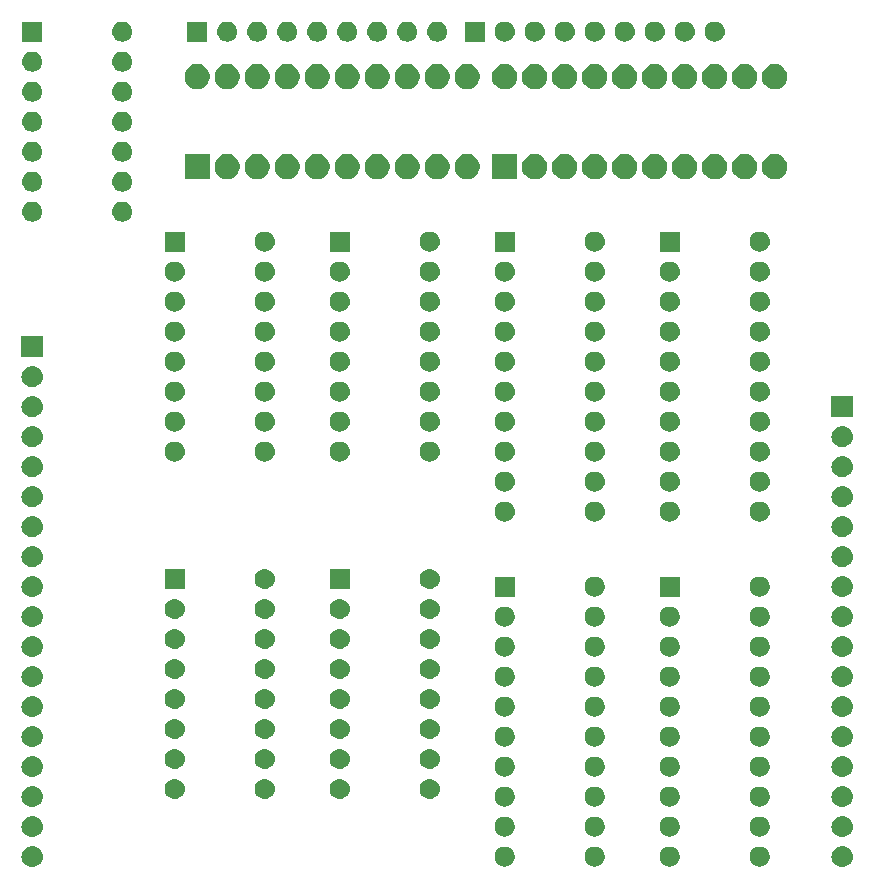
<source format=gbs>
G04 #@! TF.GenerationSoftware,KiCad,Pcbnew,5.0.2+dfsg1-1*
G04 #@! TF.CreationDate,2019-08-03T19:36:52+02:00*
G04 #@! TF.ProjectId,Program-Counter,50726f67-7261-46d2-9d43-6f756e746572,rev?*
G04 #@! TF.SameCoordinates,Original*
G04 #@! TF.FileFunction,Soldermask,Bot*
G04 #@! TF.FilePolarity,Negative*
%FSLAX46Y46*%
G04 Gerber Fmt 4.6, Leading zero omitted, Abs format (unit mm)*
G04 Created by KiCad (PCBNEW 5.0.2+dfsg1-1) date za 03 aug 2019 19:36:52 CEST*
%MOMM*%
%LPD*%
G01*
G04 APERTURE LIST*
%ADD10C,0.100000*%
G04 APERTURE END LIST*
D10*
G36*
X102345443Y-92450519D02*
X102411627Y-92457037D01*
X102524853Y-92491384D01*
X102581467Y-92508557D01*
X102668311Y-92554977D01*
X102737991Y-92592222D01*
X102773729Y-92621552D01*
X102875186Y-92704814D01*
X102958448Y-92806271D01*
X102987778Y-92842009D01*
X102987779Y-92842011D01*
X103071443Y-92998533D01*
X103088616Y-93055147D01*
X103122963Y-93168373D01*
X103140359Y-93345000D01*
X103122963Y-93521627D01*
X103088616Y-93634853D01*
X103071443Y-93691467D01*
X103002698Y-93820078D01*
X102987778Y-93847991D01*
X102958448Y-93883729D01*
X102875186Y-93985186D01*
X102773729Y-94068448D01*
X102737991Y-94097778D01*
X102737989Y-94097779D01*
X102581467Y-94181443D01*
X102574069Y-94183687D01*
X102411627Y-94232963D01*
X102345443Y-94239481D01*
X102279260Y-94246000D01*
X102190740Y-94246000D01*
X102124557Y-94239481D01*
X102058373Y-94232963D01*
X101895931Y-94183687D01*
X101888533Y-94181443D01*
X101732011Y-94097779D01*
X101732009Y-94097778D01*
X101696271Y-94068448D01*
X101594814Y-93985186D01*
X101511552Y-93883729D01*
X101482222Y-93847991D01*
X101467302Y-93820078D01*
X101398557Y-93691467D01*
X101381384Y-93634853D01*
X101347037Y-93521627D01*
X101329641Y-93345000D01*
X101347037Y-93168373D01*
X101381384Y-93055147D01*
X101398557Y-92998533D01*
X101482221Y-92842011D01*
X101482222Y-92842009D01*
X101511552Y-92806271D01*
X101594814Y-92704814D01*
X101696271Y-92621552D01*
X101732009Y-92592222D01*
X101801689Y-92554977D01*
X101888533Y-92508557D01*
X101945147Y-92491384D01*
X102058373Y-92457037D01*
X102124557Y-92450519D01*
X102190740Y-92444000D01*
X102279260Y-92444000D01*
X102345443Y-92450519D01*
X102345443Y-92450519D01*
G37*
G36*
X33765443Y-92450519D02*
X33831627Y-92457037D01*
X33944853Y-92491384D01*
X34001467Y-92508557D01*
X34088311Y-92554977D01*
X34157991Y-92592222D01*
X34193729Y-92621552D01*
X34295186Y-92704814D01*
X34378448Y-92806271D01*
X34407778Y-92842009D01*
X34407779Y-92842011D01*
X34491443Y-92998533D01*
X34508616Y-93055147D01*
X34542963Y-93168373D01*
X34560359Y-93345000D01*
X34542963Y-93521627D01*
X34508616Y-93634853D01*
X34491443Y-93691467D01*
X34422698Y-93820078D01*
X34407778Y-93847991D01*
X34378448Y-93883729D01*
X34295186Y-93985186D01*
X34193729Y-94068448D01*
X34157991Y-94097778D01*
X34157989Y-94097779D01*
X34001467Y-94181443D01*
X33994069Y-94183687D01*
X33831627Y-94232963D01*
X33765443Y-94239481D01*
X33699260Y-94246000D01*
X33610740Y-94246000D01*
X33544557Y-94239481D01*
X33478373Y-94232963D01*
X33315931Y-94183687D01*
X33308533Y-94181443D01*
X33152011Y-94097779D01*
X33152009Y-94097778D01*
X33116271Y-94068448D01*
X33014814Y-93985186D01*
X32931552Y-93883729D01*
X32902222Y-93847991D01*
X32887302Y-93820078D01*
X32818557Y-93691467D01*
X32801384Y-93634853D01*
X32767037Y-93521627D01*
X32749641Y-93345000D01*
X32767037Y-93168373D01*
X32801384Y-93055147D01*
X32818557Y-92998533D01*
X32902221Y-92842011D01*
X32902222Y-92842009D01*
X32931552Y-92806271D01*
X33014814Y-92704814D01*
X33116271Y-92621552D01*
X33152009Y-92592222D01*
X33221689Y-92554977D01*
X33308533Y-92508557D01*
X33365147Y-92491384D01*
X33478373Y-92457037D01*
X33544557Y-92450519D01*
X33610740Y-92444000D01*
X33699260Y-92444000D01*
X33765443Y-92450519D01*
X33765443Y-92450519D01*
G37*
G36*
X73826821Y-92506313D02*
X73826824Y-92506314D01*
X73826825Y-92506314D01*
X73987239Y-92554975D01*
X73987241Y-92554976D01*
X73987244Y-92554977D01*
X74135078Y-92633995D01*
X74264659Y-92740341D01*
X74371005Y-92869922D01*
X74450023Y-93017756D01*
X74450024Y-93017759D01*
X74450025Y-93017761D01*
X74495713Y-93168375D01*
X74498687Y-93178179D01*
X74515117Y-93345000D01*
X74498687Y-93511821D01*
X74498686Y-93511824D01*
X74498686Y-93511825D01*
X74495713Y-93521627D01*
X74450023Y-93672244D01*
X74371005Y-93820078D01*
X74264659Y-93949659D01*
X74135078Y-94056005D01*
X73987244Y-94135023D01*
X73987241Y-94135024D01*
X73987239Y-94135025D01*
X73826825Y-94183686D01*
X73826824Y-94183686D01*
X73826821Y-94183687D01*
X73701804Y-94196000D01*
X73618196Y-94196000D01*
X73493179Y-94183687D01*
X73493176Y-94183686D01*
X73493175Y-94183686D01*
X73332761Y-94135025D01*
X73332759Y-94135024D01*
X73332756Y-94135023D01*
X73184922Y-94056005D01*
X73055341Y-93949659D01*
X72948995Y-93820078D01*
X72869977Y-93672244D01*
X72824288Y-93521627D01*
X72821314Y-93511825D01*
X72821314Y-93511824D01*
X72821313Y-93511821D01*
X72804883Y-93345000D01*
X72821313Y-93178179D01*
X72824287Y-93168375D01*
X72869975Y-93017761D01*
X72869976Y-93017759D01*
X72869977Y-93017756D01*
X72948995Y-92869922D01*
X73055341Y-92740341D01*
X73184922Y-92633995D01*
X73332756Y-92554977D01*
X73332759Y-92554976D01*
X73332761Y-92554975D01*
X73493175Y-92506314D01*
X73493176Y-92506314D01*
X73493179Y-92506313D01*
X73618196Y-92494000D01*
X73701804Y-92494000D01*
X73826821Y-92506313D01*
X73826821Y-92506313D01*
G37*
G36*
X81446821Y-92506313D02*
X81446824Y-92506314D01*
X81446825Y-92506314D01*
X81607239Y-92554975D01*
X81607241Y-92554976D01*
X81607244Y-92554977D01*
X81755078Y-92633995D01*
X81884659Y-92740341D01*
X81991005Y-92869922D01*
X82070023Y-93017756D01*
X82070024Y-93017759D01*
X82070025Y-93017761D01*
X82115713Y-93168375D01*
X82118687Y-93178179D01*
X82135117Y-93345000D01*
X82118687Y-93511821D01*
X82118686Y-93511824D01*
X82118686Y-93511825D01*
X82115713Y-93521627D01*
X82070023Y-93672244D01*
X81991005Y-93820078D01*
X81884659Y-93949659D01*
X81755078Y-94056005D01*
X81607244Y-94135023D01*
X81607241Y-94135024D01*
X81607239Y-94135025D01*
X81446825Y-94183686D01*
X81446824Y-94183686D01*
X81446821Y-94183687D01*
X81321804Y-94196000D01*
X81238196Y-94196000D01*
X81113179Y-94183687D01*
X81113176Y-94183686D01*
X81113175Y-94183686D01*
X80952761Y-94135025D01*
X80952759Y-94135024D01*
X80952756Y-94135023D01*
X80804922Y-94056005D01*
X80675341Y-93949659D01*
X80568995Y-93820078D01*
X80489977Y-93672244D01*
X80444288Y-93521627D01*
X80441314Y-93511825D01*
X80441314Y-93511824D01*
X80441313Y-93511821D01*
X80424883Y-93345000D01*
X80441313Y-93178179D01*
X80444287Y-93168375D01*
X80489975Y-93017761D01*
X80489976Y-93017759D01*
X80489977Y-93017756D01*
X80568995Y-92869922D01*
X80675341Y-92740341D01*
X80804922Y-92633995D01*
X80952756Y-92554977D01*
X80952759Y-92554976D01*
X80952761Y-92554975D01*
X81113175Y-92506314D01*
X81113176Y-92506314D01*
X81113179Y-92506313D01*
X81238196Y-92494000D01*
X81321804Y-92494000D01*
X81446821Y-92506313D01*
X81446821Y-92506313D01*
G37*
G36*
X95416821Y-92506313D02*
X95416824Y-92506314D01*
X95416825Y-92506314D01*
X95577239Y-92554975D01*
X95577241Y-92554976D01*
X95577244Y-92554977D01*
X95725078Y-92633995D01*
X95854659Y-92740341D01*
X95961005Y-92869922D01*
X96040023Y-93017756D01*
X96040024Y-93017759D01*
X96040025Y-93017761D01*
X96085713Y-93168375D01*
X96088687Y-93178179D01*
X96105117Y-93345000D01*
X96088687Y-93511821D01*
X96088686Y-93511824D01*
X96088686Y-93511825D01*
X96085713Y-93521627D01*
X96040023Y-93672244D01*
X95961005Y-93820078D01*
X95854659Y-93949659D01*
X95725078Y-94056005D01*
X95577244Y-94135023D01*
X95577241Y-94135024D01*
X95577239Y-94135025D01*
X95416825Y-94183686D01*
X95416824Y-94183686D01*
X95416821Y-94183687D01*
X95291804Y-94196000D01*
X95208196Y-94196000D01*
X95083179Y-94183687D01*
X95083176Y-94183686D01*
X95083175Y-94183686D01*
X94922761Y-94135025D01*
X94922759Y-94135024D01*
X94922756Y-94135023D01*
X94774922Y-94056005D01*
X94645341Y-93949659D01*
X94538995Y-93820078D01*
X94459977Y-93672244D01*
X94414288Y-93521627D01*
X94411314Y-93511825D01*
X94411314Y-93511824D01*
X94411313Y-93511821D01*
X94394883Y-93345000D01*
X94411313Y-93178179D01*
X94414287Y-93168375D01*
X94459975Y-93017761D01*
X94459976Y-93017759D01*
X94459977Y-93017756D01*
X94538995Y-92869922D01*
X94645341Y-92740341D01*
X94774922Y-92633995D01*
X94922756Y-92554977D01*
X94922759Y-92554976D01*
X94922761Y-92554975D01*
X95083175Y-92506314D01*
X95083176Y-92506314D01*
X95083179Y-92506313D01*
X95208196Y-92494000D01*
X95291804Y-92494000D01*
X95416821Y-92506313D01*
X95416821Y-92506313D01*
G37*
G36*
X87796821Y-92506313D02*
X87796824Y-92506314D01*
X87796825Y-92506314D01*
X87957239Y-92554975D01*
X87957241Y-92554976D01*
X87957244Y-92554977D01*
X88105078Y-92633995D01*
X88234659Y-92740341D01*
X88341005Y-92869922D01*
X88420023Y-93017756D01*
X88420024Y-93017759D01*
X88420025Y-93017761D01*
X88465713Y-93168375D01*
X88468687Y-93178179D01*
X88485117Y-93345000D01*
X88468687Y-93511821D01*
X88468686Y-93511824D01*
X88468686Y-93511825D01*
X88465713Y-93521627D01*
X88420023Y-93672244D01*
X88341005Y-93820078D01*
X88234659Y-93949659D01*
X88105078Y-94056005D01*
X87957244Y-94135023D01*
X87957241Y-94135024D01*
X87957239Y-94135025D01*
X87796825Y-94183686D01*
X87796824Y-94183686D01*
X87796821Y-94183687D01*
X87671804Y-94196000D01*
X87588196Y-94196000D01*
X87463179Y-94183687D01*
X87463176Y-94183686D01*
X87463175Y-94183686D01*
X87302761Y-94135025D01*
X87302759Y-94135024D01*
X87302756Y-94135023D01*
X87154922Y-94056005D01*
X87025341Y-93949659D01*
X86918995Y-93820078D01*
X86839977Y-93672244D01*
X86794288Y-93521627D01*
X86791314Y-93511825D01*
X86791314Y-93511824D01*
X86791313Y-93511821D01*
X86774883Y-93345000D01*
X86791313Y-93178179D01*
X86794287Y-93168375D01*
X86839975Y-93017761D01*
X86839976Y-93017759D01*
X86839977Y-93017756D01*
X86918995Y-92869922D01*
X87025341Y-92740341D01*
X87154922Y-92633995D01*
X87302756Y-92554977D01*
X87302759Y-92554976D01*
X87302761Y-92554975D01*
X87463175Y-92506314D01*
X87463176Y-92506314D01*
X87463179Y-92506313D01*
X87588196Y-92494000D01*
X87671804Y-92494000D01*
X87796821Y-92506313D01*
X87796821Y-92506313D01*
G37*
G36*
X33765442Y-89910518D02*
X33831627Y-89917037D01*
X33944853Y-89951384D01*
X34001467Y-89968557D01*
X34088311Y-90014977D01*
X34157991Y-90052222D01*
X34193729Y-90081552D01*
X34295186Y-90164814D01*
X34378448Y-90266271D01*
X34407778Y-90302009D01*
X34407779Y-90302011D01*
X34491443Y-90458533D01*
X34508616Y-90515147D01*
X34542963Y-90628373D01*
X34560359Y-90805000D01*
X34542963Y-90981627D01*
X34508616Y-91094853D01*
X34491443Y-91151467D01*
X34422698Y-91280078D01*
X34407778Y-91307991D01*
X34378448Y-91343729D01*
X34295186Y-91445186D01*
X34193729Y-91528448D01*
X34157991Y-91557778D01*
X34157989Y-91557779D01*
X34001467Y-91641443D01*
X33994069Y-91643687D01*
X33831627Y-91692963D01*
X33765442Y-91699482D01*
X33699260Y-91706000D01*
X33610740Y-91706000D01*
X33544558Y-91699482D01*
X33478373Y-91692963D01*
X33315931Y-91643687D01*
X33308533Y-91641443D01*
X33152011Y-91557779D01*
X33152009Y-91557778D01*
X33116271Y-91528448D01*
X33014814Y-91445186D01*
X32931552Y-91343729D01*
X32902222Y-91307991D01*
X32887302Y-91280078D01*
X32818557Y-91151467D01*
X32801384Y-91094853D01*
X32767037Y-90981627D01*
X32749641Y-90805000D01*
X32767037Y-90628373D01*
X32801384Y-90515147D01*
X32818557Y-90458533D01*
X32902221Y-90302011D01*
X32902222Y-90302009D01*
X32931552Y-90266271D01*
X33014814Y-90164814D01*
X33116271Y-90081552D01*
X33152009Y-90052222D01*
X33221689Y-90014977D01*
X33308533Y-89968557D01*
X33365147Y-89951384D01*
X33478373Y-89917037D01*
X33544558Y-89910518D01*
X33610740Y-89904000D01*
X33699260Y-89904000D01*
X33765442Y-89910518D01*
X33765442Y-89910518D01*
G37*
G36*
X102345442Y-89910518D02*
X102411627Y-89917037D01*
X102524853Y-89951384D01*
X102581467Y-89968557D01*
X102668311Y-90014977D01*
X102737991Y-90052222D01*
X102773729Y-90081552D01*
X102875186Y-90164814D01*
X102958448Y-90266271D01*
X102987778Y-90302009D01*
X102987779Y-90302011D01*
X103071443Y-90458533D01*
X103088616Y-90515147D01*
X103122963Y-90628373D01*
X103140359Y-90805000D01*
X103122963Y-90981627D01*
X103088616Y-91094853D01*
X103071443Y-91151467D01*
X103002698Y-91280078D01*
X102987778Y-91307991D01*
X102958448Y-91343729D01*
X102875186Y-91445186D01*
X102773729Y-91528448D01*
X102737991Y-91557778D01*
X102737989Y-91557779D01*
X102581467Y-91641443D01*
X102574069Y-91643687D01*
X102411627Y-91692963D01*
X102345442Y-91699482D01*
X102279260Y-91706000D01*
X102190740Y-91706000D01*
X102124558Y-91699482D01*
X102058373Y-91692963D01*
X101895931Y-91643687D01*
X101888533Y-91641443D01*
X101732011Y-91557779D01*
X101732009Y-91557778D01*
X101696271Y-91528448D01*
X101594814Y-91445186D01*
X101511552Y-91343729D01*
X101482222Y-91307991D01*
X101467302Y-91280078D01*
X101398557Y-91151467D01*
X101381384Y-91094853D01*
X101347037Y-90981627D01*
X101329641Y-90805000D01*
X101347037Y-90628373D01*
X101381384Y-90515147D01*
X101398557Y-90458533D01*
X101482221Y-90302011D01*
X101482222Y-90302009D01*
X101511552Y-90266271D01*
X101594814Y-90164814D01*
X101696271Y-90081552D01*
X101732009Y-90052222D01*
X101801689Y-90014977D01*
X101888533Y-89968557D01*
X101945147Y-89951384D01*
X102058373Y-89917037D01*
X102124558Y-89910518D01*
X102190740Y-89904000D01*
X102279260Y-89904000D01*
X102345442Y-89910518D01*
X102345442Y-89910518D01*
G37*
G36*
X73826821Y-89966313D02*
X73826824Y-89966314D01*
X73826825Y-89966314D01*
X73987239Y-90014975D01*
X73987241Y-90014976D01*
X73987244Y-90014977D01*
X74135078Y-90093995D01*
X74264659Y-90200341D01*
X74371005Y-90329922D01*
X74450023Y-90477756D01*
X74450024Y-90477759D01*
X74450025Y-90477761D01*
X74495713Y-90628375D01*
X74498687Y-90638179D01*
X74515117Y-90805000D01*
X74498687Y-90971821D01*
X74498686Y-90971824D01*
X74498686Y-90971825D01*
X74495713Y-90981627D01*
X74450023Y-91132244D01*
X74371005Y-91280078D01*
X74264659Y-91409659D01*
X74135078Y-91516005D01*
X73987244Y-91595023D01*
X73987241Y-91595024D01*
X73987239Y-91595025D01*
X73826825Y-91643686D01*
X73826824Y-91643686D01*
X73826821Y-91643687D01*
X73701804Y-91656000D01*
X73618196Y-91656000D01*
X73493179Y-91643687D01*
X73493176Y-91643686D01*
X73493175Y-91643686D01*
X73332761Y-91595025D01*
X73332759Y-91595024D01*
X73332756Y-91595023D01*
X73184922Y-91516005D01*
X73055341Y-91409659D01*
X72948995Y-91280078D01*
X72869977Y-91132244D01*
X72824288Y-90981627D01*
X72821314Y-90971825D01*
X72821314Y-90971824D01*
X72821313Y-90971821D01*
X72804883Y-90805000D01*
X72821313Y-90638179D01*
X72824287Y-90628375D01*
X72869975Y-90477761D01*
X72869976Y-90477759D01*
X72869977Y-90477756D01*
X72948995Y-90329922D01*
X73055341Y-90200341D01*
X73184922Y-90093995D01*
X73332756Y-90014977D01*
X73332759Y-90014976D01*
X73332761Y-90014975D01*
X73493175Y-89966314D01*
X73493176Y-89966314D01*
X73493179Y-89966313D01*
X73618196Y-89954000D01*
X73701804Y-89954000D01*
X73826821Y-89966313D01*
X73826821Y-89966313D01*
G37*
G36*
X81446821Y-89966313D02*
X81446824Y-89966314D01*
X81446825Y-89966314D01*
X81607239Y-90014975D01*
X81607241Y-90014976D01*
X81607244Y-90014977D01*
X81755078Y-90093995D01*
X81884659Y-90200341D01*
X81991005Y-90329922D01*
X82070023Y-90477756D01*
X82070024Y-90477759D01*
X82070025Y-90477761D01*
X82115713Y-90628375D01*
X82118687Y-90638179D01*
X82135117Y-90805000D01*
X82118687Y-90971821D01*
X82118686Y-90971824D01*
X82118686Y-90971825D01*
X82115713Y-90981627D01*
X82070023Y-91132244D01*
X81991005Y-91280078D01*
X81884659Y-91409659D01*
X81755078Y-91516005D01*
X81607244Y-91595023D01*
X81607241Y-91595024D01*
X81607239Y-91595025D01*
X81446825Y-91643686D01*
X81446824Y-91643686D01*
X81446821Y-91643687D01*
X81321804Y-91656000D01*
X81238196Y-91656000D01*
X81113179Y-91643687D01*
X81113176Y-91643686D01*
X81113175Y-91643686D01*
X80952761Y-91595025D01*
X80952759Y-91595024D01*
X80952756Y-91595023D01*
X80804922Y-91516005D01*
X80675341Y-91409659D01*
X80568995Y-91280078D01*
X80489977Y-91132244D01*
X80444288Y-90981627D01*
X80441314Y-90971825D01*
X80441314Y-90971824D01*
X80441313Y-90971821D01*
X80424883Y-90805000D01*
X80441313Y-90638179D01*
X80444287Y-90628375D01*
X80489975Y-90477761D01*
X80489976Y-90477759D01*
X80489977Y-90477756D01*
X80568995Y-90329922D01*
X80675341Y-90200341D01*
X80804922Y-90093995D01*
X80952756Y-90014977D01*
X80952759Y-90014976D01*
X80952761Y-90014975D01*
X81113175Y-89966314D01*
X81113176Y-89966314D01*
X81113179Y-89966313D01*
X81238196Y-89954000D01*
X81321804Y-89954000D01*
X81446821Y-89966313D01*
X81446821Y-89966313D01*
G37*
G36*
X87796821Y-89966313D02*
X87796824Y-89966314D01*
X87796825Y-89966314D01*
X87957239Y-90014975D01*
X87957241Y-90014976D01*
X87957244Y-90014977D01*
X88105078Y-90093995D01*
X88234659Y-90200341D01*
X88341005Y-90329922D01*
X88420023Y-90477756D01*
X88420024Y-90477759D01*
X88420025Y-90477761D01*
X88465713Y-90628375D01*
X88468687Y-90638179D01*
X88485117Y-90805000D01*
X88468687Y-90971821D01*
X88468686Y-90971824D01*
X88468686Y-90971825D01*
X88465713Y-90981627D01*
X88420023Y-91132244D01*
X88341005Y-91280078D01*
X88234659Y-91409659D01*
X88105078Y-91516005D01*
X87957244Y-91595023D01*
X87957241Y-91595024D01*
X87957239Y-91595025D01*
X87796825Y-91643686D01*
X87796824Y-91643686D01*
X87796821Y-91643687D01*
X87671804Y-91656000D01*
X87588196Y-91656000D01*
X87463179Y-91643687D01*
X87463176Y-91643686D01*
X87463175Y-91643686D01*
X87302761Y-91595025D01*
X87302759Y-91595024D01*
X87302756Y-91595023D01*
X87154922Y-91516005D01*
X87025341Y-91409659D01*
X86918995Y-91280078D01*
X86839977Y-91132244D01*
X86794288Y-90981627D01*
X86791314Y-90971825D01*
X86791314Y-90971824D01*
X86791313Y-90971821D01*
X86774883Y-90805000D01*
X86791313Y-90638179D01*
X86794287Y-90628375D01*
X86839975Y-90477761D01*
X86839976Y-90477759D01*
X86839977Y-90477756D01*
X86918995Y-90329922D01*
X87025341Y-90200341D01*
X87154922Y-90093995D01*
X87302756Y-90014977D01*
X87302759Y-90014976D01*
X87302761Y-90014975D01*
X87463175Y-89966314D01*
X87463176Y-89966314D01*
X87463179Y-89966313D01*
X87588196Y-89954000D01*
X87671804Y-89954000D01*
X87796821Y-89966313D01*
X87796821Y-89966313D01*
G37*
G36*
X95416821Y-89966313D02*
X95416824Y-89966314D01*
X95416825Y-89966314D01*
X95577239Y-90014975D01*
X95577241Y-90014976D01*
X95577244Y-90014977D01*
X95725078Y-90093995D01*
X95854659Y-90200341D01*
X95961005Y-90329922D01*
X96040023Y-90477756D01*
X96040024Y-90477759D01*
X96040025Y-90477761D01*
X96085713Y-90628375D01*
X96088687Y-90638179D01*
X96105117Y-90805000D01*
X96088687Y-90971821D01*
X96088686Y-90971824D01*
X96088686Y-90971825D01*
X96085713Y-90981627D01*
X96040023Y-91132244D01*
X95961005Y-91280078D01*
X95854659Y-91409659D01*
X95725078Y-91516005D01*
X95577244Y-91595023D01*
X95577241Y-91595024D01*
X95577239Y-91595025D01*
X95416825Y-91643686D01*
X95416824Y-91643686D01*
X95416821Y-91643687D01*
X95291804Y-91656000D01*
X95208196Y-91656000D01*
X95083179Y-91643687D01*
X95083176Y-91643686D01*
X95083175Y-91643686D01*
X94922761Y-91595025D01*
X94922759Y-91595024D01*
X94922756Y-91595023D01*
X94774922Y-91516005D01*
X94645341Y-91409659D01*
X94538995Y-91280078D01*
X94459977Y-91132244D01*
X94414288Y-90981627D01*
X94411314Y-90971825D01*
X94411314Y-90971824D01*
X94411313Y-90971821D01*
X94394883Y-90805000D01*
X94411313Y-90638179D01*
X94414287Y-90628375D01*
X94459975Y-90477761D01*
X94459976Y-90477759D01*
X94459977Y-90477756D01*
X94538995Y-90329922D01*
X94645341Y-90200341D01*
X94774922Y-90093995D01*
X94922756Y-90014977D01*
X94922759Y-90014976D01*
X94922761Y-90014975D01*
X95083175Y-89966314D01*
X95083176Y-89966314D01*
X95083179Y-89966313D01*
X95208196Y-89954000D01*
X95291804Y-89954000D01*
X95416821Y-89966313D01*
X95416821Y-89966313D01*
G37*
G36*
X33765443Y-87370519D02*
X33831627Y-87377037D01*
X33944853Y-87411384D01*
X34001467Y-87428557D01*
X34088311Y-87474977D01*
X34157991Y-87512222D01*
X34193729Y-87541552D01*
X34295186Y-87624814D01*
X34378448Y-87726271D01*
X34407778Y-87762009D01*
X34407779Y-87762011D01*
X34491443Y-87918533D01*
X34503184Y-87957239D01*
X34542963Y-88088373D01*
X34560359Y-88265000D01*
X34542963Y-88441627D01*
X34534754Y-88468687D01*
X34491443Y-88611467D01*
X34422698Y-88740078D01*
X34407778Y-88767991D01*
X34378448Y-88803729D01*
X34295186Y-88905186D01*
X34193729Y-88988448D01*
X34157991Y-89017778D01*
X34157989Y-89017779D01*
X34001467Y-89101443D01*
X33994069Y-89103687D01*
X33831627Y-89152963D01*
X33765443Y-89159481D01*
X33699260Y-89166000D01*
X33610740Y-89166000D01*
X33544557Y-89159481D01*
X33478373Y-89152963D01*
X33315931Y-89103687D01*
X33308533Y-89101443D01*
X33152011Y-89017779D01*
X33152009Y-89017778D01*
X33116271Y-88988448D01*
X33014814Y-88905186D01*
X32931552Y-88803729D01*
X32902222Y-88767991D01*
X32887302Y-88740078D01*
X32818557Y-88611467D01*
X32775246Y-88468687D01*
X32767037Y-88441627D01*
X32749641Y-88265000D01*
X32767037Y-88088373D01*
X32806816Y-87957239D01*
X32818557Y-87918533D01*
X32902221Y-87762011D01*
X32902222Y-87762009D01*
X32931552Y-87726271D01*
X33014814Y-87624814D01*
X33116271Y-87541552D01*
X33152009Y-87512222D01*
X33221689Y-87474977D01*
X33308533Y-87428557D01*
X33365147Y-87411384D01*
X33478373Y-87377037D01*
X33544557Y-87370519D01*
X33610740Y-87364000D01*
X33699260Y-87364000D01*
X33765443Y-87370519D01*
X33765443Y-87370519D01*
G37*
G36*
X102345443Y-87370519D02*
X102411627Y-87377037D01*
X102524853Y-87411384D01*
X102581467Y-87428557D01*
X102668311Y-87474977D01*
X102737991Y-87512222D01*
X102773729Y-87541552D01*
X102875186Y-87624814D01*
X102958448Y-87726271D01*
X102987778Y-87762009D01*
X102987779Y-87762011D01*
X103071443Y-87918533D01*
X103083184Y-87957239D01*
X103122963Y-88088373D01*
X103140359Y-88265000D01*
X103122963Y-88441627D01*
X103114754Y-88468687D01*
X103071443Y-88611467D01*
X103002698Y-88740078D01*
X102987778Y-88767991D01*
X102958448Y-88803729D01*
X102875186Y-88905186D01*
X102773729Y-88988448D01*
X102737991Y-89017778D01*
X102737989Y-89017779D01*
X102581467Y-89101443D01*
X102574069Y-89103687D01*
X102411627Y-89152963D01*
X102345443Y-89159481D01*
X102279260Y-89166000D01*
X102190740Y-89166000D01*
X102124557Y-89159481D01*
X102058373Y-89152963D01*
X101895931Y-89103687D01*
X101888533Y-89101443D01*
X101732011Y-89017779D01*
X101732009Y-89017778D01*
X101696271Y-88988448D01*
X101594814Y-88905186D01*
X101511552Y-88803729D01*
X101482222Y-88767991D01*
X101467302Y-88740078D01*
X101398557Y-88611467D01*
X101355246Y-88468687D01*
X101347037Y-88441627D01*
X101329641Y-88265000D01*
X101347037Y-88088373D01*
X101386816Y-87957239D01*
X101398557Y-87918533D01*
X101482221Y-87762011D01*
X101482222Y-87762009D01*
X101511552Y-87726271D01*
X101594814Y-87624814D01*
X101696271Y-87541552D01*
X101732009Y-87512222D01*
X101801689Y-87474977D01*
X101888533Y-87428557D01*
X101945147Y-87411384D01*
X102058373Y-87377037D01*
X102124557Y-87370519D01*
X102190740Y-87364000D01*
X102279260Y-87364000D01*
X102345443Y-87370519D01*
X102345443Y-87370519D01*
G37*
G36*
X95416821Y-87426313D02*
X95416824Y-87426314D01*
X95416825Y-87426314D01*
X95577239Y-87474975D01*
X95577241Y-87474976D01*
X95577244Y-87474977D01*
X95725078Y-87553995D01*
X95854659Y-87660341D01*
X95961005Y-87789922D01*
X96040023Y-87937756D01*
X96040024Y-87937759D01*
X96040025Y-87937761D01*
X96085713Y-88088375D01*
X96088687Y-88098179D01*
X96105117Y-88265000D01*
X96088687Y-88431821D01*
X96088686Y-88431824D01*
X96088686Y-88431825D01*
X96085713Y-88441627D01*
X96040023Y-88592244D01*
X95961005Y-88740078D01*
X95854659Y-88869659D01*
X95725078Y-88976005D01*
X95577244Y-89055023D01*
X95577241Y-89055024D01*
X95577239Y-89055025D01*
X95416825Y-89103686D01*
X95416824Y-89103686D01*
X95416821Y-89103687D01*
X95291804Y-89116000D01*
X95208196Y-89116000D01*
X95083179Y-89103687D01*
X95083176Y-89103686D01*
X95083175Y-89103686D01*
X94922761Y-89055025D01*
X94922759Y-89055024D01*
X94922756Y-89055023D01*
X94774922Y-88976005D01*
X94645341Y-88869659D01*
X94538995Y-88740078D01*
X94459977Y-88592244D01*
X94414288Y-88441627D01*
X94411314Y-88431825D01*
X94411314Y-88431824D01*
X94411313Y-88431821D01*
X94394883Y-88265000D01*
X94411313Y-88098179D01*
X94414287Y-88088375D01*
X94459975Y-87937761D01*
X94459976Y-87937759D01*
X94459977Y-87937756D01*
X94538995Y-87789922D01*
X94645341Y-87660341D01*
X94774922Y-87553995D01*
X94922756Y-87474977D01*
X94922759Y-87474976D01*
X94922761Y-87474975D01*
X95083175Y-87426314D01*
X95083176Y-87426314D01*
X95083179Y-87426313D01*
X95208196Y-87414000D01*
X95291804Y-87414000D01*
X95416821Y-87426313D01*
X95416821Y-87426313D01*
G37*
G36*
X73826821Y-87426313D02*
X73826824Y-87426314D01*
X73826825Y-87426314D01*
X73987239Y-87474975D01*
X73987241Y-87474976D01*
X73987244Y-87474977D01*
X74135078Y-87553995D01*
X74264659Y-87660341D01*
X74371005Y-87789922D01*
X74450023Y-87937756D01*
X74450024Y-87937759D01*
X74450025Y-87937761D01*
X74495713Y-88088375D01*
X74498687Y-88098179D01*
X74515117Y-88265000D01*
X74498687Y-88431821D01*
X74498686Y-88431824D01*
X74498686Y-88431825D01*
X74495713Y-88441627D01*
X74450023Y-88592244D01*
X74371005Y-88740078D01*
X74264659Y-88869659D01*
X74135078Y-88976005D01*
X73987244Y-89055023D01*
X73987241Y-89055024D01*
X73987239Y-89055025D01*
X73826825Y-89103686D01*
X73826824Y-89103686D01*
X73826821Y-89103687D01*
X73701804Y-89116000D01*
X73618196Y-89116000D01*
X73493179Y-89103687D01*
X73493176Y-89103686D01*
X73493175Y-89103686D01*
X73332761Y-89055025D01*
X73332759Y-89055024D01*
X73332756Y-89055023D01*
X73184922Y-88976005D01*
X73055341Y-88869659D01*
X72948995Y-88740078D01*
X72869977Y-88592244D01*
X72824288Y-88441627D01*
X72821314Y-88431825D01*
X72821314Y-88431824D01*
X72821313Y-88431821D01*
X72804883Y-88265000D01*
X72821313Y-88098179D01*
X72824287Y-88088375D01*
X72869975Y-87937761D01*
X72869976Y-87937759D01*
X72869977Y-87937756D01*
X72948995Y-87789922D01*
X73055341Y-87660341D01*
X73184922Y-87553995D01*
X73332756Y-87474977D01*
X73332759Y-87474976D01*
X73332761Y-87474975D01*
X73493175Y-87426314D01*
X73493176Y-87426314D01*
X73493179Y-87426313D01*
X73618196Y-87414000D01*
X73701804Y-87414000D01*
X73826821Y-87426313D01*
X73826821Y-87426313D01*
G37*
G36*
X87796821Y-87426313D02*
X87796824Y-87426314D01*
X87796825Y-87426314D01*
X87957239Y-87474975D01*
X87957241Y-87474976D01*
X87957244Y-87474977D01*
X88105078Y-87553995D01*
X88234659Y-87660341D01*
X88341005Y-87789922D01*
X88420023Y-87937756D01*
X88420024Y-87937759D01*
X88420025Y-87937761D01*
X88465713Y-88088375D01*
X88468687Y-88098179D01*
X88485117Y-88265000D01*
X88468687Y-88431821D01*
X88468686Y-88431824D01*
X88468686Y-88431825D01*
X88465713Y-88441627D01*
X88420023Y-88592244D01*
X88341005Y-88740078D01*
X88234659Y-88869659D01*
X88105078Y-88976005D01*
X87957244Y-89055023D01*
X87957241Y-89055024D01*
X87957239Y-89055025D01*
X87796825Y-89103686D01*
X87796824Y-89103686D01*
X87796821Y-89103687D01*
X87671804Y-89116000D01*
X87588196Y-89116000D01*
X87463179Y-89103687D01*
X87463176Y-89103686D01*
X87463175Y-89103686D01*
X87302761Y-89055025D01*
X87302759Y-89055024D01*
X87302756Y-89055023D01*
X87154922Y-88976005D01*
X87025341Y-88869659D01*
X86918995Y-88740078D01*
X86839977Y-88592244D01*
X86794288Y-88441627D01*
X86791314Y-88431825D01*
X86791314Y-88431824D01*
X86791313Y-88431821D01*
X86774883Y-88265000D01*
X86791313Y-88098179D01*
X86794287Y-88088375D01*
X86839975Y-87937761D01*
X86839976Y-87937759D01*
X86839977Y-87937756D01*
X86918995Y-87789922D01*
X87025341Y-87660341D01*
X87154922Y-87553995D01*
X87302756Y-87474977D01*
X87302759Y-87474976D01*
X87302761Y-87474975D01*
X87463175Y-87426314D01*
X87463176Y-87426314D01*
X87463179Y-87426313D01*
X87588196Y-87414000D01*
X87671804Y-87414000D01*
X87796821Y-87426313D01*
X87796821Y-87426313D01*
G37*
G36*
X81446821Y-87426313D02*
X81446824Y-87426314D01*
X81446825Y-87426314D01*
X81607239Y-87474975D01*
X81607241Y-87474976D01*
X81607244Y-87474977D01*
X81755078Y-87553995D01*
X81884659Y-87660341D01*
X81991005Y-87789922D01*
X82070023Y-87937756D01*
X82070024Y-87937759D01*
X82070025Y-87937761D01*
X82115713Y-88088375D01*
X82118687Y-88098179D01*
X82135117Y-88265000D01*
X82118687Y-88431821D01*
X82118686Y-88431824D01*
X82118686Y-88431825D01*
X82115713Y-88441627D01*
X82070023Y-88592244D01*
X81991005Y-88740078D01*
X81884659Y-88869659D01*
X81755078Y-88976005D01*
X81607244Y-89055023D01*
X81607241Y-89055024D01*
X81607239Y-89055025D01*
X81446825Y-89103686D01*
X81446824Y-89103686D01*
X81446821Y-89103687D01*
X81321804Y-89116000D01*
X81238196Y-89116000D01*
X81113179Y-89103687D01*
X81113176Y-89103686D01*
X81113175Y-89103686D01*
X80952761Y-89055025D01*
X80952759Y-89055024D01*
X80952756Y-89055023D01*
X80804922Y-88976005D01*
X80675341Y-88869659D01*
X80568995Y-88740078D01*
X80489977Y-88592244D01*
X80444288Y-88441627D01*
X80441314Y-88431825D01*
X80441314Y-88431824D01*
X80441313Y-88431821D01*
X80424883Y-88265000D01*
X80441313Y-88098179D01*
X80444287Y-88088375D01*
X80489975Y-87937761D01*
X80489976Y-87937759D01*
X80489977Y-87937756D01*
X80568995Y-87789922D01*
X80675341Y-87660341D01*
X80804922Y-87553995D01*
X80952756Y-87474977D01*
X80952759Y-87474976D01*
X80952761Y-87474975D01*
X81113175Y-87426314D01*
X81113176Y-87426314D01*
X81113179Y-87426313D01*
X81238196Y-87414000D01*
X81321804Y-87414000D01*
X81446821Y-87426313D01*
X81446821Y-87426313D01*
G37*
G36*
X53506821Y-86791313D02*
X53506824Y-86791314D01*
X53506825Y-86791314D01*
X53667239Y-86839975D01*
X53667241Y-86839976D01*
X53667244Y-86839977D01*
X53815078Y-86918995D01*
X53944659Y-87025341D01*
X54051005Y-87154922D01*
X54130023Y-87302756D01*
X54130024Y-87302759D01*
X54130025Y-87302761D01*
X54178686Y-87463175D01*
X54178687Y-87463179D01*
X54195117Y-87630000D01*
X54178687Y-87796821D01*
X54178686Y-87796824D01*
X54178686Y-87796825D01*
X54135934Y-87937761D01*
X54130023Y-87957244D01*
X54051005Y-88105078D01*
X53944659Y-88234659D01*
X53815078Y-88341005D01*
X53667244Y-88420023D01*
X53667241Y-88420024D01*
X53667239Y-88420025D01*
X53506825Y-88468686D01*
X53506824Y-88468686D01*
X53506821Y-88468687D01*
X53381804Y-88481000D01*
X53298196Y-88481000D01*
X53173179Y-88468687D01*
X53173176Y-88468686D01*
X53173175Y-88468686D01*
X53012761Y-88420025D01*
X53012759Y-88420024D01*
X53012756Y-88420023D01*
X52864922Y-88341005D01*
X52735341Y-88234659D01*
X52628995Y-88105078D01*
X52549977Y-87957244D01*
X52544067Y-87937761D01*
X52501314Y-87796825D01*
X52501314Y-87796824D01*
X52501313Y-87796821D01*
X52484883Y-87630000D01*
X52501313Y-87463179D01*
X52501314Y-87463175D01*
X52549975Y-87302761D01*
X52549976Y-87302759D01*
X52549977Y-87302756D01*
X52628995Y-87154922D01*
X52735341Y-87025341D01*
X52864922Y-86918995D01*
X53012756Y-86839977D01*
X53012759Y-86839976D01*
X53012761Y-86839975D01*
X53173175Y-86791314D01*
X53173176Y-86791314D01*
X53173179Y-86791313D01*
X53298196Y-86779000D01*
X53381804Y-86779000D01*
X53506821Y-86791313D01*
X53506821Y-86791313D01*
G37*
G36*
X59856821Y-86791313D02*
X59856824Y-86791314D01*
X59856825Y-86791314D01*
X60017239Y-86839975D01*
X60017241Y-86839976D01*
X60017244Y-86839977D01*
X60165078Y-86918995D01*
X60294659Y-87025341D01*
X60401005Y-87154922D01*
X60480023Y-87302756D01*
X60480024Y-87302759D01*
X60480025Y-87302761D01*
X60528686Y-87463175D01*
X60528687Y-87463179D01*
X60545117Y-87630000D01*
X60528687Y-87796821D01*
X60528686Y-87796824D01*
X60528686Y-87796825D01*
X60485934Y-87937761D01*
X60480023Y-87957244D01*
X60401005Y-88105078D01*
X60294659Y-88234659D01*
X60165078Y-88341005D01*
X60017244Y-88420023D01*
X60017241Y-88420024D01*
X60017239Y-88420025D01*
X59856825Y-88468686D01*
X59856824Y-88468686D01*
X59856821Y-88468687D01*
X59731804Y-88481000D01*
X59648196Y-88481000D01*
X59523179Y-88468687D01*
X59523176Y-88468686D01*
X59523175Y-88468686D01*
X59362761Y-88420025D01*
X59362759Y-88420024D01*
X59362756Y-88420023D01*
X59214922Y-88341005D01*
X59085341Y-88234659D01*
X58978995Y-88105078D01*
X58899977Y-87957244D01*
X58894067Y-87937761D01*
X58851314Y-87796825D01*
X58851314Y-87796824D01*
X58851313Y-87796821D01*
X58834883Y-87630000D01*
X58851313Y-87463179D01*
X58851314Y-87463175D01*
X58899975Y-87302761D01*
X58899976Y-87302759D01*
X58899977Y-87302756D01*
X58978995Y-87154922D01*
X59085341Y-87025341D01*
X59214922Y-86918995D01*
X59362756Y-86839977D01*
X59362759Y-86839976D01*
X59362761Y-86839975D01*
X59523175Y-86791314D01*
X59523176Y-86791314D01*
X59523179Y-86791313D01*
X59648196Y-86779000D01*
X59731804Y-86779000D01*
X59856821Y-86791313D01*
X59856821Y-86791313D01*
G37*
G36*
X45886821Y-86791313D02*
X45886824Y-86791314D01*
X45886825Y-86791314D01*
X46047239Y-86839975D01*
X46047241Y-86839976D01*
X46047244Y-86839977D01*
X46195078Y-86918995D01*
X46324659Y-87025341D01*
X46431005Y-87154922D01*
X46510023Y-87302756D01*
X46510024Y-87302759D01*
X46510025Y-87302761D01*
X46558686Y-87463175D01*
X46558687Y-87463179D01*
X46575117Y-87630000D01*
X46558687Y-87796821D01*
X46558686Y-87796824D01*
X46558686Y-87796825D01*
X46515934Y-87937761D01*
X46510023Y-87957244D01*
X46431005Y-88105078D01*
X46324659Y-88234659D01*
X46195078Y-88341005D01*
X46047244Y-88420023D01*
X46047241Y-88420024D01*
X46047239Y-88420025D01*
X45886825Y-88468686D01*
X45886824Y-88468686D01*
X45886821Y-88468687D01*
X45761804Y-88481000D01*
X45678196Y-88481000D01*
X45553179Y-88468687D01*
X45553176Y-88468686D01*
X45553175Y-88468686D01*
X45392761Y-88420025D01*
X45392759Y-88420024D01*
X45392756Y-88420023D01*
X45244922Y-88341005D01*
X45115341Y-88234659D01*
X45008995Y-88105078D01*
X44929977Y-87957244D01*
X44924067Y-87937761D01*
X44881314Y-87796825D01*
X44881314Y-87796824D01*
X44881313Y-87796821D01*
X44864883Y-87630000D01*
X44881313Y-87463179D01*
X44881314Y-87463175D01*
X44929975Y-87302761D01*
X44929976Y-87302759D01*
X44929977Y-87302756D01*
X45008995Y-87154922D01*
X45115341Y-87025341D01*
X45244922Y-86918995D01*
X45392756Y-86839977D01*
X45392759Y-86839976D01*
X45392761Y-86839975D01*
X45553175Y-86791314D01*
X45553176Y-86791314D01*
X45553179Y-86791313D01*
X45678196Y-86779000D01*
X45761804Y-86779000D01*
X45886821Y-86791313D01*
X45886821Y-86791313D01*
G37*
G36*
X67476821Y-86791313D02*
X67476824Y-86791314D01*
X67476825Y-86791314D01*
X67637239Y-86839975D01*
X67637241Y-86839976D01*
X67637244Y-86839977D01*
X67785078Y-86918995D01*
X67914659Y-87025341D01*
X68021005Y-87154922D01*
X68100023Y-87302756D01*
X68100024Y-87302759D01*
X68100025Y-87302761D01*
X68148686Y-87463175D01*
X68148687Y-87463179D01*
X68165117Y-87630000D01*
X68148687Y-87796821D01*
X68148686Y-87796824D01*
X68148686Y-87796825D01*
X68105934Y-87937761D01*
X68100023Y-87957244D01*
X68021005Y-88105078D01*
X67914659Y-88234659D01*
X67785078Y-88341005D01*
X67637244Y-88420023D01*
X67637241Y-88420024D01*
X67637239Y-88420025D01*
X67476825Y-88468686D01*
X67476824Y-88468686D01*
X67476821Y-88468687D01*
X67351804Y-88481000D01*
X67268196Y-88481000D01*
X67143179Y-88468687D01*
X67143176Y-88468686D01*
X67143175Y-88468686D01*
X66982761Y-88420025D01*
X66982759Y-88420024D01*
X66982756Y-88420023D01*
X66834922Y-88341005D01*
X66705341Y-88234659D01*
X66598995Y-88105078D01*
X66519977Y-87957244D01*
X66514067Y-87937761D01*
X66471314Y-87796825D01*
X66471314Y-87796824D01*
X66471313Y-87796821D01*
X66454883Y-87630000D01*
X66471313Y-87463179D01*
X66471314Y-87463175D01*
X66519975Y-87302761D01*
X66519976Y-87302759D01*
X66519977Y-87302756D01*
X66598995Y-87154922D01*
X66705341Y-87025341D01*
X66834922Y-86918995D01*
X66982756Y-86839977D01*
X66982759Y-86839976D01*
X66982761Y-86839975D01*
X67143175Y-86791314D01*
X67143176Y-86791314D01*
X67143179Y-86791313D01*
X67268196Y-86779000D01*
X67351804Y-86779000D01*
X67476821Y-86791313D01*
X67476821Y-86791313D01*
G37*
G36*
X102345443Y-84830519D02*
X102411627Y-84837037D01*
X102524853Y-84871384D01*
X102581467Y-84888557D01*
X102668311Y-84934977D01*
X102737991Y-84972222D01*
X102773729Y-85001552D01*
X102875186Y-85084814D01*
X102958448Y-85186271D01*
X102987778Y-85222009D01*
X102987779Y-85222011D01*
X103071443Y-85378533D01*
X103083184Y-85417239D01*
X103122963Y-85548373D01*
X103140359Y-85725000D01*
X103122963Y-85901627D01*
X103114754Y-85928687D01*
X103071443Y-86071467D01*
X103002698Y-86200078D01*
X102987778Y-86227991D01*
X102958448Y-86263729D01*
X102875186Y-86365186D01*
X102773729Y-86448448D01*
X102737991Y-86477778D01*
X102737989Y-86477779D01*
X102581467Y-86561443D01*
X102574069Y-86563687D01*
X102411627Y-86612963D01*
X102345442Y-86619482D01*
X102279260Y-86626000D01*
X102190740Y-86626000D01*
X102124558Y-86619482D01*
X102058373Y-86612963D01*
X101895931Y-86563687D01*
X101888533Y-86561443D01*
X101732011Y-86477779D01*
X101732009Y-86477778D01*
X101696271Y-86448448D01*
X101594814Y-86365186D01*
X101511552Y-86263729D01*
X101482222Y-86227991D01*
X101467302Y-86200078D01*
X101398557Y-86071467D01*
X101355246Y-85928687D01*
X101347037Y-85901627D01*
X101329641Y-85725000D01*
X101347037Y-85548373D01*
X101386816Y-85417239D01*
X101398557Y-85378533D01*
X101482221Y-85222011D01*
X101482222Y-85222009D01*
X101511552Y-85186271D01*
X101594814Y-85084814D01*
X101696271Y-85001552D01*
X101732009Y-84972222D01*
X101801689Y-84934977D01*
X101888533Y-84888557D01*
X101945147Y-84871384D01*
X102058373Y-84837037D01*
X102124557Y-84830519D01*
X102190740Y-84824000D01*
X102279260Y-84824000D01*
X102345443Y-84830519D01*
X102345443Y-84830519D01*
G37*
G36*
X33765443Y-84830519D02*
X33831627Y-84837037D01*
X33944853Y-84871384D01*
X34001467Y-84888557D01*
X34088311Y-84934977D01*
X34157991Y-84972222D01*
X34193729Y-85001552D01*
X34295186Y-85084814D01*
X34378448Y-85186271D01*
X34407778Y-85222009D01*
X34407779Y-85222011D01*
X34491443Y-85378533D01*
X34503184Y-85417239D01*
X34542963Y-85548373D01*
X34560359Y-85725000D01*
X34542963Y-85901627D01*
X34534754Y-85928687D01*
X34491443Y-86071467D01*
X34422698Y-86200078D01*
X34407778Y-86227991D01*
X34378448Y-86263729D01*
X34295186Y-86365186D01*
X34193729Y-86448448D01*
X34157991Y-86477778D01*
X34157989Y-86477779D01*
X34001467Y-86561443D01*
X33994069Y-86563687D01*
X33831627Y-86612963D01*
X33765442Y-86619482D01*
X33699260Y-86626000D01*
X33610740Y-86626000D01*
X33544558Y-86619482D01*
X33478373Y-86612963D01*
X33315931Y-86563687D01*
X33308533Y-86561443D01*
X33152011Y-86477779D01*
X33152009Y-86477778D01*
X33116271Y-86448448D01*
X33014814Y-86365186D01*
X32931552Y-86263729D01*
X32902222Y-86227991D01*
X32887302Y-86200078D01*
X32818557Y-86071467D01*
X32775246Y-85928687D01*
X32767037Y-85901627D01*
X32749641Y-85725000D01*
X32767037Y-85548373D01*
X32806816Y-85417239D01*
X32818557Y-85378533D01*
X32902221Y-85222011D01*
X32902222Y-85222009D01*
X32931552Y-85186271D01*
X33014814Y-85084814D01*
X33116271Y-85001552D01*
X33152009Y-84972222D01*
X33221689Y-84934977D01*
X33308533Y-84888557D01*
X33365147Y-84871384D01*
X33478373Y-84837037D01*
X33544557Y-84830519D01*
X33610740Y-84824000D01*
X33699260Y-84824000D01*
X33765443Y-84830519D01*
X33765443Y-84830519D01*
G37*
G36*
X87796821Y-84886313D02*
X87796824Y-84886314D01*
X87796825Y-84886314D01*
X87957239Y-84934975D01*
X87957241Y-84934976D01*
X87957244Y-84934977D01*
X88105078Y-85013995D01*
X88234659Y-85120341D01*
X88341005Y-85249922D01*
X88420023Y-85397756D01*
X88420024Y-85397759D01*
X88420025Y-85397761D01*
X88465713Y-85548375D01*
X88468687Y-85558179D01*
X88485117Y-85725000D01*
X88468687Y-85891821D01*
X88468686Y-85891824D01*
X88468686Y-85891825D01*
X88465713Y-85901627D01*
X88420023Y-86052244D01*
X88341005Y-86200078D01*
X88234659Y-86329659D01*
X88105078Y-86436005D01*
X87957244Y-86515023D01*
X87957241Y-86515024D01*
X87957239Y-86515025D01*
X87796825Y-86563686D01*
X87796824Y-86563686D01*
X87796821Y-86563687D01*
X87671804Y-86576000D01*
X87588196Y-86576000D01*
X87463179Y-86563687D01*
X87463176Y-86563686D01*
X87463175Y-86563686D01*
X87302761Y-86515025D01*
X87302759Y-86515024D01*
X87302756Y-86515023D01*
X87154922Y-86436005D01*
X87025341Y-86329659D01*
X86918995Y-86200078D01*
X86839977Y-86052244D01*
X86794288Y-85901627D01*
X86791314Y-85891825D01*
X86791314Y-85891824D01*
X86791313Y-85891821D01*
X86774883Y-85725000D01*
X86791313Y-85558179D01*
X86794287Y-85548375D01*
X86839975Y-85397761D01*
X86839976Y-85397759D01*
X86839977Y-85397756D01*
X86918995Y-85249922D01*
X87025341Y-85120341D01*
X87154922Y-85013995D01*
X87302756Y-84934977D01*
X87302759Y-84934976D01*
X87302761Y-84934975D01*
X87463175Y-84886314D01*
X87463176Y-84886314D01*
X87463179Y-84886313D01*
X87588196Y-84874000D01*
X87671804Y-84874000D01*
X87796821Y-84886313D01*
X87796821Y-84886313D01*
G37*
G36*
X95416821Y-84886313D02*
X95416824Y-84886314D01*
X95416825Y-84886314D01*
X95577239Y-84934975D01*
X95577241Y-84934976D01*
X95577244Y-84934977D01*
X95725078Y-85013995D01*
X95854659Y-85120341D01*
X95961005Y-85249922D01*
X96040023Y-85397756D01*
X96040024Y-85397759D01*
X96040025Y-85397761D01*
X96085713Y-85548375D01*
X96088687Y-85558179D01*
X96105117Y-85725000D01*
X96088687Y-85891821D01*
X96088686Y-85891824D01*
X96088686Y-85891825D01*
X96085713Y-85901627D01*
X96040023Y-86052244D01*
X95961005Y-86200078D01*
X95854659Y-86329659D01*
X95725078Y-86436005D01*
X95577244Y-86515023D01*
X95577241Y-86515024D01*
X95577239Y-86515025D01*
X95416825Y-86563686D01*
X95416824Y-86563686D01*
X95416821Y-86563687D01*
X95291804Y-86576000D01*
X95208196Y-86576000D01*
X95083179Y-86563687D01*
X95083176Y-86563686D01*
X95083175Y-86563686D01*
X94922761Y-86515025D01*
X94922759Y-86515024D01*
X94922756Y-86515023D01*
X94774922Y-86436005D01*
X94645341Y-86329659D01*
X94538995Y-86200078D01*
X94459977Y-86052244D01*
X94414288Y-85901627D01*
X94411314Y-85891825D01*
X94411314Y-85891824D01*
X94411313Y-85891821D01*
X94394883Y-85725000D01*
X94411313Y-85558179D01*
X94414287Y-85548375D01*
X94459975Y-85397761D01*
X94459976Y-85397759D01*
X94459977Y-85397756D01*
X94538995Y-85249922D01*
X94645341Y-85120341D01*
X94774922Y-85013995D01*
X94922756Y-84934977D01*
X94922759Y-84934976D01*
X94922761Y-84934975D01*
X95083175Y-84886314D01*
X95083176Y-84886314D01*
X95083179Y-84886313D01*
X95208196Y-84874000D01*
X95291804Y-84874000D01*
X95416821Y-84886313D01*
X95416821Y-84886313D01*
G37*
G36*
X73826821Y-84886313D02*
X73826824Y-84886314D01*
X73826825Y-84886314D01*
X73987239Y-84934975D01*
X73987241Y-84934976D01*
X73987244Y-84934977D01*
X74135078Y-85013995D01*
X74264659Y-85120341D01*
X74371005Y-85249922D01*
X74450023Y-85397756D01*
X74450024Y-85397759D01*
X74450025Y-85397761D01*
X74495713Y-85548375D01*
X74498687Y-85558179D01*
X74515117Y-85725000D01*
X74498687Y-85891821D01*
X74498686Y-85891824D01*
X74498686Y-85891825D01*
X74495713Y-85901627D01*
X74450023Y-86052244D01*
X74371005Y-86200078D01*
X74264659Y-86329659D01*
X74135078Y-86436005D01*
X73987244Y-86515023D01*
X73987241Y-86515024D01*
X73987239Y-86515025D01*
X73826825Y-86563686D01*
X73826824Y-86563686D01*
X73826821Y-86563687D01*
X73701804Y-86576000D01*
X73618196Y-86576000D01*
X73493179Y-86563687D01*
X73493176Y-86563686D01*
X73493175Y-86563686D01*
X73332761Y-86515025D01*
X73332759Y-86515024D01*
X73332756Y-86515023D01*
X73184922Y-86436005D01*
X73055341Y-86329659D01*
X72948995Y-86200078D01*
X72869977Y-86052244D01*
X72824288Y-85901627D01*
X72821314Y-85891825D01*
X72821314Y-85891824D01*
X72821313Y-85891821D01*
X72804883Y-85725000D01*
X72821313Y-85558179D01*
X72824287Y-85548375D01*
X72869975Y-85397761D01*
X72869976Y-85397759D01*
X72869977Y-85397756D01*
X72948995Y-85249922D01*
X73055341Y-85120341D01*
X73184922Y-85013995D01*
X73332756Y-84934977D01*
X73332759Y-84934976D01*
X73332761Y-84934975D01*
X73493175Y-84886314D01*
X73493176Y-84886314D01*
X73493179Y-84886313D01*
X73618196Y-84874000D01*
X73701804Y-84874000D01*
X73826821Y-84886313D01*
X73826821Y-84886313D01*
G37*
G36*
X81446821Y-84886313D02*
X81446824Y-84886314D01*
X81446825Y-84886314D01*
X81607239Y-84934975D01*
X81607241Y-84934976D01*
X81607244Y-84934977D01*
X81755078Y-85013995D01*
X81884659Y-85120341D01*
X81991005Y-85249922D01*
X82070023Y-85397756D01*
X82070024Y-85397759D01*
X82070025Y-85397761D01*
X82115713Y-85548375D01*
X82118687Y-85558179D01*
X82135117Y-85725000D01*
X82118687Y-85891821D01*
X82118686Y-85891824D01*
X82118686Y-85891825D01*
X82115713Y-85901627D01*
X82070023Y-86052244D01*
X81991005Y-86200078D01*
X81884659Y-86329659D01*
X81755078Y-86436005D01*
X81607244Y-86515023D01*
X81607241Y-86515024D01*
X81607239Y-86515025D01*
X81446825Y-86563686D01*
X81446824Y-86563686D01*
X81446821Y-86563687D01*
X81321804Y-86576000D01*
X81238196Y-86576000D01*
X81113179Y-86563687D01*
X81113176Y-86563686D01*
X81113175Y-86563686D01*
X80952761Y-86515025D01*
X80952759Y-86515024D01*
X80952756Y-86515023D01*
X80804922Y-86436005D01*
X80675341Y-86329659D01*
X80568995Y-86200078D01*
X80489977Y-86052244D01*
X80444288Y-85901627D01*
X80441314Y-85891825D01*
X80441314Y-85891824D01*
X80441313Y-85891821D01*
X80424883Y-85725000D01*
X80441313Y-85558179D01*
X80444287Y-85548375D01*
X80489975Y-85397761D01*
X80489976Y-85397759D01*
X80489977Y-85397756D01*
X80568995Y-85249922D01*
X80675341Y-85120341D01*
X80804922Y-85013995D01*
X80952756Y-84934977D01*
X80952759Y-84934976D01*
X80952761Y-84934975D01*
X81113175Y-84886314D01*
X81113176Y-84886314D01*
X81113179Y-84886313D01*
X81238196Y-84874000D01*
X81321804Y-84874000D01*
X81446821Y-84886313D01*
X81446821Y-84886313D01*
G37*
G36*
X67476821Y-84251313D02*
X67476824Y-84251314D01*
X67476825Y-84251314D01*
X67637239Y-84299975D01*
X67637241Y-84299976D01*
X67637244Y-84299977D01*
X67785078Y-84378995D01*
X67914659Y-84485341D01*
X68021005Y-84614922D01*
X68100023Y-84762756D01*
X68100024Y-84762759D01*
X68100025Y-84762761D01*
X68148686Y-84923175D01*
X68148687Y-84923179D01*
X68165117Y-85090000D01*
X68148687Y-85256821D01*
X68148686Y-85256824D01*
X68148686Y-85256825D01*
X68105934Y-85397761D01*
X68100023Y-85417244D01*
X68021005Y-85565078D01*
X67914659Y-85694659D01*
X67785078Y-85801005D01*
X67637244Y-85880023D01*
X67637241Y-85880024D01*
X67637239Y-85880025D01*
X67476825Y-85928686D01*
X67476824Y-85928686D01*
X67476821Y-85928687D01*
X67351804Y-85941000D01*
X67268196Y-85941000D01*
X67143179Y-85928687D01*
X67143176Y-85928686D01*
X67143175Y-85928686D01*
X66982761Y-85880025D01*
X66982759Y-85880024D01*
X66982756Y-85880023D01*
X66834922Y-85801005D01*
X66705341Y-85694659D01*
X66598995Y-85565078D01*
X66519977Y-85417244D01*
X66514067Y-85397761D01*
X66471314Y-85256825D01*
X66471314Y-85256824D01*
X66471313Y-85256821D01*
X66454883Y-85090000D01*
X66471313Y-84923179D01*
X66471314Y-84923175D01*
X66519975Y-84762761D01*
X66519976Y-84762759D01*
X66519977Y-84762756D01*
X66598995Y-84614922D01*
X66705341Y-84485341D01*
X66834922Y-84378995D01*
X66982756Y-84299977D01*
X66982759Y-84299976D01*
X66982761Y-84299975D01*
X67143175Y-84251314D01*
X67143176Y-84251314D01*
X67143179Y-84251313D01*
X67268196Y-84239000D01*
X67351804Y-84239000D01*
X67476821Y-84251313D01*
X67476821Y-84251313D01*
G37*
G36*
X45886821Y-84251313D02*
X45886824Y-84251314D01*
X45886825Y-84251314D01*
X46047239Y-84299975D01*
X46047241Y-84299976D01*
X46047244Y-84299977D01*
X46195078Y-84378995D01*
X46324659Y-84485341D01*
X46431005Y-84614922D01*
X46510023Y-84762756D01*
X46510024Y-84762759D01*
X46510025Y-84762761D01*
X46558686Y-84923175D01*
X46558687Y-84923179D01*
X46575117Y-85090000D01*
X46558687Y-85256821D01*
X46558686Y-85256824D01*
X46558686Y-85256825D01*
X46515934Y-85397761D01*
X46510023Y-85417244D01*
X46431005Y-85565078D01*
X46324659Y-85694659D01*
X46195078Y-85801005D01*
X46047244Y-85880023D01*
X46047241Y-85880024D01*
X46047239Y-85880025D01*
X45886825Y-85928686D01*
X45886824Y-85928686D01*
X45886821Y-85928687D01*
X45761804Y-85941000D01*
X45678196Y-85941000D01*
X45553179Y-85928687D01*
X45553176Y-85928686D01*
X45553175Y-85928686D01*
X45392761Y-85880025D01*
X45392759Y-85880024D01*
X45392756Y-85880023D01*
X45244922Y-85801005D01*
X45115341Y-85694659D01*
X45008995Y-85565078D01*
X44929977Y-85417244D01*
X44924067Y-85397761D01*
X44881314Y-85256825D01*
X44881314Y-85256824D01*
X44881313Y-85256821D01*
X44864883Y-85090000D01*
X44881313Y-84923179D01*
X44881314Y-84923175D01*
X44929975Y-84762761D01*
X44929976Y-84762759D01*
X44929977Y-84762756D01*
X45008995Y-84614922D01*
X45115341Y-84485341D01*
X45244922Y-84378995D01*
X45392756Y-84299977D01*
X45392759Y-84299976D01*
X45392761Y-84299975D01*
X45553175Y-84251314D01*
X45553176Y-84251314D01*
X45553179Y-84251313D01*
X45678196Y-84239000D01*
X45761804Y-84239000D01*
X45886821Y-84251313D01*
X45886821Y-84251313D01*
G37*
G36*
X53506821Y-84251313D02*
X53506824Y-84251314D01*
X53506825Y-84251314D01*
X53667239Y-84299975D01*
X53667241Y-84299976D01*
X53667244Y-84299977D01*
X53815078Y-84378995D01*
X53944659Y-84485341D01*
X54051005Y-84614922D01*
X54130023Y-84762756D01*
X54130024Y-84762759D01*
X54130025Y-84762761D01*
X54178686Y-84923175D01*
X54178687Y-84923179D01*
X54195117Y-85090000D01*
X54178687Y-85256821D01*
X54178686Y-85256824D01*
X54178686Y-85256825D01*
X54135934Y-85397761D01*
X54130023Y-85417244D01*
X54051005Y-85565078D01*
X53944659Y-85694659D01*
X53815078Y-85801005D01*
X53667244Y-85880023D01*
X53667241Y-85880024D01*
X53667239Y-85880025D01*
X53506825Y-85928686D01*
X53506824Y-85928686D01*
X53506821Y-85928687D01*
X53381804Y-85941000D01*
X53298196Y-85941000D01*
X53173179Y-85928687D01*
X53173176Y-85928686D01*
X53173175Y-85928686D01*
X53012761Y-85880025D01*
X53012759Y-85880024D01*
X53012756Y-85880023D01*
X52864922Y-85801005D01*
X52735341Y-85694659D01*
X52628995Y-85565078D01*
X52549977Y-85417244D01*
X52544067Y-85397761D01*
X52501314Y-85256825D01*
X52501314Y-85256824D01*
X52501313Y-85256821D01*
X52484883Y-85090000D01*
X52501313Y-84923179D01*
X52501314Y-84923175D01*
X52549975Y-84762761D01*
X52549976Y-84762759D01*
X52549977Y-84762756D01*
X52628995Y-84614922D01*
X52735341Y-84485341D01*
X52864922Y-84378995D01*
X53012756Y-84299977D01*
X53012759Y-84299976D01*
X53012761Y-84299975D01*
X53173175Y-84251314D01*
X53173176Y-84251314D01*
X53173179Y-84251313D01*
X53298196Y-84239000D01*
X53381804Y-84239000D01*
X53506821Y-84251313D01*
X53506821Y-84251313D01*
G37*
G36*
X59856821Y-84251313D02*
X59856824Y-84251314D01*
X59856825Y-84251314D01*
X60017239Y-84299975D01*
X60017241Y-84299976D01*
X60017244Y-84299977D01*
X60165078Y-84378995D01*
X60294659Y-84485341D01*
X60401005Y-84614922D01*
X60480023Y-84762756D01*
X60480024Y-84762759D01*
X60480025Y-84762761D01*
X60528686Y-84923175D01*
X60528687Y-84923179D01*
X60545117Y-85090000D01*
X60528687Y-85256821D01*
X60528686Y-85256824D01*
X60528686Y-85256825D01*
X60485934Y-85397761D01*
X60480023Y-85417244D01*
X60401005Y-85565078D01*
X60294659Y-85694659D01*
X60165078Y-85801005D01*
X60017244Y-85880023D01*
X60017241Y-85880024D01*
X60017239Y-85880025D01*
X59856825Y-85928686D01*
X59856824Y-85928686D01*
X59856821Y-85928687D01*
X59731804Y-85941000D01*
X59648196Y-85941000D01*
X59523179Y-85928687D01*
X59523176Y-85928686D01*
X59523175Y-85928686D01*
X59362761Y-85880025D01*
X59362759Y-85880024D01*
X59362756Y-85880023D01*
X59214922Y-85801005D01*
X59085341Y-85694659D01*
X58978995Y-85565078D01*
X58899977Y-85417244D01*
X58894067Y-85397761D01*
X58851314Y-85256825D01*
X58851314Y-85256824D01*
X58851313Y-85256821D01*
X58834883Y-85090000D01*
X58851313Y-84923179D01*
X58851314Y-84923175D01*
X58899975Y-84762761D01*
X58899976Y-84762759D01*
X58899977Y-84762756D01*
X58978995Y-84614922D01*
X59085341Y-84485341D01*
X59214922Y-84378995D01*
X59362756Y-84299977D01*
X59362759Y-84299976D01*
X59362761Y-84299975D01*
X59523175Y-84251314D01*
X59523176Y-84251314D01*
X59523179Y-84251313D01*
X59648196Y-84239000D01*
X59731804Y-84239000D01*
X59856821Y-84251313D01*
X59856821Y-84251313D01*
G37*
G36*
X33765443Y-82290519D02*
X33831627Y-82297037D01*
X33944853Y-82331384D01*
X34001467Y-82348557D01*
X34088311Y-82394977D01*
X34157991Y-82432222D01*
X34193729Y-82461552D01*
X34295186Y-82544814D01*
X34378448Y-82646271D01*
X34407778Y-82682009D01*
X34407779Y-82682011D01*
X34491443Y-82838533D01*
X34503184Y-82877239D01*
X34542963Y-83008373D01*
X34560359Y-83185000D01*
X34542963Y-83361627D01*
X34534754Y-83388687D01*
X34491443Y-83531467D01*
X34422698Y-83660078D01*
X34407778Y-83687991D01*
X34378448Y-83723729D01*
X34295186Y-83825186D01*
X34193729Y-83908448D01*
X34157991Y-83937778D01*
X34157989Y-83937779D01*
X34001467Y-84021443D01*
X33994069Y-84023687D01*
X33831627Y-84072963D01*
X33765443Y-84079481D01*
X33699260Y-84086000D01*
X33610740Y-84086000D01*
X33544557Y-84079481D01*
X33478373Y-84072963D01*
X33315931Y-84023687D01*
X33308533Y-84021443D01*
X33152011Y-83937779D01*
X33152009Y-83937778D01*
X33116271Y-83908448D01*
X33014814Y-83825186D01*
X32931552Y-83723729D01*
X32902222Y-83687991D01*
X32887302Y-83660078D01*
X32818557Y-83531467D01*
X32775246Y-83388687D01*
X32767037Y-83361627D01*
X32749641Y-83185000D01*
X32767037Y-83008373D01*
X32806816Y-82877239D01*
X32818557Y-82838533D01*
X32902221Y-82682011D01*
X32902222Y-82682009D01*
X32931552Y-82646271D01*
X33014814Y-82544814D01*
X33116271Y-82461552D01*
X33152009Y-82432222D01*
X33221689Y-82394977D01*
X33308533Y-82348557D01*
X33365147Y-82331384D01*
X33478373Y-82297037D01*
X33544557Y-82290519D01*
X33610740Y-82284000D01*
X33699260Y-82284000D01*
X33765443Y-82290519D01*
X33765443Y-82290519D01*
G37*
G36*
X102345443Y-82290519D02*
X102411627Y-82297037D01*
X102524853Y-82331384D01*
X102581467Y-82348557D01*
X102668311Y-82394977D01*
X102737991Y-82432222D01*
X102773729Y-82461552D01*
X102875186Y-82544814D01*
X102958448Y-82646271D01*
X102987778Y-82682009D01*
X102987779Y-82682011D01*
X103071443Y-82838533D01*
X103083184Y-82877239D01*
X103122963Y-83008373D01*
X103140359Y-83185000D01*
X103122963Y-83361627D01*
X103114754Y-83388687D01*
X103071443Y-83531467D01*
X103002698Y-83660078D01*
X102987778Y-83687991D01*
X102958448Y-83723729D01*
X102875186Y-83825186D01*
X102773729Y-83908448D01*
X102737991Y-83937778D01*
X102737989Y-83937779D01*
X102581467Y-84021443D01*
X102574069Y-84023687D01*
X102411627Y-84072963D01*
X102345443Y-84079481D01*
X102279260Y-84086000D01*
X102190740Y-84086000D01*
X102124557Y-84079481D01*
X102058373Y-84072963D01*
X101895931Y-84023687D01*
X101888533Y-84021443D01*
X101732011Y-83937779D01*
X101732009Y-83937778D01*
X101696271Y-83908448D01*
X101594814Y-83825186D01*
X101511552Y-83723729D01*
X101482222Y-83687991D01*
X101467302Y-83660078D01*
X101398557Y-83531467D01*
X101355246Y-83388687D01*
X101347037Y-83361627D01*
X101329641Y-83185000D01*
X101347037Y-83008373D01*
X101386816Y-82877239D01*
X101398557Y-82838533D01*
X101482221Y-82682011D01*
X101482222Y-82682009D01*
X101511552Y-82646271D01*
X101594814Y-82544814D01*
X101696271Y-82461552D01*
X101732009Y-82432222D01*
X101801689Y-82394977D01*
X101888533Y-82348557D01*
X101945147Y-82331384D01*
X102058373Y-82297037D01*
X102124557Y-82290519D01*
X102190740Y-82284000D01*
X102279260Y-82284000D01*
X102345443Y-82290519D01*
X102345443Y-82290519D01*
G37*
G36*
X73826821Y-82346313D02*
X73826824Y-82346314D01*
X73826825Y-82346314D01*
X73987239Y-82394975D01*
X73987241Y-82394976D01*
X73987244Y-82394977D01*
X74135078Y-82473995D01*
X74264659Y-82580341D01*
X74371005Y-82709922D01*
X74450023Y-82857756D01*
X74450024Y-82857759D01*
X74450025Y-82857761D01*
X74495713Y-83008375D01*
X74498687Y-83018179D01*
X74515117Y-83185000D01*
X74498687Y-83351821D01*
X74498686Y-83351824D01*
X74498686Y-83351825D01*
X74495713Y-83361627D01*
X74450023Y-83512244D01*
X74371005Y-83660078D01*
X74264659Y-83789659D01*
X74135078Y-83896005D01*
X73987244Y-83975023D01*
X73987241Y-83975024D01*
X73987239Y-83975025D01*
X73826825Y-84023686D01*
X73826824Y-84023686D01*
X73826821Y-84023687D01*
X73701804Y-84036000D01*
X73618196Y-84036000D01*
X73493179Y-84023687D01*
X73493176Y-84023686D01*
X73493175Y-84023686D01*
X73332761Y-83975025D01*
X73332759Y-83975024D01*
X73332756Y-83975023D01*
X73184922Y-83896005D01*
X73055341Y-83789659D01*
X72948995Y-83660078D01*
X72869977Y-83512244D01*
X72824288Y-83361627D01*
X72821314Y-83351825D01*
X72821314Y-83351824D01*
X72821313Y-83351821D01*
X72804883Y-83185000D01*
X72821313Y-83018179D01*
X72824287Y-83008375D01*
X72869975Y-82857761D01*
X72869976Y-82857759D01*
X72869977Y-82857756D01*
X72948995Y-82709922D01*
X73055341Y-82580341D01*
X73184922Y-82473995D01*
X73332756Y-82394977D01*
X73332759Y-82394976D01*
X73332761Y-82394975D01*
X73493175Y-82346314D01*
X73493176Y-82346314D01*
X73493179Y-82346313D01*
X73618196Y-82334000D01*
X73701804Y-82334000D01*
X73826821Y-82346313D01*
X73826821Y-82346313D01*
G37*
G36*
X87796821Y-82346313D02*
X87796824Y-82346314D01*
X87796825Y-82346314D01*
X87957239Y-82394975D01*
X87957241Y-82394976D01*
X87957244Y-82394977D01*
X88105078Y-82473995D01*
X88234659Y-82580341D01*
X88341005Y-82709922D01*
X88420023Y-82857756D01*
X88420024Y-82857759D01*
X88420025Y-82857761D01*
X88465713Y-83008375D01*
X88468687Y-83018179D01*
X88485117Y-83185000D01*
X88468687Y-83351821D01*
X88468686Y-83351824D01*
X88468686Y-83351825D01*
X88465713Y-83361627D01*
X88420023Y-83512244D01*
X88341005Y-83660078D01*
X88234659Y-83789659D01*
X88105078Y-83896005D01*
X87957244Y-83975023D01*
X87957241Y-83975024D01*
X87957239Y-83975025D01*
X87796825Y-84023686D01*
X87796824Y-84023686D01*
X87796821Y-84023687D01*
X87671804Y-84036000D01*
X87588196Y-84036000D01*
X87463179Y-84023687D01*
X87463176Y-84023686D01*
X87463175Y-84023686D01*
X87302761Y-83975025D01*
X87302759Y-83975024D01*
X87302756Y-83975023D01*
X87154922Y-83896005D01*
X87025341Y-83789659D01*
X86918995Y-83660078D01*
X86839977Y-83512244D01*
X86794288Y-83361627D01*
X86791314Y-83351825D01*
X86791314Y-83351824D01*
X86791313Y-83351821D01*
X86774883Y-83185000D01*
X86791313Y-83018179D01*
X86794287Y-83008375D01*
X86839975Y-82857761D01*
X86839976Y-82857759D01*
X86839977Y-82857756D01*
X86918995Y-82709922D01*
X87025341Y-82580341D01*
X87154922Y-82473995D01*
X87302756Y-82394977D01*
X87302759Y-82394976D01*
X87302761Y-82394975D01*
X87463175Y-82346314D01*
X87463176Y-82346314D01*
X87463179Y-82346313D01*
X87588196Y-82334000D01*
X87671804Y-82334000D01*
X87796821Y-82346313D01*
X87796821Y-82346313D01*
G37*
G36*
X95416821Y-82346313D02*
X95416824Y-82346314D01*
X95416825Y-82346314D01*
X95577239Y-82394975D01*
X95577241Y-82394976D01*
X95577244Y-82394977D01*
X95725078Y-82473995D01*
X95854659Y-82580341D01*
X95961005Y-82709922D01*
X96040023Y-82857756D01*
X96040024Y-82857759D01*
X96040025Y-82857761D01*
X96085713Y-83008375D01*
X96088687Y-83018179D01*
X96105117Y-83185000D01*
X96088687Y-83351821D01*
X96088686Y-83351824D01*
X96088686Y-83351825D01*
X96085713Y-83361627D01*
X96040023Y-83512244D01*
X95961005Y-83660078D01*
X95854659Y-83789659D01*
X95725078Y-83896005D01*
X95577244Y-83975023D01*
X95577241Y-83975024D01*
X95577239Y-83975025D01*
X95416825Y-84023686D01*
X95416824Y-84023686D01*
X95416821Y-84023687D01*
X95291804Y-84036000D01*
X95208196Y-84036000D01*
X95083179Y-84023687D01*
X95083176Y-84023686D01*
X95083175Y-84023686D01*
X94922761Y-83975025D01*
X94922759Y-83975024D01*
X94922756Y-83975023D01*
X94774922Y-83896005D01*
X94645341Y-83789659D01*
X94538995Y-83660078D01*
X94459977Y-83512244D01*
X94414288Y-83361627D01*
X94411314Y-83351825D01*
X94411314Y-83351824D01*
X94411313Y-83351821D01*
X94394883Y-83185000D01*
X94411313Y-83018179D01*
X94414287Y-83008375D01*
X94459975Y-82857761D01*
X94459976Y-82857759D01*
X94459977Y-82857756D01*
X94538995Y-82709922D01*
X94645341Y-82580341D01*
X94774922Y-82473995D01*
X94922756Y-82394977D01*
X94922759Y-82394976D01*
X94922761Y-82394975D01*
X95083175Y-82346314D01*
X95083176Y-82346314D01*
X95083179Y-82346313D01*
X95208196Y-82334000D01*
X95291804Y-82334000D01*
X95416821Y-82346313D01*
X95416821Y-82346313D01*
G37*
G36*
X81446821Y-82346313D02*
X81446824Y-82346314D01*
X81446825Y-82346314D01*
X81607239Y-82394975D01*
X81607241Y-82394976D01*
X81607244Y-82394977D01*
X81755078Y-82473995D01*
X81884659Y-82580341D01*
X81991005Y-82709922D01*
X82070023Y-82857756D01*
X82070024Y-82857759D01*
X82070025Y-82857761D01*
X82115713Y-83008375D01*
X82118687Y-83018179D01*
X82135117Y-83185000D01*
X82118687Y-83351821D01*
X82118686Y-83351824D01*
X82118686Y-83351825D01*
X82115713Y-83361627D01*
X82070023Y-83512244D01*
X81991005Y-83660078D01*
X81884659Y-83789659D01*
X81755078Y-83896005D01*
X81607244Y-83975023D01*
X81607241Y-83975024D01*
X81607239Y-83975025D01*
X81446825Y-84023686D01*
X81446824Y-84023686D01*
X81446821Y-84023687D01*
X81321804Y-84036000D01*
X81238196Y-84036000D01*
X81113179Y-84023687D01*
X81113176Y-84023686D01*
X81113175Y-84023686D01*
X80952761Y-83975025D01*
X80952759Y-83975024D01*
X80952756Y-83975023D01*
X80804922Y-83896005D01*
X80675341Y-83789659D01*
X80568995Y-83660078D01*
X80489977Y-83512244D01*
X80444288Y-83361627D01*
X80441314Y-83351825D01*
X80441314Y-83351824D01*
X80441313Y-83351821D01*
X80424883Y-83185000D01*
X80441313Y-83018179D01*
X80444287Y-83008375D01*
X80489975Y-82857761D01*
X80489976Y-82857759D01*
X80489977Y-82857756D01*
X80568995Y-82709922D01*
X80675341Y-82580341D01*
X80804922Y-82473995D01*
X80952756Y-82394977D01*
X80952759Y-82394976D01*
X80952761Y-82394975D01*
X81113175Y-82346314D01*
X81113176Y-82346314D01*
X81113179Y-82346313D01*
X81238196Y-82334000D01*
X81321804Y-82334000D01*
X81446821Y-82346313D01*
X81446821Y-82346313D01*
G37*
G36*
X67476821Y-81711313D02*
X67476824Y-81711314D01*
X67476825Y-81711314D01*
X67637239Y-81759975D01*
X67637241Y-81759976D01*
X67637244Y-81759977D01*
X67785078Y-81838995D01*
X67914659Y-81945341D01*
X68021005Y-82074922D01*
X68100023Y-82222756D01*
X68100024Y-82222759D01*
X68100025Y-82222761D01*
X68148686Y-82383175D01*
X68148687Y-82383179D01*
X68165117Y-82550000D01*
X68148687Y-82716821D01*
X68148686Y-82716824D01*
X68148686Y-82716825D01*
X68105934Y-82857761D01*
X68100023Y-82877244D01*
X68021005Y-83025078D01*
X67914659Y-83154659D01*
X67785078Y-83261005D01*
X67637244Y-83340023D01*
X67637241Y-83340024D01*
X67637239Y-83340025D01*
X67476825Y-83388686D01*
X67476824Y-83388686D01*
X67476821Y-83388687D01*
X67351804Y-83401000D01*
X67268196Y-83401000D01*
X67143179Y-83388687D01*
X67143176Y-83388686D01*
X67143175Y-83388686D01*
X66982761Y-83340025D01*
X66982759Y-83340024D01*
X66982756Y-83340023D01*
X66834922Y-83261005D01*
X66705341Y-83154659D01*
X66598995Y-83025078D01*
X66519977Y-82877244D01*
X66514067Y-82857761D01*
X66471314Y-82716825D01*
X66471314Y-82716824D01*
X66471313Y-82716821D01*
X66454883Y-82550000D01*
X66471313Y-82383179D01*
X66471314Y-82383175D01*
X66519975Y-82222761D01*
X66519976Y-82222759D01*
X66519977Y-82222756D01*
X66598995Y-82074922D01*
X66705341Y-81945341D01*
X66834922Y-81838995D01*
X66982756Y-81759977D01*
X66982759Y-81759976D01*
X66982761Y-81759975D01*
X67143175Y-81711314D01*
X67143176Y-81711314D01*
X67143179Y-81711313D01*
X67268196Y-81699000D01*
X67351804Y-81699000D01*
X67476821Y-81711313D01*
X67476821Y-81711313D01*
G37*
G36*
X53506821Y-81711313D02*
X53506824Y-81711314D01*
X53506825Y-81711314D01*
X53667239Y-81759975D01*
X53667241Y-81759976D01*
X53667244Y-81759977D01*
X53815078Y-81838995D01*
X53944659Y-81945341D01*
X54051005Y-82074922D01*
X54130023Y-82222756D01*
X54130024Y-82222759D01*
X54130025Y-82222761D01*
X54178686Y-82383175D01*
X54178687Y-82383179D01*
X54195117Y-82550000D01*
X54178687Y-82716821D01*
X54178686Y-82716824D01*
X54178686Y-82716825D01*
X54135934Y-82857761D01*
X54130023Y-82877244D01*
X54051005Y-83025078D01*
X53944659Y-83154659D01*
X53815078Y-83261005D01*
X53667244Y-83340023D01*
X53667241Y-83340024D01*
X53667239Y-83340025D01*
X53506825Y-83388686D01*
X53506824Y-83388686D01*
X53506821Y-83388687D01*
X53381804Y-83401000D01*
X53298196Y-83401000D01*
X53173179Y-83388687D01*
X53173176Y-83388686D01*
X53173175Y-83388686D01*
X53012761Y-83340025D01*
X53012759Y-83340024D01*
X53012756Y-83340023D01*
X52864922Y-83261005D01*
X52735341Y-83154659D01*
X52628995Y-83025078D01*
X52549977Y-82877244D01*
X52544067Y-82857761D01*
X52501314Y-82716825D01*
X52501314Y-82716824D01*
X52501313Y-82716821D01*
X52484883Y-82550000D01*
X52501313Y-82383179D01*
X52501314Y-82383175D01*
X52549975Y-82222761D01*
X52549976Y-82222759D01*
X52549977Y-82222756D01*
X52628995Y-82074922D01*
X52735341Y-81945341D01*
X52864922Y-81838995D01*
X53012756Y-81759977D01*
X53012759Y-81759976D01*
X53012761Y-81759975D01*
X53173175Y-81711314D01*
X53173176Y-81711314D01*
X53173179Y-81711313D01*
X53298196Y-81699000D01*
X53381804Y-81699000D01*
X53506821Y-81711313D01*
X53506821Y-81711313D01*
G37*
G36*
X59856821Y-81711313D02*
X59856824Y-81711314D01*
X59856825Y-81711314D01*
X60017239Y-81759975D01*
X60017241Y-81759976D01*
X60017244Y-81759977D01*
X60165078Y-81838995D01*
X60294659Y-81945341D01*
X60401005Y-82074922D01*
X60480023Y-82222756D01*
X60480024Y-82222759D01*
X60480025Y-82222761D01*
X60528686Y-82383175D01*
X60528687Y-82383179D01*
X60545117Y-82550000D01*
X60528687Y-82716821D01*
X60528686Y-82716824D01*
X60528686Y-82716825D01*
X60485934Y-82857761D01*
X60480023Y-82877244D01*
X60401005Y-83025078D01*
X60294659Y-83154659D01*
X60165078Y-83261005D01*
X60017244Y-83340023D01*
X60017241Y-83340024D01*
X60017239Y-83340025D01*
X59856825Y-83388686D01*
X59856824Y-83388686D01*
X59856821Y-83388687D01*
X59731804Y-83401000D01*
X59648196Y-83401000D01*
X59523179Y-83388687D01*
X59523176Y-83388686D01*
X59523175Y-83388686D01*
X59362761Y-83340025D01*
X59362759Y-83340024D01*
X59362756Y-83340023D01*
X59214922Y-83261005D01*
X59085341Y-83154659D01*
X58978995Y-83025078D01*
X58899977Y-82877244D01*
X58894067Y-82857761D01*
X58851314Y-82716825D01*
X58851314Y-82716824D01*
X58851313Y-82716821D01*
X58834883Y-82550000D01*
X58851313Y-82383179D01*
X58851314Y-82383175D01*
X58899975Y-82222761D01*
X58899976Y-82222759D01*
X58899977Y-82222756D01*
X58978995Y-82074922D01*
X59085341Y-81945341D01*
X59214922Y-81838995D01*
X59362756Y-81759977D01*
X59362759Y-81759976D01*
X59362761Y-81759975D01*
X59523175Y-81711314D01*
X59523176Y-81711314D01*
X59523179Y-81711313D01*
X59648196Y-81699000D01*
X59731804Y-81699000D01*
X59856821Y-81711313D01*
X59856821Y-81711313D01*
G37*
G36*
X45886821Y-81711313D02*
X45886824Y-81711314D01*
X45886825Y-81711314D01*
X46047239Y-81759975D01*
X46047241Y-81759976D01*
X46047244Y-81759977D01*
X46195078Y-81838995D01*
X46324659Y-81945341D01*
X46431005Y-82074922D01*
X46510023Y-82222756D01*
X46510024Y-82222759D01*
X46510025Y-82222761D01*
X46558686Y-82383175D01*
X46558687Y-82383179D01*
X46575117Y-82550000D01*
X46558687Y-82716821D01*
X46558686Y-82716824D01*
X46558686Y-82716825D01*
X46515934Y-82857761D01*
X46510023Y-82877244D01*
X46431005Y-83025078D01*
X46324659Y-83154659D01*
X46195078Y-83261005D01*
X46047244Y-83340023D01*
X46047241Y-83340024D01*
X46047239Y-83340025D01*
X45886825Y-83388686D01*
X45886824Y-83388686D01*
X45886821Y-83388687D01*
X45761804Y-83401000D01*
X45678196Y-83401000D01*
X45553179Y-83388687D01*
X45553176Y-83388686D01*
X45553175Y-83388686D01*
X45392761Y-83340025D01*
X45392759Y-83340024D01*
X45392756Y-83340023D01*
X45244922Y-83261005D01*
X45115341Y-83154659D01*
X45008995Y-83025078D01*
X44929977Y-82877244D01*
X44924067Y-82857761D01*
X44881314Y-82716825D01*
X44881314Y-82716824D01*
X44881313Y-82716821D01*
X44864883Y-82550000D01*
X44881313Y-82383179D01*
X44881314Y-82383175D01*
X44929975Y-82222761D01*
X44929976Y-82222759D01*
X44929977Y-82222756D01*
X45008995Y-82074922D01*
X45115341Y-81945341D01*
X45244922Y-81838995D01*
X45392756Y-81759977D01*
X45392759Y-81759976D01*
X45392761Y-81759975D01*
X45553175Y-81711314D01*
X45553176Y-81711314D01*
X45553179Y-81711313D01*
X45678196Y-81699000D01*
X45761804Y-81699000D01*
X45886821Y-81711313D01*
X45886821Y-81711313D01*
G37*
G36*
X102345442Y-79750518D02*
X102411627Y-79757037D01*
X102524853Y-79791384D01*
X102581467Y-79808557D01*
X102668311Y-79854977D01*
X102737991Y-79892222D01*
X102773729Y-79921552D01*
X102875186Y-80004814D01*
X102958448Y-80106271D01*
X102987778Y-80142009D01*
X102987779Y-80142011D01*
X103071443Y-80298533D01*
X103083184Y-80337239D01*
X103122963Y-80468373D01*
X103140359Y-80645000D01*
X103122963Y-80821627D01*
X103114754Y-80848687D01*
X103071443Y-80991467D01*
X103002698Y-81120078D01*
X102987778Y-81147991D01*
X102958448Y-81183729D01*
X102875186Y-81285186D01*
X102773729Y-81368448D01*
X102737991Y-81397778D01*
X102737989Y-81397779D01*
X102581467Y-81481443D01*
X102574069Y-81483687D01*
X102411627Y-81532963D01*
X102345442Y-81539482D01*
X102279260Y-81546000D01*
X102190740Y-81546000D01*
X102124558Y-81539482D01*
X102058373Y-81532963D01*
X101895931Y-81483687D01*
X101888533Y-81481443D01*
X101732011Y-81397779D01*
X101732009Y-81397778D01*
X101696271Y-81368448D01*
X101594814Y-81285186D01*
X101511552Y-81183729D01*
X101482222Y-81147991D01*
X101467302Y-81120078D01*
X101398557Y-80991467D01*
X101355246Y-80848687D01*
X101347037Y-80821627D01*
X101329641Y-80645000D01*
X101347037Y-80468373D01*
X101386816Y-80337239D01*
X101398557Y-80298533D01*
X101482221Y-80142011D01*
X101482222Y-80142009D01*
X101511552Y-80106271D01*
X101594814Y-80004814D01*
X101696271Y-79921552D01*
X101732009Y-79892222D01*
X101801689Y-79854977D01*
X101888533Y-79808557D01*
X101945147Y-79791384D01*
X102058373Y-79757037D01*
X102124558Y-79750518D01*
X102190740Y-79744000D01*
X102279260Y-79744000D01*
X102345442Y-79750518D01*
X102345442Y-79750518D01*
G37*
G36*
X33765442Y-79750518D02*
X33831627Y-79757037D01*
X33944853Y-79791384D01*
X34001467Y-79808557D01*
X34088311Y-79854977D01*
X34157991Y-79892222D01*
X34193729Y-79921552D01*
X34295186Y-80004814D01*
X34378448Y-80106271D01*
X34407778Y-80142009D01*
X34407779Y-80142011D01*
X34491443Y-80298533D01*
X34503184Y-80337239D01*
X34542963Y-80468373D01*
X34560359Y-80645000D01*
X34542963Y-80821627D01*
X34534754Y-80848687D01*
X34491443Y-80991467D01*
X34422698Y-81120078D01*
X34407778Y-81147991D01*
X34378448Y-81183729D01*
X34295186Y-81285186D01*
X34193729Y-81368448D01*
X34157991Y-81397778D01*
X34157989Y-81397779D01*
X34001467Y-81481443D01*
X33994069Y-81483687D01*
X33831627Y-81532963D01*
X33765442Y-81539482D01*
X33699260Y-81546000D01*
X33610740Y-81546000D01*
X33544558Y-81539482D01*
X33478373Y-81532963D01*
X33315931Y-81483687D01*
X33308533Y-81481443D01*
X33152011Y-81397779D01*
X33152009Y-81397778D01*
X33116271Y-81368448D01*
X33014814Y-81285186D01*
X32931552Y-81183729D01*
X32902222Y-81147991D01*
X32887302Y-81120078D01*
X32818557Y-80991467D01*
X32775246Y-80848687D01*
X32767037Y-80821627D01*
X32749641Y-80645000D01*
X32767037Y-80468373D01*
X32806816Y-80337239D01*
X32818557Y-80298533D01*
X32902221Y-80142011D01*
X32902222Y-80142009D01*
X32931552Y-80106271D01*
X33014814Y-80004814D01*
X33116271Y-79921552D01*
X33152009Y-79892222D01*
X33221689Y-79854977D01*
X33308533Y-79808557D01*
X33365147Y-79791384D01*
X33478373Y-79757037D01*
X33544558Y-79750518D01*
X33610740Y-79744000D01*
X33699260Y-79744000D01*
X33765442Y-79750518D01*
X33765442Y-79750518D01*
G37*
G36*
X95416821Y-79806313D02*
X95416824Y-79806314D01*
X95416825Y-79806314D01*
X95577239Y-79854975D01*
X95577241Y-79854976D01*
X95577244Y-79854977D01*
X95725078Y-79933995D01*
X95854659Y-80040341D01*
X95961005Y-80169922D01*
X96040023Y-80317756D01*
X96040024Y-80317759D01*
X96040025Y-80317761D01*
X96085713Y-80468375D01*
X96088687Y-80478179D01*
X96105117Y-80645000D01*
X96088687Y-80811821D01*
X96088686Y-80811824D01*
X96088686Y-80811825D01*
X96085713Y-80821627D01*
X96040023Y-80972244D01*
X95961005Y-81120078D01*
X95854659Y-81249659D01*
X95725078Y-81356005D01*
X95577244Y-81435023D01*
X95577241Y-81435024D01*
X95577239Y-81435025D01*
X95416825Y-81483686D01*
X95416824Y-81483686D01*
X95416821Y-81483687D01*
X95291804Y-81496000D01*
X95208196Y-81496000D01*
X95083179Y-81483687D01*
X95083176Y-81483686D01*
X95083175Y-81483686D01*
X94922761Y-81435025D01*
X94922759Y-81435024D01*
X94922756Y-81435023D01*
X94774922Y-81356005D01*
X94645341Y-81249659D01*
X94538995Y-81120078D01*
X94459977Y-80972244D01*
X94414288Y-80821627D01*
X94411314Y-80811825D01*
X94411314Y-80811824D01*
X94411313Y-80811821D01*
X94394883Y-80645000D01*
X94411313Y-80478179D01*
X94414287Y-80468375D01*
X94459975Y-80317761D01*
X94459976Y-80317759D01*
X94459977Y-80317756D01*
X94538995Y-80169922D01*
X94645341Y-80040341D01*
X94774922Y-79933995D01*
X94922756Y-79854977D01*
X94922759Y-79854976D01*
X94922761Y-79854975D01*
X95083175Y-79806314D01*
X95083176Y-79806314D01*
X95083179Y-79806313D01*
X95208196Y-79794000D01*
X95291804Y-79794000D01*
X95416821Y-79806313D01*
X95416821Y-79806313D01*
G37*
G36*
X73826821Y-79806313D02*
X73826824Y-79806314D01*
X73826825Y-79806314D01*
X73987239Y-79854975D01*
X73987241Y-79854976D01*
X73987244Y-79854977D01*
X74135078Y-79933995D01*
X74264659Y-80040341D01*
X74371005Y-80169922D01*
X74450023Y-80317756D01*
X74450024Y-80317759D01*
X74450025Y-80317761D01*
X74495713Y-80468375D01*
X74498687Y-80478179D01*
X74515117Y-80645000D01*
X74498687Y-80811821D01*
X74498686Y-80811824D01*
X74498686Y-80811825D01*
X74495713Y-80821627D01*
X74450023Y-80972244D01*
X74371005Y-81120078D01*
X74264659Y-81249659D01*
X74135078Y-81356005D01*
X73987244Y-81435023D01*
X73987241Y-81435024D01*
X73987239Y-81435025D01*
X73826825Y-81483686D01*
X73826824Y-81483686D01*
X73826821Y-81483687D01*
X73701804Y-81496000D01*
X73618196Y-81496000D01*
X73493179Y-81483687D01*
X73493176Y-81483686D01*
X73493175Y-81483686D01*
X73332761Y-81435025D01*
X73332759Y-81435024D01*
X73332756Y-81435023D01*
X73184922Y-81356005D01*
X73055341Y-81249659D01*
X72948995Y-81120078D01*
X72869977Y-80972244D01*
X72824288Y-80821627D01*
X72821314Y-80811825D01*
X72821314Y-80811824D01*
X72821313Y-80811821D01*
X72804883Y-80645000D01*
X72821313Y-80478179D01*
X72824287Y-80468375D01*
X72869975Y-80317761D01*
X72869976Y-80317759D01*
X72869977Y-80317756D01*
X72948995Y-80169922D01*
X73055341Y-80040341D01*
X73184922Y-79933995D01*
X73332756Y-79854977D01*
X73332759Y-79854976D01*
X73332761Y-79854975D01*
X73493175Y-79806314D01*
X73493176Y-79806314D01*
X73493179Y-79806313D01*
X73618196Y-79794000D01*
X73701804Y-79794000D01*
X73826821Y-79806313D01*
X73826821Y-79806313D01*
G37*
G36*
X81446821Y-79806313D02*
X81446824Y-79806314D01*
X81446825Y-79806314D01*
X81607239Y-79854975D01*
X81607241Y-79854976D01*
X81607244Y-79854977D01*
X81755078Y-79933995D01*
X81884659Y-80040341D01*
X81991005Y-80169922D01*
X82070023Y-80317756D01*
X82070024Y-80317759D01*
X82070025Y-80317761D01*
X82115713Y-80468375D01*
X82118687Y-80478179D01*
X82135117Y-80645000D01*
X82118687Y-80811821D01*
X82118686Y-80811824D01*
X82118686Y-80811825D01*
X82115713Y-80821627D01*
X82070023Y-80972244D01*
X81991005Y-81120078D01*
X81884659Y-81249659D01*
X81755078Y-81356005D01*
X81607244Y-81435023D01*
X81607241Y-81435024D01*
X81607239Y-81435025D01*
X81446825Y-81483686D01*
X81446824Y-81483686D01*
X81446821Y-81483687D01*
X81321804Y-81496000D01*
X81238196Y-81496000D01*
X81113179Y-81483687D01*
X81113176Y-81483686D01*
X81113175Y-81483686D01*
X80952761Y-81435025D01*
X80952759Y-81435024D01*
X80952756Y-81435023D01*
X80804922Y-81356005D01*
X80675341Y-81249659D01*
X80568995Y-81120078D01*
X80489977Y-80972244D01*
X80444288Y-80821627D01*
X80441314Y-80811825D01*
X80441314Y-80811824D01*
X80441313Y-80811821D01*
X80424883Y-80645000D01*
X80441313Y-80478179D01*
X80444287Y-80468375D01*
X80489975Y-80317761D01*
X80489976Y-80317759D01*
X80489977Y-80317756D01*
X80568995Y-80169922D01*
X80675341Y-80040341D01*
X80804922Y-79933995D01*
X80952756Y-79854977D01*
X80952759Y-79854976D01*
X80952761Y-79854975D01*
X81113175Y-79806314D01*
X81113176Y-79806314D01*
X81113179Y-79806313D01*
X81238196Y-79794000D01*
X81321804Y-79794000D01*
X81446821Y-79806313D01*
X81446821Y-79806313D01*
G37*
G36*
X87796821Y-79806313D02*
X87796824Y-79806314D01*
X87796825Y-79806314D01*
X87957239Y-79854975D01*
X87957241Y-79854976D01*
X87957244Y-79854977D01*
X88105078Y-79933995D01*
X88234659Y-80040341D01*
X88341005Y-80169922D01*
X88420023Y-80317756D01*
X88420024Y-80317759D01*
X88420025Y-80317761D01*
X88465713Y-80468375D01*
X88468687Y-80478179D01*
X88485117Y-80645000D01*
X88468687Y-80811821D01*
X88468686Y-80811824D01*
X88468686Y-80811825D01*
X88465713Y-80821627D01*
X88420023Y-80972244D01*
X88341005Y-81120078D01*
X88234659Y-81249659D01*
X88105078Y-81356005D01*
X87957244Y-81435023D01*
X87957241Y-81435024D01*
X87957239Y-81435025D01*
X87796825Y-81483686D01*
X87796824Y-81483686D01*
X87796821Y-81483687D01*
X87671804Y-81496000D01*
X87588196Y-81496000D01*
X87463179Y-81483687D01*
X87463176Y-81483686D01*
X87463175Y-81483686D01*
X87302761Y-81435025D01*
X87302759Y-81435024D01*
X87302756Y-81435023D01*
X87154922Y-81356005D01*
X87025341Y-81249659D01*
X86918995Y-81120078D01*
X86839977Y-80972244D01*
X86794288Y-80821627D01*
X86791314Y-80811825D01*
X86791314Y-80811824D01*
X86791313Y-80811821D01*
X86774883Y-80645000D01*
X86791313Y-80478179D01*
X86794287Y-80468375D01*
X86839975Y-80317761D01*
X86839976Y-80317759D01*
X86839977Y-80317756D01*
X86918995Y-80169922D01*
X87025341Y-80040341D01*
X87154922Y-79933995D01*
X87302756Y-79854977D01*
X87302759Y-79854976D01*
X87302761Y-79854975D01*
X87463175Y-79806314D01*
X87463176Y-79806314D01*
X87463179Y-79806313D01*
X87588196Y-79794000D01*
X87671804Y-79794000D01*
X87796821Y-79806313D01*
X87796821Y-79806313D01*
G37*
G36*
X59856821Y-79171313D02*
X59856824Y-79171314D01*
X59856825Y-79171314D01*
X60017239Y-79219975D01*
X60017241Y-79219976D01*
X60017244Y-79219977D01*
X60165078Y-79298995D01*
X60294659Y-79405341D01*
X60401005Y-79534922D01*
X60480023Y-79682756D01*
X60480024Y-79682759D01*
X60480025Y-79682761D01*
X60528686Y-79843175D01*
X60528687Y-79843179D01*
X60545117Y-80010000D01*
X60528687Y-80176821D01*
X60528686Y-80176824D01*
X60528686Y-80176825D01*
X60485934Y-80317761D01*
X60480023Y-80337244D01*
X60401005Y-80485078D01*
X60294659Y-80614659D01*
X60165078Y-80721005D01*
X60017244Y-80800023D01*
X60017241Y-80800024D01*
X60017239Y-80800025D01*
X59856825Y-80848686D01*
X59856824Y-80848686D01*
X59856821Y-80848687D01*
X59731804Y-80861000D01*
X59648196Y-80861000D01*
X59523179Y-80848687D01*
X59523176Y-80848686D01*
X59523175Y-80848686D01*
X59362761Y-80800025D01*
X59362759Y-80800024D01*
X59362756Y-80800023D01*
X59214922Y-80721005D01*
X59085341Y-80614659D01*
X58978995Y-80485078D01*
X58899977Y-80337244D01*
X58894067Y-80317761D01*
X58851314Y-80176825D01*
X58851314Y-80176824D01*
X58851313Y-80176821D01*
X58834883Y-80010000D01*
X58851313Y-79843179D01*
X58851314Y-79843175D01*
X58899975Y-79682761D01*
X58899976Y-79682759D01*
X58899977Y-79682756D01*
X58978995Y-79534922D01*
X59085341Y-79405341D01*
X59214922Y-79298995D01*
X59362756Y-79219977D01*
X59362759Y-79219976D01*
X59362761Y-79219975D01*
X59523175Y-79171314D01*
X59523176Y-79171314D01*
X59523179Y-79171313D01*
X59648196Y-79159000D01*
X59731804Y-79159000D01*
X59856821Y-79171313D01*
X59856821Y-79171313D01*
G37*
G36*
X67476821Y-79171313D02*
X67476824Y-79171314D01*
X67476825Y-79171314D01*
X67637239Y-79219975D01*
X67637241Y-79219976D01*
X67637244Y-79219977D01*
X67785078Y-79298995D01*
X67914659Y-79405341D01*
X68021005Y-79534922D01*
X68100023Y-79682756D01*
X68100024Y-79682759D01*
X68100025Y-79682761D01*
X68148686Y-79843175D01*
X68148687Y-79843179D01*
X68165117Y-80010000D01*
X68148687Y-80176821D01*
X68148686Y-80176824D01*
X68148686Y-80176825D01*
X68105934Y-80317761D01*
X68100023Y-80337244D01*
X68021005Y-80485078D01*
X67914659Y-80614659D01*
X67785078Y-80721005D01*
X67637244Y-80800023D01*
X67637241Y-80800024D01*
X67637239Y-80800025D01*
X67476825Y-80848686D01*
X67476824Y-80848686D01*
X67476821Y-80848687D01*
X67351804Y-80861000D01*
X67268196Y-80861000D01*
X67143179Y-80848687D01*
X67143176Y-80848686D01*
X67143175Y-80848686D01*
X66982761Y-80800025D01*
X66982759Y-80800024D01*
X66982756Y-80800023D01*
X66834922Y-80721005D01*
X66705341Y-80614659D01*
X66598995Y-80485078D01*
X66519977Y-80337244D01*
X66514067Y-80317761D01*
X66471314Y-80176825D01*
X66471314Y-80176824D01*
X66471313Y-80176821D01*
X66454883Y-80010000D01*
X66471313Y-79843179D01*
X66471314Y-79843175D01*
X66519975Y-79682761D01*
X66519976Y-79682759D01*
X66519977Y-79682756D01*
X66598995Y-79534922D01*
X66705341Y-79405341D01*
X66834922Y-79298995D01*
X66982756Y-79219977D01*
X66982759Y-79219976D01*
X66982761Y-79219975D01*
X67143175Y-79171314D01*
X67143176Y-79171314D01*
X67143179Y-79171313D01*
X67268196Y-79159000D01*
X67351804Y-79159000D01*
X67476821Y-79171313D01*
X67476821Y-79171313D01*
G37*
G36*
X53506821Y-79171313D02*
X53506824Y-79171314D01*
X53506825Y-79171314D01*
X53667239Y-79219975D01*
X53667241Y-79219976D01*
X53667244Y-79219977D01*
X53815078Y-79298995D01*
X53944659Y-79405341D01*
X54051005Y-79534922D01*
X54130023Y-79682756D01*
X54130024Y-79682759D01*
X54130025Y-79682761D01*
X54178686Y-79843175D01*
X54178687Y-79843179D01*
X54195117Y-80010000D01*
X54178687Y-80176821D01*
X54178686Y-80176824D01*
X54178686Y-80176825D01*
X54135934Y-80317761D01*
X54130023Y-80337244D01*
X54051005Y-80485078D01*
X53944659Y-80614659D01*
X53815078Y-80721005D01*
X53667244Y-80800023D01*
X53667241Y-80800024D01*
X53667239Y-80800025D01*
X53506825Y-80848686D01*
X53506824Y-80848686D01*
X53506821Y-80848687D01*
X53381804Y-80861000D01*
X53298196Y-80861000D01*
X53173179Y-80848687D01*
X53173176Y-80848686D01*
X53173175Y-80848686D01*
X53012761Y-80800025D01*
X53012759Y-80800024D01*
X53012756Y-80800023D01*
X52864922Y-80721005D01*
X52735341Y-80614659D01*
X52628995Y-80485078D01*
X52549977Y-80337244D01*
X52544067Y-80317761D01*
X52501314Y-80176825D01*
X52501314Y-80176824D01*
X52501313Y-80176821D01*
X52484883Y-80010000D01*
X52501313Y-79843179D01*
X52501314Y-79843175D01*
X52549975Y-79682761D01*
X52549976Y-79682759D01*
X52549977Y-79682756D01*
X52628995Y-79534922D01*
X52735341Y-79405341D01*
X52864922Y-79298995D01*
X53012756Y-79219977D01*
X53012759Y-79219976D01*
X53012761Y-79219975D01*
X53173175Y-79171314D01*
X53173176Y-79171314D01*
X53173179Y-79171313D01*
X53298196Y-79159000D01*
X53381804Y-79159000D01*
X53506821Y-79171313D01*
X53506821Y-79171313D01*
G37*
G36*
X45886821Y-79171313D02*
X45886824Y-79171314D01*
X45886825Y-79171314D01*
X46047239Y-79219975D01*
X46047241Y-79219976D01*
X46047244Y-79219977D01*
X46195078Y-79298995D01*
X46324659Y-79405341D01*
X46431005Y-79534922D01*
X46510023Y-79682756D01*
X46510024Y-79682759D01*
X46510025Y-79682761D01*
X46558686Y-79843175D01*
X46558687Y-79843179D01*
X46575117Y-80010000D01*
X46558687Y-80176821D01*
X46558686Y-80176824D01*
X46558686Y-80176825D01*
X46515934Y-80317761D01*
X46510023Y-80337244D01*
X46431005Y-80485078D01*
X46324659Y-80614659D01*
X46195078Y-80721005D01*
X46047244Y-80800023D01*
X46047241Y-80800024D01*
X46047239Y-80800025D01*
X45886825Y-80848686D01*
X45886824Y-80848686D01*
X45886821Y-80848687D01*
X45761804Y-80861000D01*
X45678196Y-80861000D01*
X45553179Y-80848687D01*
X45553176Y-80848686D01*
X45553175Y-80848686D01*
X45392761Y-80800025D01*
X45392759Y-80800024D01*
X45392756Y-80800023D01*
X45244922Y-80721005D01*
X45115341Y-80614659D01*
X45008995Y-80485078D01*
X44929977Y-80337244D01*
X44924067Y-80317761D01*
X44881314Y-80176825D01*
X44881314Y-80176824D01*
X44881313Y-80176821D01*
X44864883Y-80010000D01*
X44881313Y-79843179D01*
X44881314Y-79843175D01*
X44929975Y-79682761D01*
X44929976Y-79682759D01*
X44929977Y-79682756D01*
X45008995Y-79534922D01*
X45115341Y-79405341D01*
X45244922Y-79298995D01*
X45392756Y-79219977D01*
X45392759Y-79219976D01*
X45392761Y-79219975D01*
X45553175Y-79171314D01*
X45553176Y-79171314D01*
X45553179Y-79171313D01*
X45678196Y-79159000D01*
X45761804Y-79159000D01*
X45886821Y-79171313D01*
X45886821Y-79171313D01*
G37*
G36*
X102345443Y-77210519D02*
X102411627Y-77217037D01*
X102524853Y-77251384D01*
X102581467Y-77268557D01*
X102668311Y-77314977D01*
X102737991Y-77352222D01*
X102773729Y-77381552D01*
X102875186Y-77464814D01*
X102958448Y-77566271D01*
X102987778Y-77602009D01*
X102987779Y-77602011D01*
X103071443Y-77758533D01*
X103083184Y-77797239D01*
X103122963Y-77928373D01*
X103140359Y-78105000D01*
X103122963Y-78281627D01*
X103114754Y-78308687D01*
X103071443Y-78451467D01*
X103002698Y-78580078D01*
X102987778Y-78607991D01*
X102958448Y-78643729D01*
X102875186Y-78745186D01*
X102773729Y-78828448D01*
X102737991Y-78857778D01*
X102737989Y-78857779D01*
X102581467Y-78941443D01*
X102574069Y-78943687D01*
X102411627Y-78992963D01*
X102345443Y-78999481D01*
X102279260Y-79006000D01*
X102190740Y-79006000D01*
X102124557Y-78999481D01*
X102058373Y-78992963D01*
X101895931Y-78943687D01*
X101888533Y-78941443D01*
X101732011Y-78857779D01*
X101732009Y-78857778D01*
X101696271Y-78828448D01*
X101594814Y-78745186D01*
X101511552Y-78643729D01*
X101482222Y-78607991D01*
X101467302Y-78580078D01*
X101398557Y-78451467D01*
X101355246Y-78308687D01*
X101347037Y-78281627D01*
X101329641Y-78105000D01*
X101347037Y-77928373D01*
X101386816Y-77797239D01*
X101398557Y-77758533D01*
X101482221Y-77602011D01*
X101482222Y-77602009D01*
X101511552Y-77566271D01*
X101594814Y-77464814D01*
X101696271Y-77381552D01*
X101732009Y-77352222D01*
X101801689Y-77314977D01*
X101888533Y-77268557D01*
X101945147Y-77251384D01*
X102058373Y-77217037D01*
X102124557Y-77210519D01*
X102190740Y-77204000D01*
X102279260Y-77204000D01*
X102345443Y-77210519D01*
X102345443Y-77210519D01*
G37*
G36*
X33765443Y-77210519D02*
X33831627Y-77217037D01*
X33944853Y-77251384D01*
X34001467Y-77268557D01*
X34088311Y-77314977D01*
X34157991Y-77352222D01*
X34193729Y-77381552D01*
X34295186Y-77464814D01*
X34378448Y-77566271D01*
X34407778Y-77602009D01*
X34407779Y-77602011D01*
X34491443Y-77758533D01*
X34503184Y-77797239D01*
X34542963Y-77928373D01*
X34560359Y-78105000D01*
X34542963Y-78281627D01*
X34534754Y-78308687D01*
X34491443Y-78451467D01*
X34422698Y-78580078D01*
X34407778Y-78607991D01*
X34378448Y-78643729D01*
X34295186Y-78745186D01*
X34193729Y-78828448D01*
X34157991Y-78857778D01*
X34157989Y-78857779D01*
X34001467Y-78941443D01*
X33994069Y-78943687D01*
X33831627Y-78992963D01*
X33765443Y-78999481D01*
X33699260Y-79006000D01*
X33610740Y-79006000D01*
X33544557Y-78999481D01*
X33478373Y-78992963D01*
X33315931Y-78943687D01*
X33308533Y-78941443D01*
X33152011Y-78857779D01*
X33152009Y-78857778D01*
X33116271Y-78828448D01*
X33014814Y-78745186D01*
X32931552Y-78643729D01*
X32902222Y-78607991D01*
X32887302Y-78580078D01*
X32818557Y-78451467D01*
X32775246Y-78308687D01*
X32767037Y-78281627D01*
X32749641Y-78105000D01*
X32767037Y-77928373D01*
X32806816Y-77797239D01*
X32818557Y-77758533D01*
X32902221Y-77602011D01*
X32902222Y-77602009D01*
X32931552Y-77566271D01*
X33014814Y-77464814D01*
X33116271Y-77381552D01*
X33152009Y-77352222D01*
X33221689Y-77314977D01*
X33308533Y-77268557D01*
X33365147Y-77251384D01*
X33478373Y-77217037D01*
X33544557Y-77210519D01*
X33610740Y-77204000D01*
X33699260Y-77204000D01*
X33765443Y-77210519D01*
X33765443Y-77210519D01*
G37*
G36*
X95416821Y-77266313D02*
X95416824Y-77266314D01*
X95416825Y-77266314D01*
X95577239Y-77314975D01*
X95577241Y-77314976D01*
X95577244Y-77314977D01*
X95725078Y-77393995D01*
X95854659Y-77500341D01*
X95961005Y-77629922D01*
X96040023Y-77777756D01*
X96040024Y-77777759D01*
X96040025Y-77777761D01*
X96085713Y-77928375D01*
X96088687Y-77938179D01*
X96105117Y-78105000D01*
X96088687Y-78271821D01*
X96088686Y-78271824D01*
X96088686Y-78271825D01*
X96085713Y-78281627D01*
X96040023Y-78432244D01*
X95961005Y-78580078D01*
X95854659Y-78709659D01*
X95725078Y-78816005D01*
X95577244Y-78895023D01*
X95577241Y-78895024D01*
X95577239Y-78895025D01*
X95416825Y-78943686D01*
X95416824Y-78943686D01*
X95416821Y-78943687D01*
X95291804Y-78956000D01*
X95208196Y-78956000D01*
X95083179Y-78943687D01*
X95083176Y-78943686D01*
X95083175Y-78943686D01*
X94922761Y-78895025D01*
X94922759Y-78895024D01*
X94922756Y-78895023D01*
X94774922Y-78816005D01*
X94645341Y-78709659D01*
X94538995Y-78580078D01*
X94459977Y-78432244D01*
X94414288Y-78281627D01*
X94411314Y-78271825D01*
X94411314Y-78271824D01*
X94411313Y-78271821D01*
X94394883Y-78105000D01*
X94411313Y-77938179D01*
X94414287Y-77928375D01*
X94459975Y-77777761D01*
X94459976Y-77777759D01*
X94459977Y-77777756D01*
X94538995Y-77629922D01*
X94645341Y-77500341D01*
X94774922Y-77393995D01*
X94922756Y-77314977D01*
X94922759Y-77314976D01*
X94922761Y-77314975D01*
X95083175Y-77266314D01*
X95083176Y-77266314D01*
X95083179Y-77266313D01*
X95208196Y-77254000D01*
X95291804Y-77254000D01*
X95416821Y-77266313D01*
X95416821Y-77266313D01*
G37*
G36*
X87796821Y-77266313D02*
X87796824Y-77266314D01*
X87796825Y-77266314D01*
X87957239Y-77314975D01*
X87957241Y-77314976D01*
X87957244Y-77314977D01*
X88105078Y-77393995D01*
X88234659Y-77500341D01*
X88341005Y-77629922D01*
X88420023Y-77777756D01*
X88420024Y-77777759D01*
X88420025Y-77777761D01*
X88465713Y-77928375D01*
X88468687Y-77938179D01*
X88485117Y-78105000D01*
X88468687Y-78271821D01*
X88468686Y-78271824D01*
X88468686Y-78271825D01*
X88465713Y-78281627D01*
X88420023Y-78432244D01*
X88341005Y-78580078D01*
X88234659Y-78709659D01*
X88105078Y-78816005D01*
X87957244Y-78895023D01*
X87957241Y-78895024D01*
X87957239Y-78895025D01*
X87796825Y-78943686D01*
X87796824Y-78943686D01*
X87796821Y-78943687D01*
X87671804Y-78956000D01*
X87588196Y-78956000D01*
X87463179Y-78943687D01*
X87463176Y-78943686D01*
X87463175Y-78943686D01*
X87302761Y-78895025D01*
X87302759Y-78895024D01*
X87302756Y-78895023D01*
X87154922Y-78816005D01*
X87025341Y-78709659D01*
X86918995Y-78580078D01*
X86839977Y-78432244D01*
X86794288Y-78281627D01*
X86791314Y-78271825D01*
X86791314Y-78271824D01*
X86791313Y-78271821D01*
X86774883Y-78105000D01*
X86791313Y-77938179D01*
X86794287Y-77928375D01*
X86839975Y-77777761D01*
X86839976Y-77777759D01*
X86839977Y-77777756D01*
X86918995Y-77629922D01*
X87025341Y-77500341D01*
X87154922Y-77393995D01*
X87302756Y-77314977D01*
X87302759Y-77314976D01*
X87302761Y-77314975D01*
X87463175Y-77266314D01*
X87463176Y-77266314D01*
X87463179Y-77266313D01*
X87588196Y-77254000D01*
X87671804Y-77254000D01*
X87796821Y-77266313D01*
X87796821Y-77266313D01*
G37*
G36*
X81446821Y-77266313D02*
X81446824Y-77266314D01*
X81446825Y-77266314D01*
X81607239Y-77314975D01*
X81607241Y-77314976D01*
X81607244Y-77314977D01*
X81755078Y-77393995D01*
X81884659Y-77500341D01*
X81991005Y-77629922D01*
X82070023Y-77777756D01*
X82070024Y-77777759D01*
X82070025Y-77777761D01*
X82115713Y-77928375D01*
X82118687Y-77938179D01*
X82135117Y-78105000D01*
X82118687Y-78271821D01*
X82118686Y-78271824D01*
X82118686Y-78271825D01*
X82115713Y-78281627D01*
X82070023Y-78432244D01*
X81991005Y-78580078D01*
X81884659Y-78709659D01*
X81755078Y-78816005D01*
X81607244Y-78895023D01*
X81607241Y-78895024D01*
X81607239Y-78895025D01*
X81446825Y-78943686D01*
X81446824Y-78943686D01*
X81446821Y-78943687D01*
X81321804Y-78956000D01*
X81238196Y-78956000D01*
X81113179Y-78943687D01*
X81113176Y-78943686D01*
X81113175Y-78943686D01*
X80952761Y-78895025D01*
X80952759Y-78895024D01*
X80952756Y-78895023D01*
X80804922Y-78816005D01*
X80675341Y-78709659D01*
X80568995Y-78580078D01*
X80489977Y-78432244D01*
X80444288Y-78281627D01*
X80441314Y-78271825D01*
X80441314Y-78271824D01*
X80441313Y-78271821D01*
X80424883Y-78105000D01*
X80441313Y-77938179D01*
X80444287Y-77928375D01*
X80489975Y-77777761D01*
X80489976Y-77777759D01*
X80489977Y-77777756D01*
X80568995Y-77629922D01*
X80675341Y-77500341D01*
X80804922Y-77393995D01*
X80952756Y-77314977D01*
X80952759Y-77314976D01*
X80952761Y-77314975D01*
X81113175Y-77266314D01*
X81113176Y-77266314D01*
X81113179Y-77266313D01*
X81238196Y-77254000D01*
X81321804Y-77254000D01*
X81446821Y-77266313D01*
X81446821Y-77266313D01*
G37*
G36*
X73826821Y-77266313D02*
X73826824Y-77266314D01*
X73826825Y-77266314D01*
X73987239Y-77314975D01*
X73987241Y-77314976D01*
X73987244Y-77314977D01*
X74135078Y-77393995D01*
X74264659Y-77500341D01*
X74371005Y-77629922D01*
X74450023Y-77777756D01*
X74450024Y-77777759D01*
X74450025Y-77777761D01*
X74495713Y-77928375D01*
X74498687Y-77938179D01*
X74515117Y-78105000D01*
X74498687Y-78271821D01*
X74498686Y-78271824D01*
X74498686Y-78271825D01*
X74495713Y-78281627D01*
X74450023Y-78432244D01*
X74371005Y-78580078D01*
X74264659Y-78709659D01*
X74135078Y-78816005D01*
X73987244Y-78895023D01*
X73987241Y-78895024D01*
X73987239Y-78895025D01*
X73826825Y-78943686D01*
X73826824Y-78943686D01*
X73826821Y-78943687D01*
X73701804Y-78956000D01*
X73618196Y-78956000D01*
X73493179Y-78943687D01*
X73493176Y-78943686D01*
X73493175Y-78943686D01*
X73332761Y-78895025D01*
X73332759Y-78895024D01*
X73332756Y-78895023D01*
X73184922Y-78816005D01*
X73055341Y-78709659D01*
X72948995Y-78580078D01*
X72869977Y-78432244D01*
X72824288Y-78281627D01*
X72821314Y-78271825D01*
X72821314Y-78271824D01*
X72821313Y-78271821D01*
X72804883Y-78105000D01*
X72821313Y-77938179D01*
X72824287Y-77928375D01*
X72869975Y-77777761D01*
X72869976Y-77777759D01*
X72869977Y-77777756D01*
X72948995Y-77629922D01*
X73055341Y-77500341D01*
X73184922Y-77393995D01*
X73332756Y-77314977D01*
X73332759Y-77314976D01*
X73332761Y-77314975D01*
X73493175Y-77266314D01*
X73493176Y-77266314D01*
X73493179Y-77266313D01*
X73618196Y-77254000D01*
X73701804Y-77254000D01*
X73826821Y-77266313D01*
X73826821Y-77266313D01*
G37*
G36*
X67476821Y-76631313D02*
X67476824Y-76631314D01*
X67476825Y-76631314D01*
X67637239Y-76679975D01*
X67637241Y-76679976D01*
X67637244Y-76679977D01*
X67785078Y-76758995D01*
X67914659Y-76865341D01*
X68021005Y-76994922D01*
X68100023Y-77142756D01*
X68100024Y-77142759D01*
X68100025Y-77142761D01*
X68148686Y-77303175D01*
X68148687Y-77303179D01*
X68165117Y-77470000D01*
X68148687Y-77636821D01*
X68148686Y-77636824D01*
X68148686Y-77636825D01*
X68105934Y-77777761D01*
X68100023Y-77797244D01*
X68021005Y-77945078D01*
X67914659Y-78074659D01*
X67785078Y-78181005D01*
X67637244Y-78260023D01*
X67637241Y-78260024D01*
X67637239Y-78260025D01*
X67476825Y-78308686D01*
X67476824Y-78308686D01*
X67476821Y-78308687D01*
X67351804Y-78321000D01*
X67268196Y-78321000D01*
X67143179Y-78308687D01*
X67143176Y-78308686D01*
X67143175Y-78308686D01*
X66982761Y-78260025D01*
X66982759Y-78260024D01*
X66982756Y-78260023D01*
X66834922Y-78181005D01*
X66705341Y-78074659D01*
X66598995Y-77945078D01*
X66519977Y-77797244D01*
X66514067Y-77777761D01*
X66471314Y-77636825D01*
X66471314Y-77636824D01*
X66471313Y-77636821D01*
X66454883Y-77470000D01*
X66471313Y-77303179D01*
X66471314Y-77303175D01*
X66519975Y-77142761D01*
X66519976Y-77142759D01*
X66519977Y-77142756D01*
X66598995Y-76994922D01*
X66705341Y-76865341D01*
X66834922Y-76758995D01*
X66982756Y-76679977D01*
X66982759Y-76679976D01*
X66982761Y-76679975D01*
X67143175Y-76631314D01*
X67143176Y-76631314D01*
X67143179Y-76631313D01*
X67268196Y-76619000D01*
X67351804Y-76619000D01*
X67476821Y-76631313D01*
X67476821Y-76631313D01*
G37*
G36*
X59856821Y-76631313D02*
X59856824Y-76631314D01*
X59856825Y-76631314D01*
X60017239Y-76679975D01*
X60017241Y-76679976D01*
X60017244Y-76679977D01*
X60165078Y-76758995D01*
X60294659Y-76865341D01*
X60401005Y-76994922D01*
X60480023Y-77142756D01*
X60480024Y-77142759D01*
X60480025Y-77142761D01*
X60528686Y-77303175D01*
X60528687Y-77303179D01*
X60545117Y-77470000D01*
X60528687Y-77636821D01*
X60528686Y-77636824D01*
X60528686Y-77636825D01*
X60485934Y-77777761D01*
X60480023Y-77797244D01*
X60401005Y-77945078D01*
X60294659Y-78074659D01*
X60165078Y-78181005D01*
X60017244Y-78260023D01*
X60017241Y-78260024D01*
X60017239Y-78260025D01*
X59856825Y-78308686D01*
X59856824Y-78308686D01*
X59856821Y-78308687D01*
X59731804Y-78321000D01*
X59648196Y-78321000D01*
X59523179Y-78308687D01*
X59523176Y-78308686D01*
X59523175Y-78308686D01*
X59362761Y-78260025D01*
X59362759Y-78260024D01*
X59362756Y-78260023D01*
X59214922Y-78181005D01*
X59085341Y-78074659D01*
X58978995Y-77945078D01*
X58899977Y-77797244D01*
X58894067Y-77777761D01*
X58851314Y-77636825D01*
X58851314Y-77636824D01*
X58851313Y-77636821D01*
X58834883Y-77470000D01*
X58851313Y-77303179D01*
X58851314Y-77303175D01*
X58899975Y-77142761D01*
X58899976Y-77142759D01*
X58899977Y-77142756D01*
X58978995Y-76994922D01*
X59085341Y-76865341D01*
X59214922Y-76758995D01*
X59362756Y-76679977D01*
X59362759Y-76679976D01*
X59362761Y-76679975D01*
X59523175Y-76631314D01*
X59523176Y-76631314D01*
X59523179Y-76631313D01*
X59648196Y-76619000D01*
X59731804Y-76619000D01*
X59856821Y-76631313D01*
X59856821Y-76631313D01*
G37*
G36*
X45886821Y-76631313D02*
X45886824Y-76631314D01*
X45886825Y-76631314D01*
X46047239Y-76679975D01*
X46047241Y-76679976D01*
X46047244Y-76679977D01*
X46195078Y-76758995D01*
X46324659Y-76865341D01*
X46431005Y-76994922D01*
X46510023Y-77142756D01*
X46510024Y-77142759D01*
X46510025Y-77142761D01*
X46558686Y-77303175D01*
X46558687Y-77303179D01*
X46575117Y-77470000D01*
X46558687Y-77636821D01*
X46558686Y-77636824D01*
X46558686Y-77636825D01*
X46515934Y-77777761D01*
X46510023Y-77797244D01*
X46431005Y-77945078D01*
X46324659Y-78074659D01*
X46195078Y-78181005D01*
X46047244Y-78260023D01*
X46047241Y-78260024D01*
X46047239Y-78260025D01*
X45886825Y-78308686D01*
X45886824Y-78308686D01*
X45886821Y-78308687D01*
X45761804Y-78321000D01*
X45678196Y-78321000D01*
X45553179Y-78308687D01*
X45553176Y-78308686D01*
X45553175Y-78308686D01*
X45392761Y-78260025D01*
X45392759Y-78260024D01*
X45392756Y-78260023D01*
X45244922Y-78181005D01*
X45115341Y-78074659D01*
X45008995Y-77945078D01*
X44929977Y-77797244D01*
X44924067Y-77777761D01*
X44881314Y-77636825D01*
X44881314Y-77636824D01*
X44881313Y-77636821D01*
X44864883Y-77470000D01*
X44881313Y-77303179D01*
X44881314Y-77303175D01*
X44929975Y-77142761D01*
X44929976Y-77142759D01*
X44929977Y-77142756D01*
X45008995Y-76994922D01*
X45115341Y-76865341D01*
X45244922Y-76758995D01*
X45392756Y-76679977D01*
X45392759Y-76679976D01*
X45392761Y-76679975D01*
X45553175Y-76631314D01*
X45553176Y-76631314D01*
X45553179Y-76631313D01*
X45678196Y-76619000D01*
X45761804Y-76619000D01*
X45886821Y-76631313D01*
X45886821Y-76631313D01*
G37*
G36*
X53506821Y-76631313D02*
X53506824Y-76631314D01*
X53506825Y-76631314D01*
X53667239Y-76679975D01*
X53667241Y-76679976D01*
X53667244Y-76679977D01*
X53815078Y-76758995D01*
X53944659Y-76865341D01*
X54051005Y-76994922D01*
X54130023Y-77142756D01*
X54130024Y-77142759D01*
X54130025Y-77142761D01*
X54178686Y-77303175D01*
X54178687Y-77303179D01*
X54195117Y-77470000D01*
X54178687Y-77636821D01*
X54178686Y-77636824D01*
X54178686Y-77636825D01*
X54135934Y-77777761D01*
X54130023Y-77797244D01*
X54051005Y-77945078D01*
X53944659Y-78074659D01*
X53815078Y-78181005D01*
X53667244Y-78260023D01*
X53667241Y-78260024D01*
X53667239Y-78260025D01*
X53506825Y-78308686D01*
X53506824Y-78308686D01*
X53506821Y-78308687D01*
X53381804Y-78321000D01*
X53298196Y-78321000D01*
X53173179Y-78308687D01*
X53173176Y-78308686D01*
X53173175Y-78308686D01*
X53012761Y-78260025D01*
X53012759Y-78260024D01*
X53012756Y-78260023D01*
X52864922Y-78181005D01*
X52735341Y-78074659D01*
X52628995Y-77945078D01*
X52549977Y-77797244D01*
X52544067Y-77777761D01*
X52501314Y-77636825D01*
X52501314Y-77636824D01*
X52501313Y-77636821D01*
X52484883Y-77470000D01*
X52501313Y-77303179D01*
X52501314Y-77303175D01*
X52549975Y-77142761D01*
X52549976Y-77142759D01*
X52549977Y-77142756D01*
X52628995Y-76994922D01*
X52735341Y-76865341D01*
X52864922Y-76758995D01*
X53012756Y-76679977D01*
X53012759Y-76679976D01*
X53012761Y-76679975D01*
X53173175Y-76631314D01*
X53173176Y-76631314D01*
X53173179Y-76631313D01*
X53298196Y-76619000D01*
X53381804Y-76619000D01*
X53506821Y-76631313D01*
X53506821Y-76631313D01*
G37*
G36*
X33765442Y-74670518D02*
X33831627Y-74677037D01*
X33944853Y-74711384D01*
X34001467Y-74728557D01*
X34088311Y-74774977D01*
X34157991Y-74812222D01*
X34193729Y-74841552D01*
X34295186Y-74924814D01*
X34378448Y-75026271D01*
X34407778Y-75062009D01*
X34407779Y-75062011D01*
X34491443Y-75218533D01*
X34503184Y-75257239D01*
X34542963Y-75388373D01*
X34560359Y-75565000D01*
X34542963Y-75741627D01*
X34534754Y-75768687D01*
X34491443Y-75911467D01*
X34422698Y-76040078D01*
X34407778Y-76067991D01*
X34378448Y-76103729D01*
X34295186Y-76205186D01*
X34193729Y-76288448D01*
X34157991Y-76317778D01*
X34157989Y-76317779D01*
X34001467Y-76401443D01*
X33994069Y-76403687D01*
X33831627Y-76452963D01*
X33765443Y-76459481D01*
X33699260Y-76466000D01*
X33610740Y-76466000D01*
X33544557Y-76459481D01*
X33478373Y-76452963D01*
X33315931Y-76403687D01*
X33308533Y-76401443D01*
X33152011Y-76317779D01*
X33152009Y-76317778D01*
X33116271Y-76288448D01*
X33014814Y-76205186D01*
X32931552Y-76103729D01*
X32902222Y-76067991D01*
X32887302Y-76040078D01*
X32818557Y-75911467D01*
X32775246Y-75768687D01*
X32767037Y-75741627D01*
X32749641Y-75565000D01*
X32767037Y-75388373D01*
X32806816Y-75257239D01*
X32818557Y-75218533D01*
X32902221Y-75062011D01*
X32902222Y-75062009D01*
X32931552Y-75026271D01*
X33014814Y-74924814D01*
X33116271Y-74841552D01*
X33152009Y-74812222D01*
X33221689Y-74774977D01*
X33308533Y-74728557D01*
X33365147Y-74711384D01*
X33478373Y-74677037D01*
X33544558Y-74670518D01*
X33610740Y-74664000D01*
X33699260Y-74664000D01*
X33765442Y-74670518D01*
X33765442Y-74670518D01*
G37*
G36*
X102345442Y-74670518D02*
X102411627Y-74677037D01*
X102524853Y-74711384D01*
X102581467Y-74728557D01*
X102668311Y-74774977D01*
X102737991Y-74812222D01*
X102773729Y-74841552D01*
X102875186Y-74924814D01*
X102958448Y-75026271D01*
X102987778Y-75062009D01*
X102987779Y-75062011D01*
X103071443Y-75218533D01*
X103083184Y-75257239D01*
X103122963Y-75388373D01*
X103140359Y-75565000D01*
X103122963Y-75741627D01*
X103114754Y-75768687D01*
X103071443Y-75911467D01*
X103002698Y-76040078D01*
X102987778Y-76067991D01*
X102958448Y-76103729D01*
X102875186Y-76205186D01*
X102773729Y-76288448D01*
X102737991Y-76317778D01*
X102737989Y-76317779D01*
X102581467Y-76401443D01*
X102574069Y-76403687D01*
X102411627Y-76452963D01*
X102345443Y-76459481D01*
X102279260Y-76466000D01*
X102190740Y-76466000D01*
X102124557Y-76459481D01*
X102058373Y-76452963D01*
X101895931Y-76403687D01*
X101888533Y-76401443D01*
X101732011Y-76317779D01*
X101732009Y-76317778D01*
X101696271Y-76288448D01*
X101594814Y-76205186D01*
X101511552Y-76103729D01*
X101482222Y-76067991D01*
X101467302Y-76040078D01*
X101398557Y-75911467D01*
X101355246Y-75768687D01*
X101347037Y-75741627D01*
X101329641Y-75565000D01*
X101347037Y-75388373D01*
X101386816Y-75257239D01*
X101398557Y-75218533D01*
X101482221Y-75062011D01*
X101482222Y-75062009D01*
X101511552Y-75026271D01*
X101594814Y-74924814D01*
X101696271Y-74841552D01*
X101732009Y-74812222D01*
X101801689Y-74774977D01*
X101888533Y-74728557D01*
X101945147Y-74711384D01*
X102058373Y-74677037D01*
X102124558Y-74670518D01*
X102190740Y-74664000D01*
X102279260Y-74664000D01*
X102345442Y-74670518D01*
X102345442Y-74670518D01*
G37*
G36*
X81446821Y-74726313D02*
X81446824Y-74726314D01*
X81446825Y-74726314D01*
X81607239Y-74774975D01*
X81607241Y-74774976D01*
X81607244Y-74774977D01*
X81755078Y-74853995D01*
X81884659Y-74960341D01*
X81991005Y-75089922D01*
X82070023Y-75237756D01*
X82070024Y-75237759D01*
X82070025Y-75237761D01*
X82115713Y-75388375D01*
X82118687Y-75398179D01*
X82135117Y-75565000D01*
X82118687Y-75731821D01*
X82118686Y-75731824D01*
X82118686Y-75731825D01*
X82115713Y-75741627D01*
X82070023Y-75892244D01*
X81991005Y-76040078D01*
X81884659Y-76169659D01*
X81755078Y-76276005D01*
X81607244Y-76355023D01*
X81607241Y-76355024D01*
X81607239Y-76355025D01*
X81446825Y-76403686D01*
X81446824Y-76403686D01*
X81446821Y-76403687D01*
X81321804Y-76416000D01*
X81238196Y-76416000D01*
X81113179Y-76403687D01*
X81113176Y-76403686D01*
X81113175Y-76403686D01*
X80952761Y-76355025D01*
X80952759Y-76355024D01*
X80952756Y-76355023D01*
X80804922Y-76276005D01*
X80675341Y-76169659D01*
X80568995Y-76040078D01*
X80489977Y-75892244D01*
X80444288Y-75741627D01*
X80441314Y-75731825D01*
X80441314Y-75731824D01*
X80441313Y-75731821D01*
X80424883Y-75565000D01*
X80441313Y-75398179D01*
X80444287Y-75388375D01*
X80489975Y-75237761D01*
X80489976Y-75237759D01*
X80489977Y-75237756D01*
X80568995Y-75089922D01*
X80675341Y-74960341D01*
X80804922Y-74853995D01*
X80952756Y-74774977D01*
X80952759Y-74774976D01*
X80952761Y-74774975D01*
X81113175Y-74726314D01*
X81113176Y-74726314D01*
X81113179Y-74726313D01*
X81238196Y-74714000D01*
X81321804Y-74714000D01*
X81446821Y-74726313D01*
X81446821Y-74726313D01*
G37*
G36*
X87796821Y-74726313D02*
X87796824Y-74726314D01*
X87796825Y-74726314D01*
X87957239Y-74774975D01*
X87957241Y-74774976D01*
X87957244Y-74774977D01*
X88105078Y-74853995D01*
X88234659Y-74960341D01*
X88341005Y-75089922D01*
X88420023Y-75237756D01*
X88420024Y-75237759D01*
X88420025Y-75237761D01*
X88465713Y-75388375D01*
X88468687Y-75398179D01*
X88485117Y-75565000D01*
X88468687Y-75731821D01*
X88468686Y-75731824D01*
X88468686Y-75731825D01*
X88465713Y-75741627D01*
X88420023Y-75892244D01*
X88341005Y-76040078D01*
X88234659Y-76169659D01*
X88105078Y-76276005D01*
X87957244Y-76355023D01*
X87957241Y-76355024D01*
X87957239Y-76355025D01*
X87796825Y-76403686D01*
X87796824Y-76403686D01*
X87796821Y-76403687D01*
X87671804Y-76416000D01*
X87588196Y-76416000D01*
X87463179Y-76403687D01*
X87463176Y-76403686D01*
X87463175Y-76403686D01*
X87302761Y-76355025D01*
X87302759Y-76355024D01*
X87302756Y-76355023D01*
X87154922Y-76276005D01*
X87025341Y-76169659D01*
X86918995Y-76040078D01*
X86839977Y-75892244D01*
X86794288Y-75741627D01*
X86791314Y-75731825D01*
X86791314Y-75731824D01*
X86791313Y-75731821D01*
X86774883Y-75565000D01*
X86791313Y-75398179D01*
X86794287Y-75388375D01*
X86839975Y-75237761D01*
X86839976Y-75237759D01*
X86839977Y-75237756D01*
X86918995Y-75089922D01*
X87025341Y-74960341D01*
X87154922Y-74853995D01*
X87302756Y-74774977D01*
X87302759Y-74774976D01*
X87302761Y-74774975D01*
X87463175Y-74726314D01*
X87463176Y-74726314D01*
X87463179Y-74726313D01*
X87588196Y-74714000D01*
X87671804Y-74714000D01*
X87796821Y-74726313D01*
X87796821Y-74726313D01*
G37*
G36*
X73826821Y-74726313D02*
X73826824Y-74726314D01*
X73826825Y-74726314D01*
X73987239Y-74774975D01*
X73987241Y-74774976D01*
X73987244Y-74774977D01*
X74135078Y-74853995D01*
X74264659Y-74960341D01*
X74371005Y-75089922D01*
X74450023Y-75237756D01*
X74450024Y-75237759D01*
X74450025Y-75237761D01*
X74495713Y-75388375D01*
X74498687Y-75398179D01*
X74515117Y-75565000D01*
X74498687Y-75731821D01*
X74498686Y-75731824D01*
X74498686Y-75731825D01*
X74495713Y-75741627D01*
X74450023Y-75892244D01*
X74371005Y-76040078D01*
X74264659Y-76169659D01*
X74135078Y-76276005D01*
X73987244Y-76355023D01*
X73987241Y-76355024D01*
X73987239Y-76355025D01*
X73826825Y-76403686D01*
X73826824Y-76403686D01*
X73826821Y-76403687D01*
X73701804Y-76416000D01*
X73618196Y-76416000D01*
X73493179Y-76403687D01*
X73493176Y-76403686D01*
X73493175Y-76403686D01*
X73332761Y-76355025D01*
X73332759Y-76355024D01*
X73332756Y-76355023D01*
X73184922Y-76276005D01*
X73055341Y-76169659D01*
X72948995Y-76040078D01*
X72869977Y-75892244D01*
X72824288Y-75741627D01*
X72821314Y-75731825D01*
X72821314Y-75731824D01*
X72821313Y-75731821D01*
X72804883Y-75565000D01*
X72821313Y-75398179D01*
X72824287Y-75388375D01*
X72869975Y-75237761D01*
X72869976Y-75237759D01*
X72869977Y-75237756D01*
X72948995Y-75089922D01*
X73055341Y-74960341D01*
X73184922Y-74853995D01*
X73332756Y-74774977D01*
X73332759Y-74774976D01*
X73332761Y-74774975D01*
X73493175Y-74726314D01*
X73493176Y-74726314D01*
X73493179Y-74726313D01*
X73618196Y-74714000D01*
X73701804Y-74714000D01*
X73826821Y-74726313D01*
X73826821Y-74726313D01*
G37*
G36*
X95416821Y-74726313D02*
X95416824Y-74726314D01*
X95416825Y-74726314D01*
X95577239Y-74774975D01*
X95577241Y-74774976D01*
X95577244Y-74774977D01*
X95725078Y-74853995D01*
X95854659Y-74960341D01*
X95961005Y-75089922D01*
X96040023Y-75237756D01*
X96040024Y-75237759D01*
X96040025Y-75237761D01*
X96085713Y-75388375D01*
X96088687Y-75398179D01*
X96105117Y-75565000D01*
X96088687Y-75731821D01*
X96088686Y-75731824D01*
X96088686Y-75731825D01*
X96085713Y-75741627D01*
X96040023Y-75892244D01*
X95961005Y-76040078D01*
X95854659Y-76169659D01*
X95725078Y-76276005D01*
X95577244Y-76355023D01*
X95577241Y-76355024D01*
X95577239Y-76355025D01*
X95416825Y-76403686D01*
X95416824Y-76403686D01*
X95416821Y-76403687D01*
X95291804Y-76416000D01*
X95208196Y-76416000D01*
X95083179Y-76403687D01*
X95083176Y-76403686D01*
X95083175Y-76403686D01*
X94922761Y-76355025D01*
X94922759Y-76355024D01*
X94922756Y-76355023D01*
X94774922Y-76276005D01*
X94645341Y-76169659D01*
X94538995Y-76040078D01*
X94459977Y-75892244D01*
X94414288Y-75741627D01*
X94411314Y-75731825D01*
X94411314Y-75731824D01*
X94411313Y-75731821D01*
X94394883Y-75565000D01*
X94411313Y-75398179D01*
X94414287Y-75388375D01*
X94459975Y-75237761D01*
X94459976Y-75237759D01*
X94459977Y-75237756D01*
X94538995Y-75089922D01*
X94645341Y-74960341D01*
X94774922Y-74853995D01*
X94922756Y-74774977D01*
X94922759Y-74774976D01*
X94922761Y-74774975D01*
X95083175Y-74726314D01*
X95083176Y-74726314D01*
X95083179Y-74726313D01*
X95208196Y-74714000D01*
X95291804Y-74714000D01*
X95416821Y-74726313D01*
X95416821Y-74726313D01*
G37*
G36*
X45886821Y-74091313D02*
X45886824Y-74091314D01*
X45886825Y-74091314D01*
X46047239Y-74139975D01*
X46047241Y-74139976D01*
X46047244Y-74139977D01*
X46195078Y-74218995D01*
X46324659Y-74325341D01*
X46431005Y-74454922D01*
X46510023Y-74602756D01*
X46510024Y-74602759D01*
X46510025Y-74602761D01*
X46558686Y-74763175D01*
X46558687Y-74763179D01*
X46575117Y-74930000D01*
X46558687Y-75096821D01*
X46558686Y-75096824D01*
X46558686Y-75096825D01*
X46515934Y-75237761D01*
X46510023Y-75257244D01*
X46431005Y-75405078D01*
X46324659Y-75534659D01*
X46195078Y-75641005D01*
X46047244Y-75720023D01*
X46047241Y-75720024D01*
X46047239Y-75720025D01*
X45886825Y-75768686D01*
X45886824Y-75768686D01*
X45886821Y-75768687D01*
X45761804Y-75781000D01*
X45678196Y-75781000D01*
X45553179Y-75768687D01*
X45553176Y-75768686D01*
X45553175Y-75768686D01*
X45392761Y-75720025D01*
X45392759Y-75720024D01*
X45392756Y-75720023D01*
X45244922Y-75641005D01*
X45115341Y-75534659D01*
X45008995Y-75405078D01*
X44929977Y-75257244D01*
X44924067Y-75237761D01*
X44881314Y-75096825D01*
X44881314Y-75096824D01*
X44881313Y-75096821D01*
X44864883Y-74930000D01*
X44881313Y-74763179D01*
X44881314Y-74763175D01*
X44929975Y-74602761D01*
X44929976Y-74602759D01*
X44929977Y-74602756D01*
X45008995Y-74454922D01*
X45115341Y-74325341D01*
X45244922Y-74218995D01*
X45392756Y-74139977D01*
X45392759Y-74139976D01*
X45392761Y-74139975D01*
X45553175Y-74091314D01*
X45553176Y-74091314D01*
X45553179Y-74091313D01*
X45678196Y-74079000D01*
X45761804Y-74079000D01*
X45886821Y-74091313D01*
X45886821Y-74091313D01*
G37*
G36*
X67476821Y-74091313D02*
X67476824Y-74091314D01*
X67476825Y-74091314D01*
X67637239Y-74139975D01*
X67637241Y-74139976D01*
X67637244Y-74139977D01*
X67785078Y-74218995D01*
X67914659Y-74325341D01*
X68021005Y-74454922D01*
X68100023Y-74602756D01*
X68100024Y-74602759D01*
X68100025Y-74602761D01*
X68148686Y-74763175D01*
X68148687Y-74763179D01*
X68165117Y-74930000D01*
X68148687Y-75096821D01*
X68148686Y-75096824D01*
X68148686Y-75096825D01*
X68105934Y-75237761D01*
X68100023Y-75257244D01*
X68021005Y-75405078D01*
X67914659Y-75534659D01*
X67785078Y-75641005D01*
X67637244Y-75720023D01*
X67637241Y-75720024D01*
X67637239Y-75720025D01*
X67476825Y-75768686D01*
X67476824Y-75768686D01*
X67476821Y-75768687D01*
X67351804Y-75781000D01*
X67268196Y-75781000D01*
X67143179Y-75768687D01*
X67143176Y-75768686D01*
X67143175Y-75768686D01*
X66982761Y-75720025D01*
X66982759Y-75720024D01*
X66982756Y-75720023D01*
X66834922Y-75641005D01*
X66705341Y-75534659D01*
X66598995Y-75405078D01*
X66519977Y-75257244D01*
X66514067Y-75237761D01*
X66471314Y-75096825D01*
X66471314Y-75096824D01*
X66471313Y-75096821D01*
X66454883Y-74930000D01*
X66471313Y-74763179D01*
X66471314Y-74763175D01*
X66519975Y-74602761D01*
X66519976Y-74602759D01*
X66519977Y-74602756D01*
X66598995Y-74454922D01*
X66705341Y-74325341D01*
X66834922Y-74218995D01*
X66982756Y-74139977D01*
X66982759Y-74139976D01*
X66982761Y-74139975D01*
X67143175Y-74091314D01*
X67143176Y-74091314D01*
X67143179Y-74091313D01*
X67268196Y-74079000D01*
X67351804Y-74079000D01*
X67476821Y-74091313D01*
X67476821Y-74091313D01*
G37*
G36*
X59856821Y-74091313D02*
X59856824Y-74091314D01*
X59856825Y-74091314D01*
X60017239Y-74139975D01*
X60017241Y-74139976D01*
X60017244Y-74139977D01*
X60165078Y-74218995D01*
X60294659Y-74325341D01*
X60401005Y-74454922D01*
X60480023Y-74602756D01*
X60480024Y-74602759D01*
X60480025Y-74602761D01*
X60528686Y-74763175D01*
X60528687Y-74763179D01*
X60545117Y-74930000D01*
X60528687Y-75096821D01*
X60528686Y-75096824D01*
X60528686Y-75096825D01*
X60485934Y-75237761D01*
X60480023Y-75257244D01*
X60401005Y-75405078D01*
X60294659Y-75534659D01*
X60165078Y-75641005D01*
X60017244Y-75720023D01*
X60017241Y-75720024D01*
X60017239Y-75720025D01*
X59856825Y-75768686D01*
X59856824Y-75768686D01*
X59856821Y-75768687D01*
X59731804Y-75781000D01*
X59648196Y-75781000D01*
X59523179Y-75768687D01*
X59523176Y-75768686D01*
X59523175Y-75768686D01*
X59362761Y-75720025D01*
X59362759Y-75720024D01*
X59362756Y-75720023D01*
X59214922Y-75641005D01*
X59085341Y-75534659D01*
X58978995Y-75405078D01*
X58899977Y-75257244D01*
X58894067Y-75237761D01*
X58851314Y-75096825D01*
X58851314Y-75096824D01*
X58851313Y-75096821D01*
X58834883Y-74930000D01*
X58851313Y-74763179D01*
X58851314Y-74763175D01*
X58899975Y-74602761D01*
X58899976Y-74602759D01*
X58899977Y-74602756D01*
X58978995Y-74454922D01*
X59085341Y-74325341D01*
X59214922Y-74218995D01*
X59362756Y-74139977D01*
X59362759Y-74139976D01*
X59362761Y-74139975D01*
X59523175Y-74091314D01*
X59523176Y-74091314D01*
X59523179Y-74091313D01*
X59648196Y-74079000D01*
X59731804Y-74079000D01*
X59856821Y-74091313D01*
X59856821Y-74091313D01*
G37*
G36*
X53506821Y-74091313D02*
X53506824Y-74091314D01*
X53506825Y-74091314D01*
X53667239Y-74139975D01*
X53667241Y-74139976D01*
X53667244Y-74139977D01*
X53815078Y-74218995D01*
X53944659Y-74325341D01*
X54051005Y-74454922D01*
X54130023Y-74602756D01*
X54130024Y-74602759D01*
X54130025Y-74602761D01*
X54178686Y-74763175D01*
X54178687Y-74763179D01*
X54195117Y-74930000D01*
X54178687Y-75096821D01*
X54178686Y-75096824D01*
X54178686Y-75096825D01*
X54135934Y-75237761D01*
X54130023Y-75257244D01*
X54051005Y-75405078D01*
X53944659Y-75534659D01*
X53815078Y-75641005D01*
X53667244Y-75720023D01*
X53667241Y-75720024D01*
X53667239Y-75720025D01*
X53506825Y-75768686D01*
X53506824Y-75768686D01*
X53506821Y-75768687D01*
X53381804Y-75781000D01*
X53298196Y-75781000D01*
X53173179Y-75768687D01*
X53173176Y-75768686D01*
X53173175Y-75768686D01*
X53012761Y-75720025D01*
X53012759Y-75720024D01*
X53012756Y-75720023D01*
X52864922Y-75641005D01*
X52735341Y-75534659D01*
X52628995Y-75405078D01*
X52549977Y-75257244D01*
X52544067Y-75237761D01*
X52501314Y-75096825D01*
X52501314Y-75096824D01*
X52501313Y-75096821D01*
X52484883Y-74930000D01*
X52501313Y-74763179D01*
X52501314Y-74763175D01*
X52549975Y-74602761D01*
X52549976Y-74602759D01*
X52549977Y-74602756D01*
X52628995Y-74454922D01*
X52735341Y-74325341D01*
X52864922Y-74218995D01*
X53012756Y-74139977D01*
X53012759Y-74139976D01*
X53012761Y-74139975D01*
X53173175Y-74091314D01*
X53173176Y-74091314D01*
X53173179Y-74091313D01*
X53298196Y-74079000D01*
X53381804Y-74079000D01*
X53506821Y-74091313D01*
X53506821Y-74091313D01*
G37*
G36*
X102345443Y-72130519D02*
X102411627Y-72137037D01*
X102524853Y-72171384D01*
X102581467Y-72188557D01*
X102668311Y-72234977D01*
X102737991Y-72272222D01*
X102773729Y-72301552D01*
X102875186Y-72384814D01*
X102958448Y-72486271D01*
X102987778Y-72522009D01*
X102987779Y-72522011D01*
X103071443Y-72678533D01*
X103083184Y-72717239D01*
X103122963Y-72848373D01*
X103140359Y-73025000D01*
X103122963Y-73201627D01*
X103114754Y-73228687D01*
X103071443Y-73371467D01*
X103002698Y-73500078D01*
X102987778Y-73527991D01*
X102958448Y-73563729D01*
X102875186Y-73665186D01*
X102773729Y-73748448D01*
X102737991Y-73777778D01*
X102737989Y-73777779D01*
X102581467Y-73861443D01*
X102574069Y-73863687D01*
X102411627Y-73912963D01*
X102345443Y-73919481D01*
X102279260Y-73926000D01*
X102190740Y-73926000D01*
X102124557Y-73919481D01*
X102058373Y-73912963D01*
X101895931Y-73863687D01*
X101888533Y-73861443D01*
X101732011Y-73777779D01*
X101732009Y-73777778D01*
X101696271Y-73748448D01*
X101594814Y-73665186D01*
X101511552Y-73563729D01*
X101482222Y-73527991D01*
X101467302Y-73500078D01*
X101398557Y-73371467D01*
X101355246Y-73228687D01*
X101347037Y-73201627D01*
X101329641Y-73025000D01*
X101347037Y-72848373D01*
X101386816Y-72717239D01*
X101398557Y-72678533D01*
X101482221Y-72522011D01*
X101482222Y-72522009D01*
X101511552Y-72486271D01*
X101594814Y-72384814D01*
X101696271Y-72301552D01*
X101732009Y-72272222D01*
X101801689Y-72234977D01*
X101888533Y-72188557D01*
X101945147Y-72171384D01*
X102058373Y-72137037D01*
X102124557Y-72130519D01*
X102190740Y-72124000D01*
X102279260Y-72124000D01*
X102345443Y-72130519D01*
X102345443Y-72130519D01*
G37*
G36*
X33765443Y-72130519D02*
X33831627Y-72137037D01*
X33944853Y-72171384D01*
X34001467Y-72188557D01*
X34088311Y-72234977D01*
X34157991Y-72272222D01*
X34193729Y-72301552D01*
X34295186Y-72384814D01*
X34378448Y-72486271D01*
X34407778Y-72522009D01*
X34407779Y-72522011D01*
X34491443Y-72678533D01*
X34503184Y-72717239D01*
X34542963Y-72848373D01*
X34560359Y-73025000D01*
X34542963Y-73201627D01*
X34534754Y-73228687D01*
X34491443Y-73371467D01*
X34422698Y-73500078D01*
X34407778Y-73527991D01*
X34378448Y-73563729D01*
X34295186Y-73665186D01*
X34193729Y-73748448D01*
X34157991Y-73777778D01*
X34157989Y-73777779D01*
X34001467Y-73861443D01*
X33994069Y-73863687D01*
X33831627Y-73912963D01*
X33765443Y-73919481D01*
X33699260Y-73926000D01*
X33610740Y-73926000D01*
X33544557Y-73919481D01*
X33478373Y-73912963D01*
X33315931Y-73863687D01*
X33308533Y-73861443D01*
X33152011Y-73777779D01*
X33152009Y-73777778D01*
X33116271Y-73748448D01*
X33014814Y-73665186D01*
X32931552Y-73563729D01*
X32902222Y-73527991D01*
X32887302Y-73500078D01*
X32818557Y-73371467D01*
X32775246Y-73228687D01*
X32767037Y-73201627D01*
X32749641Y-73025000D01*
X32767037Y-72848373D01*
X32806816Y-72717239D01*
X32818557Y-72678533D01*
X32902221Y-72522011D01*
X32902222Y-72522009D01*
X32931552Y-72486271D01*
X33014814Y-72384814D01*
X33116271Y-72301552D01*
X33152009Y-72272222D01*
X33221689Y-72234977D01*
X33308533Y-72188557D01*
X33365147Y-72171384D01*
X33478373Y-72137037D01*
X33544557Y-72130519D01*
X33610740Y-72124000D01*
X33699260Y-72124000D01*
X33765443Y-72130519D01*
X33765443Y-72130519D01*
G37*
G36*
X81446821Y-72186313D02*
X81446824Y-72186314D01*
X81446825Y-72186314D01*
X81607239Y-72234975D01*
X81607241Y-72234976D01*
X81607244Y-72234977D01*
X81755078Y-72313995D01*
X81884659Y-72420341D01*
X81991005Y-72549922D01*
X82070023Y-72697756D01*
X82070024Y-72697759D01*
X82070025Y-72697761D01*
X82115713Y-72848375D01*
X82118687Y-72858179D01*
X82135117Y-73025000D01*
X82118687Y-73191821D01*
X82118686Y-73191824D01*
X82118686Y-73191825D01*
X82115713Y-73201627D01*
X82070023Y-73352244D01*
X81991005Y-73500078D01*
X81884659Y-73629659D01*
X81755078Y-73736005D01*
X81607244Y-73815023D01*
X81607241Y-73815024D01*
X81607239Y-73815025D01*
X81446825Y-73863686D01*
X81446824Y-73863686D01*
X81446821Y-73863687D01*
X81321804Y-73876000D01*
X81238196Y-73876000D01*
X81113179Y-73863687D01*
X81113176Y-73863686D01*
X81113175Y-73863686D01*
X80952761Y-73815025D01*
X80952759Y-73815024D01*
X80952756Y-73815023D01*
X80804922Y-73736005D01*
X80675341Y-73629659D01*
X80568995Y-73500078D01*
X80489977Y-73352244D01*
X80444288Y-73201627D01*
X80441314Y-73191825D01*
X80441314Y-73191824D01*
X80441313Y-73191821D01*
X80424883Y-73025000D01*
X80441313Y-72858179D01*
X80444287Y-72848375D01*
X80489975Y-72697761D01*
X80489976Y-72697759D01*
X80489977Y-72697756D01*
X80568995Y-72549922D01*
X80675341Y-72420341D01*
X80804922Y-72313995D01*
X80952756Y-72234977D01*
X80952759Y-72234976D01*
X80952761Y-72234975D01*
X81113175Y-72186314D01*
X81113176Y-72186314D01*
X81113179Y-72186313D01*
X81238196Y-72174000D01*
X81321804Y-72174000D01*
X81446821Y-72186313D01*
X81446821Y-72186313D01*
G37*
G36*
X87796821Y-72186313D02*
X87796824Y-72186314D01*
X87796825Y-72186314D01*
X87957239Y-72234975D01*
X87957241Y-72234976D01*
X87957244Y-72234977D01*
X88105078Y-72313995D01*
X88234659Y-72420341D01*
X88341005Y-72549922D01*
X88420023Y-72697756D01*
X88420024Y-72697759D01*
X88420025Y-72697761D01*
X88465713Y-72848375D01*
X88468687Y-72858179D01*
X88485117Y-73025000D01*
X88468687Y-73191821D01*
X88468686Y-73191824D01*
X88468686Y-73191825D01*
X88465713Y-73201627D01*
X88420023Y-73352244D01*
X88341005Y-73500078D01*
X88234659Y-73629659D01*
X88105078Y-73736005D01*
X87957244Y-73815023D01*
X87957241Y-73815024D01*
X87957239Y-73815025D01*
X87796825Y-73863686D01*
X87796824Y-73863686D01*
X87796821Y-73863687D01*
X87671804Y-73876000D01*
X87588196Y-73876000D01*
X87463179Y-73863687D01*
X87463176Y-73863686D01*
X87463175Y-73863686D01*
X87302761Y-73815025D01*
X87302759Y-73815024D01*
X87302756Y-73815023D01*
X87154922Y-73736005D01*
X87025341Y-73629659D01*
X86918995Y-73500078D01*
X86839977Y-73352244D01*
X86794288Y-73201627D01*
X86791314Y-73191825D01*
X86791314Y-73191824D01*
X86791313Y-73191821D01*
X86774883Y-73025000D01*
X86791313Y-72858179D01*
X86794287Y-72848375D01*
X86839975Y-72697761D01*
X86839976Y-72697759D01*
X86839977Y-72697756D01*
X86918995Y-72549922D01*
X87025341Y-72420341D01*
X87154922Y-72313995D01*
X87302756Y-72234977D01*
X87302759Y-72234976D01*
X87302761Y-72234975D01*
X87463175Y-72186314D01*
X87463176Y-72186314D01*
X87463179Y-72186313D01*
X87588196Y-72174000D01*
X87671804Y-72174000D01*
X87796821Y-72186313D01*
X87796821Y-72186313D01*
G37*
G36*
X95416821Y-72186313D02*
X95416824Y-72186314D01*
X95416825Y-72186314D01*
X95577239Y-72234975D01*
X95577241Y-72234976D01*
X95577244Y-72234977D01*
X95725078Y-72313995D01*
X95854659Y-72420341D01*
X95961005Y-72549922D01*
X96040023Y-72697756D01*
X96040024Y-72697759D01*
X96040025Y-72697761D01*
X96085713Y-72848375D01*
X96088687Y-72858179D01*
X96105117Y-73025000D01*
X96088687Y-73191821D01*
X96088686Y-73191824D01*
X96088686Y-73191825D01*
X96085713Y-73201627D01*
X96040023Y-73352244D01*
X95961005Y-73500078D01*
X95854659Y-73629659D01*
X95725078Y-73736005D01*
X95577244Y-73815023D01*
X95577241Y-73815024D01*
X95577239Y-73815025D01*
X95416825Y-73863686D01*
X95416824Y-73863686D01*
X95416821Y-73863687D01*
X95291804Y-73876000D01*
X95208196Y-73876000D01*
X95083179Y-73863687D01*
X95083176Y-73863686D01*
X95083175Y-73863686D01*
X94922761Y-73815025D01*
X94922759Y-73815024D01*
X94922756Y-73815023D01*
X94774922Y-73736005D01*
X94645341Y-73629659D01*
X94538995Y-73500078D01*
X94459977Y-73352244D01*
X94414288Y-73201627D01*
X94411314Y-73191825D01*
X94411314Y-73191824D01*
X94411313Y-73191821D01*
X94394883Y-73025000D01*
X94411313Y-72858179D01*
X94414287Y-72848375D01*
X94459975Y-72697761D01*
X94459976Y-72697759D01*
X94459977Y-72697756D01*
X94538995Y-72549922D01*
X94645341Y-72420341D01*
X94774922Y-72313995D01*
X94922756Y-72234977D01*
X94922759Y-72234976D01*
X94922761Y-72234975D01*
X95083175Y-72186314D01*
X95083176Y-72186314D01*
X95083179Y-72186313D01*
X95208196Y-72174000D01*
X95291804Y-72174000D01*
X95416821Y-72186313D01*
X95416821Y-72186313D01*
G37*
G36*
X73826821Y-72186313D02*
X73826824Y-72186314D01*
X73826825Y-72186314D01*
X73987239Y-72234975D01*
X73987241Y-72234976D01*
X73987244Y-72234977D01*
X74135078Y-72313995D01*
X74264659Y-72420341D01*
X74371005Y-72549922D01*
X74450023Y-72697756D01*
X74450024Y-72697759D01*
X74450025Y-72697761D01*
X74495713Y-72848375D01*
X74498687Y-72858179D01*
X74515117Y-73025000D01*
X74498687Y-73191821D01*
X74498686Y-73191824D01*
X74498686Y-73191825D01*
X74495713Y-73201627D01*
X74450023Y-73352244D01*
X74371005Y-73500078D01*
X74264659Y-73629659D01*
X74135078Y-73736005D01*
X73987244Y-73815023D01*
X73987241Y-73815024D01*
X73987239Y-73815025D01*
X73826825Y-73863686D01*
X73826824Y-73863686D01*
X73826821Y-73863687D01*
X73701804Y-73876000D01*
X73618196Y-73876000D01*
X73493179Y-73863687D01*
X73493176Y-73863686D01*
X73493175Y-73863686D01*
X73332761Y-73815025D01*
X73332759Y-73815024D01*
X73332756Y-73815023D01*
X73184922Y-73736005D01*
X73055341Y-73629659D01*
X72948995Y-73500078D01*
X72869977Y-73352244D01*
X72824288Y-73201627D01*
X72821314Y-73191825D01*
X72821314Y-73191824D01*
X72821313Y-73191821D01*
X72804883Y-73025000D01*
X72821313Y-72858179D01*
X72824287Y-72848375D01*
X72869975Y-72697761D01*
X72869976Y-72697759D01*
X72869977Y-72697756D01*
X72948995Y-72549922D01*
X73055341Y-72420341D01*
X73184922Y-72313995D01*
X73332756Y-72234977D01*
X73332759Y-72234976D01*
X73332761Y-72234975D01*
X73493175Y-72186314D01*
X73493176Y-72186314D01*
X73493179Y-72186313D01*
X73618196Y-72174000D01*
X73701804Y-72174000D01*
X73826821Y-72186313D01*
X73826821Y-72186313D01*
G37*
G36*
X59856821Y-71551313D02*
X59856824Y-71551314D01*
X59856825Y-71551314D01*
X60017239Y-71599975D01*
X60017241Y-71599976D01*
X60017244Y-71599977D01*
X60165078Y-71678995D01*
X60294659Y-71785341D01*
X60401005Y-71914922D01*
X60480023Y-72062756D01*
X60480024Y-72062759D01*
X60480025Y-72062761D01*
X60528686Y-72223175D01*
X60528687Y-72223179D01*
X60545117Y-72390000D01*
X60528687Y-72556821D01*
X60528686Y-72556824D01*
X60528686Y-72556825D01*
X60485934Y-72697761D01*
X60480023Y-72717244D01*
X60401005Y-72865078D01*
X60294659Y-72994659D01*
X60165078Y-73101005D01*
X60017244Y-73180023D01*
X60017241Y-73180024D01*
X60017239Y-73180025D01*
X59856825Y-73228686D01*
X59856824Y-73228686D01*
X59856821Y-73228687D01*
X59731804Y-73241000D01*
X59648196Y-73241000D01*
X59523179Y-73228687D01*
X59523176Y-73228686D01*
X59523175Y-73228686D01*
X59362761Y-73180025D01*
X59362759Y-73180024D01*
X59362756Y-73180023D01*
X59214922Y-73101005D01*
X59085341Y-72994659D01*
X58978995Y-72865078D01*
X58899977Y-72717244D01*
X58894067Y-72697761D01*
X58851314Y-72556825D01*
X58851314Y-72556824D01*
X58851313Y-72556821D01*
X58834883Y-72390000D01*
X58851313Y-72223179D01*
X58851314Y-72223175D01*
X58899975Y-72062761D01*
X58899976Y-72062759D01*
X58899977Y-72062756D01*
X58978995Y-71914922D01*
X59085341Y-71785341D01*
X59214922Y-71678995D01*
X59362756Y-71599977D01*
X59362759Y-71599976D01*
X59362761Y-71599975D01*
X59523175Y-71551314D01*
X59523176Y-71551314D01*
X59523179Y-71551313D01*
X59648196Y-71539000D01*
X59731804Y-71539000D01*
X59856821Y-71551313D01*
X59856821Y-71551313D01*
G37*
G36*
X45886821Y-71551313D02*
X45886824Y-71551314D01*
X45886825Y-71551314D01*
X46047239Y-71599975D01*
X46047241Y-71599976D01*
X46047244Y-71599977D01*
X46195078Y-71678995D01*
X46324659Y-71785341D01*
X46431005Y-71914922D01*
X46510023Y-72062756D01*
X46510024Y-72062759D01*
X46510025Y-72062761D01*
X46558686Y-72223175D01*
X46558687Y-72223179D01*
X46575117Y-72390000D01*
X46558687Y-72556821D01*
X46558686Y-72556824D01*
X46558686Y-72556825D01*
X46515934Y-72697761D01*
X46510023Y-72717244D01*
X46431005Y-72865078D01*
X46324659Y-72994659D01*
X46195078Y-73101005D01*
X46047244Y-73180023D01*
X46047241Y-73180024D01*
X46047239Y-73180025D01*
X45886825Y-73228686D01*
X45886824Y-73228686D01*
X45886821Y-73228687D01*
X45761804Y-73241000D01*
X45678196Y-73241000D01*
X45553179Y-73228687D01*
X45553176Y-73228686D01*
X45553175Y-73228686D01*
X45392761Y-73180025D01*
X45392759Y-73180024D01*
X45392756Y-73180023D01*
X45244922Y-73101005D01*
X45115341Y-72994659D01*
X45008995Y-72865078D01*
X44929977Y-72717244D01*
X44924067Y-72697761D01*
X44881314Y-72556825D01*
X44881314Y-72556824D01*
X44881313Y-72556821D01*
X44864883Y-72390000D01*
X44881313Y-72223179D01*
X44881314Y-72223175D01*
X44929975Y-72062761D01*
X44929976Y-72062759D01*
X44929977Y-72062756D01*
X45008995Y-71914922D01*
X45115341Y-71785341D01*
X45244922Y-71678995D01*
X45392756Y-71599977D01*
X45392759Y-71599976D01*
X45392761Y-71599975D01*
X45553175Y-71551314D01*
X45553176Y-71551314D01*
X45553179Y-71551313D01*
X45678196Y-71539000D01*
X45761804Y-71539000D01*
X45886821Y-71551313D01*
X45886821Y-71551313D01*
G37*
G36*
X53506821Y-71551313D02*
X53506824Y-71551314D01*
X53506825Y-71551314D01*
X53667239Y-71599975D01*
X53667241Y-71599976D01*
X53667244Y-71599977D01*
X53815078Y-71678995D01*
X53944659Y-71785341D01*
X54051005Y-71914922D01*
X54130023Y-72062756D01*
X54130024Y-72062759D01*
X54130025Y-72062761D01*
X54178686Y-72223175D01*
X54178687Y-72223179D01*
X54195117Y-72390000D01*
X54178687Y-72556821D01*
X54178686Y-72556824D01*
X54178686Y-72556825D01*
X54135934Y-72697761D01*
X54130023Y-72717244D01*
X54051005Y-72865078D01*
X53944659Y-72994659D01*
X53815078Y-73101005D01*
X53667244Y-73180023D01*
X53667241Y-73180024D01*
X53667239Y-73180025D01*
X53506825Y-73228686D01*
X53506824Y-73228686D01*
X53506821Y-73228687D01*
X53381804Y-73241000D01*
X53298196Y-73241000D01*
X53173179Y-73228687D01*
X53173176Y-73228686D01*
X53173175Y-73228686D01*
X53012761Y-73180025D01*
X53012759Y-73180024D01*
X53012756Y-73180023D01*
X52864922Y-73101005D01*
X52735341Y-72994659D01*
X52628995Y-72865078D01*
X52549977Y-72717244D01*
X52544067Y-72697761D01*
X52501314Y-72556825D01*
X52501314Y-72556824D01*
X52501313Y-72556821D01*
X52484883Y-72390000D01*
X52501313Y-72223179D01*
X52501314Y-72223175D01*
X52549975Y-72062761D01*
X52549976Y-72062759D01*
X52549977Y-72062756D01*
X52628995Y-71914922D01*
X52735341Y-71785341D01*
X52864922Y-71678995D01*
X53012756Y-71599977D01*
X53012759Y-71599976D01*
X53012761Y-71599975D01*
X53173175Y-71551314D01*
X53173176Y-71551314D01*
X53173179Y-71551313D01*
X53298196Y-71539000D01*
X53381804Y-71539000D01*
X53506821Y-71551313D01*
X53506821Y-71551313D01*
G37*
G36*
X67476821Y-71551313D02*
X67476824Y-71551314D01*
X67476825Y-71551314D01*
X67637239Y-71599975D01*
X67637241Y-71599976D01*
X67637244Y-71599977D01*
X67785078Y-71678995D01*
X67914659Y-71785341D01*
X68021005Y-71914922D01*
X68100023Y-72062756D01*
X68100024Y-72062759D01*
X68100025Y-72062761D01*
X68148686Y-72223175D01*
X68148687Y-72223179D01*
X68165117Y-72390000D01*
X68148687Y-72556821D01*
X68148686Y-72556824D01*
X68148686Y-72556825D01*
X68105934Y-72697761D01*
X68100023Y-72717244D01*
X68021005Y-72865078D01*
X67914659Y-72994659D01*
X67785078Y-73101005D01*
X67637244Y-73180023D01*
X67637241Y-73180024D01*
X67637239Y-73180025D01*
X67476825Y-73228686D01*
X67476824Y-73228686D01*
X67476821Y-73228687D01*
X67351804Y-73241000D01*
X67268196Y-73241000D01*
X67143179Y-73228687D01*
X67143176Y-73228686D01*
X67143175Y-73228686D01*
X66982761Y-73180025D01*
X66982759Y-73180024D01*
X66982756Y-73180023D01*
X66834922Y-73101005D01*
X66705341Y-72994659D01*
X66598995Y-72865078D01*
X66519977Y-72717244D01*
X66514067Y-72697761D01*
X66471314Y-72556825D01*
X66471314Y-72556824D01*
X66471313Y-72556821D01*
X66454883Y-72390000D01*
X66471313Y-72223179D01*
X66471314Y-72223175D01*
X66519975Y-72062761D01*
X66519976Y-72062759D01*
X66519977Y-72062756D01*
X66598995Y-71914922D01*
X66705341Y-71785341D01*
X66834922Y-71678995D01*
X66982756Y-71599977D01*
X66982759Y-71599976D01*
X66982761Y-71599975D01*
X67143175Y-71551314D01*
X67143176Y-71551314D01*
X67143179Y-71551313D01*
X67268196Y-71539000D01*
X67351804Y-71539000D01*
X67476821Y-71551313D01*
X67476821Y-71551313D01*
G37*
G36*
X33765442Y-69590518D02*
X33831627Y-69597037D01*
X33944853Y-69631384D01*
X34001467Y-69648557D01*
X34088311Y-69694977D01*
X34157991Y-69732222D01*
X34193729Y-69761552D01*
X34295186Y-69844814D01*
X34378448Y-69946271D01*
X34407778Y-69982009D01*
X34407779Y-69982011D01*
X34491443Y-70138533D01*
X34503184Y-70177239D01*
X34542963Y-70308373D01*
X34560359Y-70485000D01*
X34542963Y-70661627D01*
X34534754Y-70688687D01*
X34491443Y-70831467D01*
X34422698Y-70960078D01*
X34407778Y-70987991D01*
X34378448Y-71023729D01*
X34295186Y-71125186D01*
X34193729Y-71208448D01*
X34157991Y-71237778D01*
X34157989Y-71237779D01*
X34001467Y-71321443D01*
X33994069Y-71323687D01*
X33831627Y-71372963D01*
X33765442Y-71379482D01*
X33699260Y-71386000D01*
X33610740Y-71386000D01*
X33544558Y-71379482D01*
X33478373Y-71372963D01*
X33315931Y-71323687D01*
X33308533Y-71321443D01*
X33152011Y-71237779D01*
X33152009Y-71237778D01*
X33116271Y-71208448D01*
X33014814Y-71125186D01*
X32931552Y-71023729D01*
X32902222Y-70987991D01*
X32887302Y-70960078D01*
X32818557Y-70831467D01*
X32775246Y-70688687D01*
X32767037Y-70661627D01*
X32749641Y-70485000D01*
X32767037Y-70308373D01*
X32806816Y-70177239D01*
X32818557Y-70138533D01*
X32902221Y-69982011D01*
X32902222Y-69982009D01*
X32931552Y-69946271D01*
X33014814Y-69844814D01*
X33116271Y-69761552D01*
X33152009Y-69732222D01*
X33221689Y-69694977D01*
X33308533Y-69648557D01*
X33365147Y-69631384D01*
X33478373Y-69597037D01*
X33544558Y-69590518D01*
X33610740Y-69584000D01*
X33699260Y-69584000D01*
X33765442Y-69590518D01*
X33765442Y-69590518D01*
G37*
G36*
X102345442Y-69590518D02*
X102411627Y-69597037D01*
X102524853Y-69631384D01*
X102581467Y-69648557D01*
X102668311Y-69694977D01*
X102737991Y-69732222D01*
X102773729Y-69761552D01*
X102875186Y-69844814D01*
X102958448Y-69946271D01*
X102987778Y-69982009D01*
X102987779Y-69982011D01*
X103071443Y-70138533D01*
X103083184Y-70177239D01*
X103122963Y-70308373D01*
X103140359Y-70485000D01*
X103122963Y-70661627D01*
X103114754Y-70688687D01*
X103071443Y-70831467D01*
X103002698Y-70960078D01*
X102987778Y-70987991D01*
X102958448Y-71023729D01*
X102875186Y-71125186D01*
X102773729Y-71208448D01*
X102737991Y-71237778D01*
X102737989Y-71237779D01*
X102581467Y-71321443D01*
X102574069Y-71323687D01*
X102411627Y-71372963D01*
X102345442Y-71379482D01*
X102279260Y-71386000D01*
X102190740Y-71386000D01*
X102124558Y-71379482D01*
X102058373Y-71372963D01*
X101895931Y-71323687D01*
X101888533Y-71321443D01*
X101732011Y-71237779D01*
X101732009Y-71237778D01*
X101696271Y-71208448D01*
X101594814Y-71125186D01*
X101511552Y-71023729D01*
X101482222Y-70987991D01*
X101467302Y-70960078D01*
X101398557Y-70831467D01*
X101355246Y-70688687D01*
X101347037Y-70661627D01*
X101329641Y-70485000D01*
X101347037Y-70308373D01*
X101386816Y-70177239D01*
X101398557Y-70138533D01*
X101482221Y-69982011D01*
X101482222Y-69982009D01*
X101511552Y-69946271D01*
X101594814Y-69844814D01*
X101696271Y-69761552D01*
X101732009Y-69732222D01*
X101801689Y-69694977D01*
X101888533Y-69648557D01*
X101945147Y-69631384D01*
X102058373Y-69597037D01*
X102124558Y-69590518D01*
X102190740Y-69584000D01*
X102279260Y-69584000D01*
X102345442Y-69590518D01*
X102345442Y-69590518D01*
G37*
G36*
X81446821Y-69646313D02*
X81446824Y-69646314D01*
X81446825Y-69646314D01*
X81607239Y-69694975D01*
X81607241Y-69694976D01*
X81607244Y-69694977D01*
X81755078Y-69773995D01*
X81884659Y-69880341D01*
X81991005Y-70009922D01*
X82070023Y-70157756D01*
X82070024Y-70157759D01*
X82070025Y-70157761D01*
X82115713Y-70308375D01*
X82118687Y-70318179D01*
X82135117Y-70485000D01*
X82118687Y-70651821D01*
X82118686Y-70651824D01*
X82118686Y-70651825D01*
X82115713Y-70661627D01*
X82070023Y-70812244D01*
X81991005Y-70960078D01*
X81884659Y-71089659D01*
X81755078Y-71196005D01*
X81607244Y-71275023D01*
X81607241Y-71275024D01*
X81607239Y-71275025D01*
X81446825Y-71323686D01*
X81446824Y-71323686D01*
X81446821Y-71323687D01*
X81321804Y-71336000D01*
X81238196Y-71336000D01*
X81113179Y-71323687D01*
X81113176Y-71323686D01*
X81113175Y-71323686D01*
X80952761Y-71275025D01*
X80952759Y-71275024D01*
X80952756Y-71275023D01*
X80804922Y-71196005D01*
X80675341Y-71089659D01*
X80568995Y-70960078D01*
X80489977Y-70812244D01*
X80444288Y-70661627D01*
X80441314Y-70651825D01*
X80441314Y-70651824D01*
X80441313Y-70651821D01*
X80424883Y-70485000D01*
X80441313Y-70318179D01*
X80444287Y-70308375D01*
X80489975Y-70157761D01*
X80489976Y-70157759D01*
X80489977Y-70157756D01*
X80568995Y-70009922D01*
X80675341Y-69880341D01*
X80804922Y-69773995D01*
X80952756Y-69694977D01*
X80952759Y-69694976D01*
X80952761Y-69694975D01*
X81113175Y-69646314D01*
X81113176Y-69646314D01*
X81113179Y-69646313D01*
X81238196Y-69634000D01*
X81321804Y-69634000D01*
X81446821Y-69646313D01*
X81446821Y-69646313D01*
G37*
G36*
X74511000Y-71336000D02*
X72809000Y-71336000D01*
X72809000Y-69634000D01*
X74511000Y-69634000D01*
X74511000Y-71336000D01*
X74511000Y-71336000D01*
G37*
G36*
X95416821Y-69646313D02*
X95416824Y-69646314D01*
X95416825Y-69646314D01*
X95577239Y-69694975D01*
X95577241Y-69694976D01*
X95577244Y-69694977D01*
X95725078Y-69773995D01*
X95854659Y-69880341D01*
X95961005Y-70009922D01*
X96040023Y-70157756D01*
X96040024Y-70157759D01*
X96040025Y-70157761D01*
X96085713Y-70308375D01*
X96088687Y-70318179D01*
X96105117Y-70485000D01*
X96088687Y-70651821D01*
X96088686Y-70651824D01*
X96088686Y-70651825D01*
X96085713Y-70661627D01*
X96040023Y-70812244D01*
X95961005Y-70960078D01*
X95854659Y-71089659D01*
X95725078Y-71196005D01*
X95577244Y-71275023D01*
X95577241Y-71275024D01*
X95577239Y-71275025D01*
X95416825Y-71323686D01*
X95416824Y-71323686D01*
X95416821Y-71323687D01*
X95291804Y-71336000D01*
X95208196Y-71336000D01*
X95083179Y-71323687D01*
X95083176Y-71323686D01*
X95083175Y-71323686D01*
X94922761Y-71275025D01*
X94922759Y-71275024D01*
X94922756Y-71275023D01*
X94774922Y-71196005D01*
X94645341Y-71089659D01*
X94538995Y-70960078D01*
X94459977Y-70812244D01*
X94414288Y-70661627D01*
X94411314Y-70651825D01*
X94411314Y-70651824D01*
X94411313Y-70651821D01*
X94394883Y-70485000D01*
X94411313Y-70318179D01*
X94414287Y-70308375D01*
X94459975Y-70157761D01*
X94459976Y-70157759D01*
X94459977Y-70157756D01*
X94538995Y-70009922D01*
X94645341Y-69880341D01*
X94774922Y-69773995D01*
X94922756Y-69694977D01*
X94922759Y-69694976D01*
X94922761Y-69694975D01*
X95083175Y-69646314D01*
X95083176Y-69646314D01*
X95083179Y-69646313D01*
X95208196Y-69634000D01*
X95291804Y-69634000D01*
X95416821Y-69646313D01*
X95416821Y-69646313D01*
G37*
G36*
X88481000Y-71336000D02*
X86779000Y-71336000D01*
X86779000Y-69634000D01*
X88481000Y-69634000D01*
X88481000Y-71336000D01*
X88481000Y-71336000D01*
G37*
G36*
X53506821Y-69011313D02*
X53506824Y-69011314D01*
X53506825Y-69011314D01*
X53667239Y-69059975D01*
X53667241Y-69059976D01*
X53667244Y-69059977D01*
X53815078Y-69138995D01*
X53944659Y-69245341D01*
X54051005Y-69374922D01*
X54130023Y-69522756D01*
X54130024Y-69522759D01*
X54130025Y-69522761D01*
X54178686Y-69683175D01*
X54178687Y-69683179D01*
X54195117Y-69850000D01*
X54178687Y-70016821D01*
X54178686Y-70016824D01*
X54178686Y-70016825D01*
X54135934Y-70157761D01*
X54130023Y-70177244D01*
X54051005Y-70325078D01*
X53944659Y-70454659D01*
X53815078Y-70561005D01*
X53667244Y-70640023D01*
X53667241Y-70640024D01*
X53667239Y-70640025D01*
X53506825Y-70688686D01*
X53506824Y-70688686D01*
X53506821Y-70688687D01*
X53381804Y-70701000D01*
X53298196Y-70701000D01*
X53173179Y-70688687D01*
X53173176Y-70688686D01*
X53173175Y-70688686D01*
X53012761Y-70640025D01*
X53012759Y-70640024D01*
X53012756Y-70640023D01*
X52864922Y-70561005D01*
X52735341Y-70454659D01*
X52628995Y-70325078D01*
X52549977Y-70177244D01*
X52544067Y-70157761D01*
X52501314Y-70016825D01*
X52501314Y-70016824D01*
X52501313Y-70016821D01*
X52484883Y-69850000D01*
X52501313Y-69683179D01*
X52501314Y-69683175D01*
X52549975Y-69522761D01*
X52549976Y-69522759D01*
X52549977Y-69522756D01*
X52628995Y-69374922D01*
X52735341Y-69245341D01*
X52864922Y-69138995D01*
X53012756Y-69059977D01*
X53012759Y-69059976D01*
X53012761Y-69059975D01*
X53173175Y-69011314D01*
X53173176Y-69011314D01*
X53173179Y-69011313D01*
X53298196Y-68999000D01*
X53381804Y-68999000D01*
X53506821Y-69011313D01*
X53506821Y-69011313D01*
G37*
G36*
X46571000Y-70701000D02*
X44869000Y-70701000D01*
X44869000Y-68999000D01*
X46571000Y-68999000D01*
X46571000Y-70701000D01*
X46571000Y-70701000D01*
G37*
G36*
X60541000Y-70701000D02*
X58839000Y-70701000D01*
X58839000Y-68999000D01*
X60541000Y-68999000D01*
X60541000Y-70701000D01*
X60541000Y-70701000D01*
G37*
G36*
X67476821Y-69011313D02*
X67476824Y-69011314D01*
X67476825Y-69011314D01*
X67637239Y-69059975D01*
X67637241Y-69059976D01*
X67637244Y-69059977D01*
X67785078Y-69138995D01*
X67914659Y-69245341D01*
X68021005Y-69374922D01*
X68100023Y-69522756D01*
X68100024Y-69522759D01*
X68100025Y-69522761D01*
X68148686Y-69683175D01*
X68148687Y-69683179D01*
X68165117Y-69850000D01*
X68148687Y-70016821D01*
X68148686Y-70016824D01*
X68148686Y-70016825D01*
X68105934Y-70157761D01*
X68100023Y-70177244D01*
X68021005Y-70325078D01*
X67914659Y-70454659D01*
X67785078Y-70561005D01*
X67637244Y-70640023D01*
X67637241Y-70640024D01*
X67637239Y-70640025D01*
X67476825Y-70688686D01*
X67476824Y-70688686D01*
X67476821Y-70688687D01*
X67351804Y-70701000D01*
X67268196Y-70701000D01*
X67143179Y-70688687D01*
X67143176Y-70688686D01*
X67143175Y-70688686D01*
X66982761Y-70640025D01*
X66982759Y-70640024D01*
X66982756Y-70640023D01*
X66834922Y-70561005D01*
X66705341Y-70454659D01*
X66598995Y-70325078D01*
X66519977Y-70177244D01*
X66514067Y-70157761D01*
X66471314Y-70016825D01*
X66471314Y-70016824D01*
X66471313Y-70016821D01*
X66454883Y-69850000D01*
X66471313Y-69683179D01*
X66471314Y-69683175D01*
X66519975Y-69522761D01*
X66519976Y-69522759D01*
X66519977Y-69522756D01*
X66598995Y-69374922D01*
X66705341Y-69245341D01*
X66834922Y-69138995D01*
X66982756Y-69059977D01*
X66982759Y-69059976D01*
X66982761Y-69059975D01*
X67143175Y-69011314D01*
X67143176Y-69011314D01*
X67143179Y-69011313D01*
X67268196Y-68999000D01*
X67351804Y-68999000D01*
X67476821Y-69011313D01*
X67476821Y-69011313D01*
G37*
G36*
X102345443Y-67050519D02*
X102411627Y-67057037D01*
X102524853Y-67091384D01*
X102581467Y-67108557D01*
X102720087Y-67182652D01*
X102737991Y-67192222D01*
X102773729Y-67221552D01*
X102875186Y-67304814D01*
X102958448Y-67406271D01*
X102987778Y-67442009D01*
X102987779Y-67442011D01*
X103071443Y-67598533D01*
X103071443Y-67598534D01*
X103122963Y-67768373D01*
X103140359Y-67945000D01*
X103122963Y-68121627D01*
X103088616Y-68234853D01*
X103071443Y-68291467D01*
X102997348Y-68430087D01*
X102987778Y-68447991D01*
X102958448Y-68483729D01*
X102875186Y-68585186D01*
X102773729Y-68668448D01*
X102737991Y-68697778D01*
X102737989Y-68697779D01*
X102581467Y-68781443D01*
X102524853Y-68798616D01*
X102411627Y-68832963D01*
X102345443Y-68839481D01*
X102279260Y-68846000D01*
X102190740Y-68846000D01*
X102124557Y-68839481D01*
X102058373Y-68832963D01*
X101945147Y-68798616D01*
X101888533Y-68781443D01*
X101732011Y-68697779D01*
X101732009Y-68697778D01*
X101696271Y-68668448D01*
X101594814Y-68585186D01*
X101511552Y-68483729D01*
X101482222Y-68447991D01*
X101472652Y-68430087D01*
X101398557Y-68291467D01*
X101381384Y-68234853D01*
X101347037Y-68121627D01*
X101329641Y-67945000D01*
X101347037Y-67768373D01*
X101398557Y-67598534D01*
X101398557Y-67598533D01*
X101482221Y-67442011D01*
X101482222Y-67442009D01*
X101511552Y-67406271D01*
X101594814Y-67304814D01*
X101696271Y-67221552D01*
X101732009Y-67192222D01*
X101749913Y-67182652D01*
X101888533Y-67108557D01*
X101945147Y-67091384D01*
X102058373Y-67057037D01*
X102124557Y-67050519D01*
X102190740Y-67044000D01*
X102279260Y-67044000D01*
X102345443Y-67050519D01*
X102345443Y-67050519D01*
G37*
G36*
X33765443Y-67050519D02*
X33831627Y-67057037D01*
X33944853Y-67091384D01*
X34001467Y-67108557D01*
X34140087Y-67182652D01*
X34157991Y-67192222D01*
X34193729Y-67221552D01*
X34295186Y-67304814D01*
X34378448Y-67406271D01*
X34407778Y-67442009D01*
X34407779Y-67442011D01*
X34491443Y-67598533D01*
X34491443Y-67598534D01*
X34542963Y-67768373D01*
X34560359Y-67945000D01*
X34542963Y-68121627D01*
X34508616Y-68234853D01*
X34491443Y-68291467D01*
X34417348Y-68430087D01*
X34407778Y-68447991D01*
X34378448Y-68483729D01*
X34295186Y-68585186D01*
X34193729Y-68668448D01*
X34157991Y-68697778D01*
X34157989Y-68697779D01*
X34001467Y-68781443D01*
X33944853Y-68798616D01*
X33831627Y-68832963D01*
X33765443Y-68839481D01*
X33699260Y-68846000D01*
X33610740Y-68846000D01*
X33544557Y-68839481D01*
X33478373Y-68832963D01*
X33365147Y-68798616D01*
X33308533Y-68781443D01*
X33152011Y-68697779D01*
X33152009Y-68697778D01*
X33116271Y-68668448D01*
X33014814Y-68585186D01*
X32931552Y-68483729D01*
X32902222Y-68447991D01*
X32892652Y-68430087D01*
X32818557Y-68291467D01*
X32801384Y-68234853D01*
X32767037Y-68121627D01*
X32749641Y-67945000D01*
X32767037Y-67768373D01*
X32818557Y-67598534D01*
X32818557Y-67598533D01*
X32902221Y-67442011D01*
X32902222Y-67442009D01*
X32931552Y-67406271D01*
X33014814Y-67304814D01*
X33116271Y-67221552D01*
X33152009Y-67192222D01*
X33169913Y-67182652D01*
X33308533Y-67108557D01*
X33365147Y-67091384D01*
X33478373Y-67057037D01*
X33544557Y-67050519D01*
X33610740Y-67044000D01*
X33699260Y-67044000D01*
X33765443Y-67050519D01*
X33765443Y-67050519D01*
G37*
G36*
X102345442Y-64510518D02*
X102411627Y-64517037D01*
X102524853Y-64551384D01*
X102581467Y-64568557D01*
X102659146Y-64610078D01*
X102737991Y-64652222D01*
X102773729Y-64681552D01*
X102875186Y-64764814D01*
X102958448Y-64866271D01*
X102987778Y-64902009D01*
X102987779Y-64902011D01*
X103071443Y-65058533D01*
X103071443Y-65058534D01*
X103122963Y-65228373D01*
X103140359Y-65405000D01*
X103122963Y-65581627D01*
X103088616Y-65694853D01*
X103071443Y-65751467D01*
X102997348Y-65890087D01*
X102987778Y-65907991D01*
X102958448Y-65943729D01*
X102875186Y-66045186D01*
X102773729Y-66128448D01*
X102737991Y-66157778D01*
X102737989Y-66157779D01*
X102581467Y-66241443D01*
X102524853Y-66258616D01*
X102411627Y-66292963D01*
X102345443Y-66299481D01*
X102279260Y-66306000D01*
X102190740Y-66306000D01*
X102124557Y-66299481D01*
X102058373Y-66292963D01*
X101945147Y-66258616D01*
X101888533Y-66241443D01*
X101732011Y-66157779D01*
X101732009Y-66157778D01*
X101696271Y-66128448D01*
X101594814Y-66045186D01*
X101511552Y-65943729D01*
X101482222Y-65907991D01*
X101472652Y-65890087D01*
X101398557Y-65751467D01*
X101381384Y-65694853D01*
X101347037Y-65581627D01*
X101329641Y-65405000D01*
X101347037Y-65228373D01*
X101398557Y-65058534D01*
X101398557Y-65058533D01*
X101482221Y-64902011D01*
X101482222Y-64902009D01*
X101511552Y-64866271D01*
X101594814Y-64764814D01*
X101696271Y-64681552D01*
X101732009Y-64652222D01*
X101810854Y-64610078D01*
X101888533Y-64568557D01*
X101945147Y-64551384D01*
X102058373Y-64517037D01*
X102124558Y-64510518D01*
X102190740Y-64504000D01*
X102279260Y-64504000D01*
X102345442Y-64510518D01*
X102345442Y-64510518D01*
G37*
G36*
X33765442Y-64510518D02*
X33831627Y-64517037D01*
X33944853Y-64551384D01*
X34001467Y-64568557D01*
X34079146Y-64610078D01*
X34157991Y-64652222D01*
X34193729Y-64681552D01*
X34295186Y-64764814D01*
X34378448Y-64866271D01*
X34407778Y-64902009D01*
X34407779Y-64902011D01*
X34491443Y-65058533D01*
X34491443Y-65058534D01*
X34542963Y-65228373D01*
X34560359Y-65405000D01*
X34542963Y-65581627D01*
X34508616Y-65694853D01*
X34491443Y-65751467D01*
X34417348Y-65890087D01*
X34407778Y-65907991D01*
X34378448Y-65943729D01*
X34295186Y-66045186D01*
X34193729Y-66128448D01*
X34157991Y-66157778D01*
X34157989Y-66157779D01*
X34001467Y-66241443D01*
X33944853Y-66258616D01*
X33831627Y-66292963D01*
X33765443Y-66299481D01*
X33699260Y-66306000D01*
X33610740Y-66306000D01*
X33544557Y-66299481D01*
X33478373Y-66292963D01*
X33365147Y-66258616D01*
X33308533Y-66241443D01*
X33152011Y-66157779D01*
X33152009Y-66157778D01*
X33116271Y-66128448D01*
X33014814Y-66045186D01*
X32931552Y-65943729D01*
X32902222Y-65907991D01*
X32892652Y-65890087D01*
X32818557Y-65751467D01*
X32801384Y-65694853D01*
X32767037Y-65581627D01*
X32749641Y-65405000D01*
X32767037Y-65228373D01*
X32818557Y-65058534D01*
X32818557Y-65058533D01*
X32902221Y-64902011D01*
X32902222Y-64902009D01*
X32931552Y-64866271D01*
X33014814Y-64764814D01*
X33116271Y-64681552D01*
X33152009Y-64652222D01*
X33230854Y-64610078D01*
X33308533Y-64568557D01*
X33365147Y-64551384D01*
X33478373Y-64517037D01*
X33544558Y-64510518D01*
X33610740Y-64504000D01*
X33699260Y-64504000D01*
X33765442Y-64510518D01*
X33765442Y-64510518D01*
G37*
G36*
X95416821Y-63296313D02*
X95416824Y-63296314D01*
X95416825Y-63296314D01*
X95577239Y-63344975D01*
X95577241Y-63344976D01*
X95577244Y-63344977D01*
X95725078Y-63423995D01*
X95854659Y-63530341D01*
X95961005Y-63659922D01*
X96040023Y-63807756D01*
X96088687Y-63968179D01*
X96105117Y-64135000D01*
X96088687Y-64301821D01*
X96040023Y-64462244D01*
X95961005Y-64610078D01*
X95854659Y-64739659D01*
X95725078Y-64846005D01*
X95577244Y-64925023D01*
X95577241Y-64925024D01*
X95577239Y-64925025D01*
X95416825Y-64973686D01*
X95416824Y-64973686D01*
X95416821Y-64973687D01*
X95291804Y-64986000D01*
X95208196Y-64986000D01*
X95083179Y-64973687D01*
X95083176Y-64973686D01*
X95083175Y-64973686D01*
X94922761Y-64925025D01*
X94922759Y-64925024D01*
X94922756Y-64925023D01*
X94774922Y-64846005D01*
X94645341Y-64739659D01*
X94538995Y-64610078D01*
X94459977Y-64462244D01*
X94411313Y-64301821D01*
X94394883Y-64135000D01*
X94411313Y-63968179D01*
X94459977Y-63807756D01*
X94538995Y-63659922D01*
X94645341Y-63530341D01*
X94774922Y-63423995D01*
X94922756Y-63344977D01*
X94922759Y-63344976D01*
X94922761Y-63344975D01*
X95083175Y-63296314D01*
X95083176Y-63296314D01*
X95083179Y-63296313D01*
X95208196Y-63284000D01*
X95291804Y-63284000D01*
X95416821Y-63296313D01*
X95416821Y-63296313D01*
G37*
G36*
X87796821Y-63296313D02*
X87796824Y-63296314D01*
X87796825Y-63296314D01*
X87957239Y-63344975D01*
X87957241Y-63344976D01*
X87957244Y-63344977D01*
X88105078Y-63423995D01*
X88234659Y-63530341D01*
X88341005Y-63659922D01*
X88420023Y-63807756D01*
X88468687Y-63968179D01*
X88485117Y-64135000D01*
X88468687Y-64301821D01*
X88420023Y-64462244D01*
X88341005Y-64610078D01*
X88234659Y-64739659D01*
X88105078Y-64846005D01*
X87957244Y-64925023D01*
X87957241Y-64925024D01*
X87957239Y-64925025D01*
X87796825Y-64973686D01*
X87796824Y-64973686D01*
X87796821Y-64973687D01*
X87671804Y-64986000D01*
X87588196Y-64986000D01*
X87463179Y-64973687D01*
X87463176Y-64973686D01*
X87463175Y-64973686D01*
X87302761Y-64925025D01*
X87302759Y-64925024D01*
X87302756Y-64925023D01*
X87154922Y-64846005D01*
X87025341Y-64739659D01*
X86918995Y-64610078D01*
X86839977Y-64462244D01*
X86791313Y-64301821D01*
X86774883Y-64135000D01*
X86791313Y-63968179D01*
X86839977Y-63807756D01*
X86918995Y-63659922D01*
X87025341Y-63530341D01*
X87154922Y-63423995D01*
X87302756Y-63344977D01*
X87302759Y-63344976D01*
X87302761Y-63344975D01*
X87463175Y-63296314D01*
X87463176Y-63296314D01*
X87463179Y-63296313D01*
X87588196Y-63284000D01*
X87671804Y-63284000D01*
X87796821Y-63296313D01*
X87796821Y-63296313D01*
G37*
G36*
X73826821Y-63296313D02*
X73826824Y-63296314D01*
X73826825Y-63296314D01*
X73987239Y-63344975D01*
X73987241Y-63344976D01*
X73987244Y-63344977D01*
X74135078Y-63423995D01*
X74264659Y-63530341D01*
X74371005Y-63659922D01*
X74450023Y-63807756D01*
X74498687Y-63968179D01*
X74515117Y-64135000D01*
X74498687Y-64301821D01*
X74450023Y-64462244D01*
X74371005Y-64610078D01*
X74264659Y-64739659D01*
X74135078Y-64846005D01*
X73987244Y-64925023D01*
X73987241Y-64925024D01*
X73987239Y-64925025D01*
X73826825Y-64973686D01*
X73826824Y-64973686D01*
X73826821Y-64973687D01*
X73701804Y-64986000D01*
X73618196Y-64986000D01*
X73493179Y-64973687D01*
X73493176Y-64973686D01*
X73493175Y-64973686D01*
X73332761Y-64925025D01*
X73332759Y-64925024D01*
X73332756Y-64925023D01*
X73184922Y-64846005D01*
X73055341Y-64739659D01*
X72948995Y-64610078D01*
X72869977Y-64462244D01*
X72821313Y-64301821D01*
X72804883Y-64135000D01*
X72821313Y-63968179D01*
X72869977Y-63807756D01*
X72948995Y-63659922D01*
X73055341Y-63530341D01*
X73184922Y-63423995D01*
X73332756Y-63344977D01*
X73332759Y-63344976D01*
X73332761Y-63344975D01*
X73493175Y-63296314D01*
X73493176Y-63296314D01*
X73493179Y-63296313D01*
X73618196Y-63284000D01*
X73701804Y-63284000D01*
X73826821Y-63296313D01*
X73826821Y-63296313D01*
G37*
G36*
X81446821Y-63296313D02*
X81446824Y-63296314D01*
X81446825Y-63296314D01*
X81607239Y-63344975D01*
X81607241Y-63344976D01*
X81607244Y-63344977D01*
X81755078Y-63423995D01*
X81884659Y-63530341D01*
X81991005Y-63659922D01*
X82070023Y-63807756D01*
X82118687Y-63968179D01*
X82135117Y-64135000D01*
X82118687Y-64301821D01*
X82070023Y-64462244D01*
X81991005Y-64610078D01*
X81884659Y-64739659D01*
X81755078Y-64846005D01*
X81607244Y-64925023D01*
X81607241Y-64925024D01*
X81607239Y-64925025D01*
X81446825Y-64973686D01*
X81446824Y-64973686D01*
X81446821Y-64973687D01*
X81321804Y-64986000D01*
X81238196Y-64986000D01*
X81113179Y-64973687D01*
X81113176Y-64973686D01*
X81113175Y-64973686D01*
X80952761Y-64925025D01*
X80952759Y-64925024D01*
X80952756Y-64925023D01*
X80804922Y-64846005D01*
X80675341Y-64739659D01*
X80568995Y-64610078D01*
X80489977Y-64462244D01*
X80441313Y-64301821D01*
X80424883Y-64135000D01*
X80441313Y-63968179D01*
X80489977Y-63807756D01*
X80568995Y-63659922D01*
X80675341Y-63530341D01*
X80804922Y-63423995D01*
X80952756Y-63344977D01*
X80952759Y-63344976D01*
X80952761Y-63344975D01*
X81113175Y-63296314D01*
X81113176Y-63296314D01*
X81113179Y-63296313D01*
X81238196Y-63284000D01*
X81321804Y-63284000D01*
X81446821Y-63296313D01*
X81446821Y-63296313D01*
G37*
G36*
X102345443Y-61970519D02*
X102411627Y-61977037D01*
X102524853Y-62011384D01*
X102581467Y-62028557D01*
X102659146Y-62070078D01*
X102737991Y-62112222D01*
X102773729Y-62141552D01*
X102875186Y-62224814D01*
X102958448Y-62326271D01*
X102987778Y-62362009D01*
X102987779Y-62362011D01*
X103071443Y-62518533D01*
X103071443Y-62518534D01*
X103122963Y-62688373D01*
X103140359Y-62865000D01*
X103122963Y-63041627D01*
X103088616Y-63154853D01*
X103071443Y-63211467D01*
X103000080Y-63344975D01*
X102987778Y-63367991D01*
X102958448Y-63403729D01*
X102875186Y-63505186D01*
X102773729Y-63588448D01*
X102737991Y-63617778D01*
X102737989Y-63617779D01*
X102581467Y-63701443D01*
X102524853Y-63718616D01*
X102411627Y-63752963D01*
X102345442Y-63759482D01*
X102279260Y-63766000D01*
X102190740Y-63766000D01*
X102124558Y-63759482D01*
X102058373Y-63752963D01*
X101945147Y-63718616D01*
X101888533Y-63701443D01*
X101732011Y-63617779D01*
X101732009Y-63617778D01*
X101696271Y-63588448D01*
X101594814Y-63505186D01*
X101511552Y-63403729D01*
X101482222Y-63367991D01*
X101469920Y-63344975D01*
X101398557Y-63211467D01*
X101381384Y-63154853D01*
X101347037Y-63041627D01*
X101329641Y-62865000D01*
X101347037Y-62688373D01*
X101398557Y-62518534D01*
X101398557Y-62518533D01*
X101482221Y-62362011D01*
X101482222Y-62362009D01*
X101511552Y-62326271D01*
X101594814Y-62224814D01*
X101696271Y-62141552D01*
X101732009Y-62112222D01*
X101810854Y-62070078D01*
X101888533Y-62028557D01*
X101945147Y-62011384D01*
X102058373Y-61977037D01*
X102124557Y-61970519D01*
X102190740Y-61964000D01*
X102279260Y-61964000D01*
X102345443Y-61970519D01*
X102345443Y-61970519D01*
G37*
G36*
X33765443Y-61970519D02*
X33831627Y-61977037D01*
X33944853Y-62011384D01*
X34001467Y-62028557D01*
X34079146Y-62070078D01*
X34157991Y-62112222D01*
X34193729Y-62141552D01*
X34295186Y-62224814D01*
X34378448Y-62326271D01*
X34407778Y-62362009D01*
X34407779Y-62362011D01*
X34491443Y-62518533D01*
X34491443Y-62518534D01*
X34542963Y-62688373D01*
X34560359Y-62865000D01*
X34542963Y-63041627D01*
X34508616Y-63154853D01*
X34491443Y-63211467D01*
X34420080Y-63344975D01*
X34407778Y-63367991D01*
X34378448Y-63403729D01*
X34295186Y-63505186D01*
X34193729Y-63588448D01*
X34157991Y-63617778D01*
X34157989Y-63617779D01*
X34001467Y-63701443D01*
X33944853Y-63718616D01*
X33831627Y-63752963D01*
X33765442Y-63759482D01*
X33699260Y-63766000D01*
X33610740Y-63766000D01*
X33544558Y-63759482D01*
X33478373Y-63752963D01*
X33365147Y-63718616D01*
X33308533Y-63701443D01*
X33152011Y-63617779D01*
X33152009Y-63617778D01*
X33116271Y-63588448D01*
X33014814Y-63505186D01*
X32931552Y-63403729D01*
X32902222Y-63367991D01*
X32889920Y-63344975D01*
X32818557Y-63211467D01*
X32801384Y-63154853D01*
X32767037Y-63041627D01*
X32749641Y-62865000D01*
X32767037Y-62688373D01*
X32818557Y-62518534D01*
X32818557Y-62518533D01*
X32902221Y-62362011D01*
X32902222Y-62362009D01*
X32931552Y-62326271D01*
X33014814Y-62224814D01*
X33116271Y-62141552D01*
X33152009Y-62112222D01*
X33230854Y-62070078D01*
X33308533Y-62028557D01*
X33365147Y-62011384D01*
X33478373Y-61977037D01*
X33544557Y-61970519D01*
X33610740Y-61964000D01*
X33699260Y-61964000D01*
X33765443Y-61970519D01*
X33765443Y-61970519D01*
G37*
G36*
X95416821Y-60756313D02*
X95416824Y-60756314D01*
X95416825Y-60756314D01*
X95577239Y-60804975D01*
X95577241Y-60804976D01*
X95577244Y-60804977D01*
X95725078Y-60883995D01*
X95854659Y-60990341D01*
X95961005Y-61119922D01*
X96040023Y-61267756D01*
X96088687Y-61428179D01*
X96105117Y-61595000D01*
X96088687Y-61761821D01*
X96040023Y-61922244D01*
X95961005Y-62070078D01*
X95854659Y-62199659D01*
X95725078Y-62306005D01*
X95577244Y-62385023D01*
X95577241Y-62385024D01*
X95577239Y-62385025D01*
X95416825Y-62433686D01*
X95416824Y-62433686D01*
X95416821Y-62433687D01*
X95291804Y-62446000D01*
X95208196Y-62446000D01*
X95083179Y-62433687D01*
X95083176Y-62433686D01*
X95083175Y-62433686D01*
X94922761Y-62385025D01*
X94922759Y-62385024D01*
X94922756Y-62385023D01*
X94774922Y-62306005D01*
X94645341Y-62199659D01*
X94538995Y-62070078D01*
X94459977Y-61922244D01*
X94411313Y-61761821D01*
X94394883Y-61595000D01*
X94411313Y-61428179D01*
X94459977Y-61267756D01*
X94538995Y-61119922D01*
X94645341Y-60990341D01*
X94774922Y-60883995D01*
X94922756Y-60804977D01*
X94922759Y-60804976D01*
X94922761Y-60804975D01*
X95083175Y-60756314D01*
X95083176Y-60756314D01*
X95083179Y-60756313D01*
X95208196Y-60744000D01*
X95291804Y-60744000D01*
X95416821Y-60756313D01*
X95416821Y-60756313D01*
G37*
G36*
X73826821Y-60756313D02*
X73826824Y-60756314D01*
X73826825Y-60756314D01*
X73987239Y-60804975D01*
X73987241Y-60804976D01*
X73987244Y-60804977D01*
X74135078Y-60883995D01*
X74264659Y-60990341D01*
X74371005Y-61119922D01*
X74450023Y-61267756D01*
X74498687Y-61428179D01*
X74515117Y-61595000D01*
X74498687Y-61761821D01*
X74450023Y-61922244D01*
X74371005Y-62070078D01*
X74264659Y-62199659D01*
X74135078Y-62306005D01*
X73987244Y-62385023D01*
X73987241Y-62385024D01*
X73987239Y-62385025D01*
X73826825Y-62433686D01*
X73826824Y-62433686D01*
X73826821Y-62433687D01*
X73701804Y-62446000D01*
X73618196Y-62446000D01*
X73493179Y-62433687D01*
X73493176Y-62433686D01*
X73493175Y-62433686D01*
X73332761Y-62385025D01*
X73332759Y-62385024D01*
X73332756Y-62385023D01*
X73184922Y-62306005D01*
X73055341Y-62199659D01*
X72948995Y-62070078D01*
X72869977Y-61922244D01*
X72821313Y-61761821D01*
X72804883Y-61595000D01*
X72821313Y-61428179D01*
X72869977Y-61267756D01*
X72948995Y-61119922D01*
X73055341Y-60990341D01*
X73184922Y-60883995D01*
X73332756Y-60804977D01*
X73332759Y-60804976D01*
X73332761Y-60804975D01*
X73493175Y-60756314D01*
X73493176Y-60756314D01*
X73493179Y-60756313D01*
X73618196Y-60744000D01*
X73701804Y-60744000D01*
X73826821Y-60756313D01*
X73826821Y-60756313D01*
G37*
G36*
X87796821Y-60756313D02*
X87796824Y-60756314D01*
X87796825Y-60756314D01*
X87957239Y-60804975D01*
X87957241Y-60804976D01*
X87957244Y-60804977D01*
X88105078Y-60883995D01*
X88234659Y-60990341D01*
X88341005Y-61119922D01*
X88420023Y-61267756D01*
X88468687Y-61428179D01*
X88485117Y-61595000D01*
X88468687Y-61761821D01*
X88420023Y-61922244D01*
X88341005Y-62070078D01*
X88234659Y-62199659D01*
X88105078Y-62306005D01*
X87957244Y-62385023D01*
X87957241Y-62385024D01*
X87957239Y-62385025D01*
X87796825Y-62433686D01*
X87796824Y-62433686D01*
X87796821Y-62433687D01*
X87671804Y-62446000D01*
X87588196Y-62446000D01*
X87463179Y-62433687D01*
X87463176Y-62433686D01*
X87463175Y-62433686D01*
X87302761Y-62385025D01*
X87302759Y-62385024D01*
X87302756Y-62385023D01*
X87154922Y-62306005D01*
X87025341Y-62199659D01*
X86918995Y-62070078D01*
X86839977Y-61922244D01*
X86791313Y-61761821D01*
X86774883Y-61595000D01*
X86791313Y-61428179D01*
X86839977Y-61267756D01*
X86918995Y-61119922D01*
X87025341Y-60990341D01*
X87154922Y-60883995D01*
X87302756Y-60804977D01*
X87302759Y-60804976D01*
X87302761Y-60804975D01*
X87463175Y-60756314D01*
X87463176Y-60756314D01*
X87463179Y-60756313D01*
X87588196Y-60744000D01*
X87671804Y-60744000D01*
X87796821Y-60756313D01*
X87796821Y-60756313D01*
G37*
G36*
X81446821Y-60756313D02*
X81446824Y-60756314D01*
X81446825Y-60756314D01*
X81607239Y-60804975D01*
X81607241Y-60804976D01*
X81607244Y-60804977D01*
X81755078Y-60883995D01*
X81884659Y-60990341D01*
X81991005Y-61119922D01*
X82070023Y-61267756D01*
X82118687Y-61428179D01*
X82135117Y-61595000D01*
X82118687Y-61761821D01*
X82070023Y-61922244D01*
X81991005Y-62070078D01*
X81884659Y-62199659D01*
X81755078Y-62306005D01*
X81607244Y-62385023D01*
X81607241Y-62385024D01*
X81607239Y-62385025D01*
X81446825Y-62433686D01*
X81446824Y-62433686D01*
X81446821Y-62433687D01*
X81321804Y-62446000D01*
X81238196Y-62446000D01*
X81113179Y-62433687D01*
X81113176Y-62433686D01*
X81113175Y-62433686D01*
X80952761Y-62385025D01*
X80952759Y-62385024D01*
X80952756Y-62385023D01*
X80804922Y-62306005D01*
X80675341Y-62199659D01*
X80568995Y-62070078D01*
X80489977Y-61922244D01*
X80441313Y-61761821D01*
X80424883Y-61595000D01*
X80441313Y-61428179D01*
X80489977Y-61267756D01*
X80568995Y-61119922D01*
X80675341Y-60990341D01*
X80804922Y-60883995D01*
X80952756Y-60804977D01*
X80952759Y-60804976D01*
X80952761Y-60804975D01*
X81113175Y-60756314D01*
X81113176Y-60756314D01*
X81113179Y-60756313D01*
X81238196Y-60744000D01*
X81321804Y-60744000D01*
X81446821Y-60756313D01*
X81446821Y-60756313D01*
G37*
G36*
X102345442Y-59430518D02*
X102411627Y-59437037D01*
X102524853Y-59471384D01*
X102581467Y-59488557D01*
X102659146Y-59530078D01*
X102737991Y-59572222D01*
X102773729Y-59601552D01*
X102875186Y-59684814D01*
X102958448Y-59786271D01*
X102987778Y-59822009D01*
X102987779Y-59822011D01*
X103071443Y-59978533D01*
X103071443Y-59978534D01*
X103122963Y-60148373D01*
X103140359Y-60325000D01*
X103122963Y-60501627D01*
X103088616Y-60614853D01*
X103071443Y-60671467D01*
X103000080Y-60804975D01*
X102987778Y-60827991D01*
X102958448Y-60863729D01*
X102875186Y-60965186D01*
X102773729Y-61048448D01*
X102737991Y-61077778D01*
X102737989Y-61077779D01*
X102581467Y-61161443D01*
X102524853Y-61178616D01*
X102411627Y-61212963D01*
X102345442Y-61219482D01*
X102279260Y-61226000D01*
X102190740Y-61226000D01*
X102124558Y-61219482D01*
X102058373Y-61212963D01*
X101945147Y-61178616D01*
X101888533Y-61161443D01*
X101732011Y-61077779D01*
X101732009Y-61077778D01*
X101696271Y-61048448D01*
X101594814Y-60965186D01*
X101511552Y-60863729D01*
X101482222Y-60827991D01*
X101469920Y-60804975D01*
X101398557Y-60671467D01*
X101381384Y-60614853D01*
X101347037Y-60501627D01*
X101329641Y-60325000D01*
X101347037Y-60148373D01*
X101398557Y-59978534D01*
X101398557Y-59978533D01*
X101482221Y-59822011D01*
X101482222Y-59822009D01*
X101511552Y-59786271D01*
X101594814Y-59684814D01*
X101696271Y-59601552D01*
X101732009Y-59572222D01*
X101810854Y-59530078D01*
X101888533Y-59488557D01*
X101945147Y-59471384D01*
X102058373Y-59437037D01*
X102124558Y-59430518D01*
X102190740Y-59424000D01*
X102279260Y-59424000D01*
X102345442Y-59430518D01*
X102345442Y-59430518D01*
G37*
G36*
X33765442Y-59430518D02*
X33831627Y-59437037D01*
X33944853Y-59471384D01*
X34001467Y-59488557D01*
X34079146Y-59530078D01*
X34157991Y-59572222D01*
X34193729Y-59601552D01*
X34295186Y-59684814D01*
X34378448Y-59786271D01*
X34407778Y-59822009D01*
X34407779Y-59822011D01*
X34491443Y-59978533D01*
X34491443Y-59978534D01*
X34542963Y-60148373D01*
X34560359Y-60325000D01*
X34542963Y-60501627D01*
X34508616Y-60614853D01*
X34491443Y-60671467D01*
X34420080Y-60804975D01*
X34407778Y-60827991D01*
X34378448Y-60863729D01*
X34295186Y-60965186D01*
X34193729Y-61048448D01*
X34157991Y-61077778D01*
X34157989Y-61077779D01*
X34001467Y-61161443D01*
X33944853Y-61178616D01*
X33831627Y-61212963D01*
X33765442Y-61219482D01*
X33699260Y-61226000D01*
X33610740Y-61226000D01*
X33544558Y-61219482D01*
X33478373Y-61212963D01*
X33365147Y-61178616D01*
X33308533Y-61161443D01*
X33152011Y-61077779D01*
X33152009Y-61077778D01*
X33116271Y-61048448D01*
X33014814Y-60965186D01*
X32931552Y-60863729D01*
X32902222Y-60827991D01*
X32889920Y-60804975D01*
X32818557Y-60671467D01*
X32801384Y-60614853D01*
X32767037Y-60501627D01*
X32749641Y-60325000D01*
X32767037Y-60148373D01*
X32818557Y-59978534D01*
X32818557Y-59978533D01*
X32902221Y-59822011D01*
X32902222Y-59822009D01*
X32931552Y-59786271D01*
X33014814Y-59684814D01*
X33116271Y-59601552D01*
X33152009Y-59572222D01*
X33230854Y-59530078D01*
X33308533Y-59488557D01*
X33365147Y-59471384D01*
X33478373Y-59437037D01*
X33544558Y-59430518D01*
X33610740Y-59424000D01*
X33699260Y-59424000D01*
X33765442Y-59430518D01*
X33765442Y-59430518D01*
G37*
G36*
X59856821Y-58216313D02*
X59856824Y-58216314D01*
X59856825Y-58216314D01*
X60017239Y-58264975D01*
X60017241Y-58264976D01*
X60017244Y-58264977D01*
X60165078Y-58343995D01*
X60294659Y-58450341D01*
X60401005Y-58579922D01*
X60480023Y-58727756D01*
X60528687Y-58888179D01*
X60545117Y-59055000D01*
X60528687Y-59221821D01*
X60480023Y-59382244D01*
X60401005Y-59530078D01*
X60294659Y-59659659D01*
X60165078Y-59766005D01*
X60017244Y-59845023D01*
X60017241Y-59845024D01*
X60017239Y-59845025D01*
X59856825Y-59893686D01*
X59856824Y-59893686D01*
X59856821Y-59893687D01*
X59731804Y-59906000D01*
X59648196Y-59906000D01*
X59523179Y-59893687D01*
X59523176Y-59893686D01*
X59523175Y-59893686D01*
X59362761Y-59845025D01*
X59362759Y-59845024D01*
X59362756Y-59845023D01*
X59214922Y-59766005D01*
X59085341Y-59659659D01*
X58978995Y-59530078D01*
X58899977Y-59382244D01*
X58851313Y-59221821D01*
X58834883Y-59055000D01*
X58851313Y-58888179D01*
X58899977Y-58727756D01*
X58978995Y-58579922D01*
X59085341Y-58450341D01*
X59214922Y-58343995D01*
X59362756Y-58264977D01*
X59362759Y-58264976D01*
X59362761Y-58264975D01*
X59523175Y-58216314D01*
X59523176Y-58216314D01*
X59523179Y-58216313D01*
X59648196Y-58204000D01*
X59731804Y-58204000D01*
X59856821Y-58216313D01*
X59856821Y-58216313D01*
G37*
G36*
X67476821Y-58216313D02*
X67476824Y-58216314D01*
X67476825Y-58216314D01*
X67637239Y-58264975D01*
X67637241Y-58264976D01*
X67637244Y-58264977D01*
X67785078Y-58343995D01*
X67914659Y-58450341D01*
X68021005Y-58579922D01*
X68100023Y-58727756D01*
X68148687Y-58888179D01*
X68165117Y-59055000D01*
X68148687Y-59221821D01*
X68100023Y-59382244D01*
X68021005Y-59530078D01*
X67914659Y-59659659D01*
X67785078Y-59766005D01*
X67637244Y-59845023D01*
X67637241Y-59845024D01*
X67637239Y-59845025D01*
X67476825Y-59893686D01*
X67476824Y-59893686D01*
X67476821Y-59893687D01*
X67351804Y-59906000D01*
X67268196Y-59906000D01*
X67143179Y-59893687D01*
X67143176Y-59893686D01*
X67143175Y-59893686D01*
X66982761Y-59845025D01*
X66982759Y-59845024D01*
X66982756Y-59845023D01*
X66834922Y-59766005D01*
X66705341Y-59659659D01*
X66598995Y-59530078D01*
X66519977Y-59382244D01*
X66471313Y-59221821D01*
X66454883Y-59055000D01*
X66471313Y-58888179D01*
X66519977Y-58727756D01*
X66598995Y-58579922D01*
X66705341Y-58450341D01*
X66834922Y-58343995D01*
X66982756Y-58264977D01*
X66982759Y-58264976D01*
X66982761Y-58264975D01*
X67143175Y-58216314D01*
X67143176Y-58216314D01*
X67143179Y-58216313D01*
X67268196Y-58204000D01*
X67351804Y-58204000D01*
X67476821Y-58216313D01*
X67476821Y-58216313D01*
G37*
G36*
X53506821Y-58216313D02*
X53506824Y-58216314D01*
X53506825Y-58216314D01*
X53667239Y-58264975D01*
X53667241Y-58264976D01*
X53667244Y-58264977D01*
X53815078Y-58343995D01*
X53944659Y-58450341D01*
X54051005Y-58579922D01*
X54130023Y-58727756D01*
X54178687Y-58888179D01*
X54195117Y-59055000D01*
X54178687Y-59221821D01*
X54130023Y-59382244D01*
X54051005Y-59530078D01*
X53944659Y-59659659D01*
X53815078Y-59766005D01*
X53667244Y-59845023D01*
X53667241Y-59845024D01*
X53667239Y-59845025D01*
X53506825Y-59893686D01*
X53506824Y-59893686D01*
X53506821Y-59893687D01*
X53381804Y-59906000D01*
X53298196Y-59906000D01*
X53173179Y-59893687D01*
X53173176Y-59893686D01*
X53173175Y-59893686D01*
X53012761Y-59845025D01*
X53012759Y-59845024D01*
X53012756Y-59845023D01*
X52864922Y-59766005D01*
X52735341Y-59659659D01*
X52628995Y-59530078D01*
X52549977Y-59382244D01*
X52501313Y-59221821D01*
X52484883Y-59055000D01*
X52501313Y-58888179D01*
X52549977Y-58727756D01*
X52628995Y-58579922D01*
X52735341Y-58450341D01*
X52864922Y-58343995D01*
X53012756Y-58264977D01*
X53012759Y-58264976D01*
X53012761Y-58264975D01*
X53173175Y-58216314D01*
X53173176Y-58216314D01*
X53173179Y-58216313D01*
X53298196Y-58204000D01*
X53381804Y-58204000D01*
X53506821Y-58216313D01*
X53506821Y-58216313D01*
G37*
G36*
X87796821Y-58216313D02*
X87796824Y-58216314D01*
X87796825Y-58216314D01*
X87957239Y-58264975D01*
X87957241Y-58264976D01*
X87957244Y-58264977D01*
X88105078Y-58343995D01*
X88234659Y-58450341D01*
X88341005Y-58579922D01*
X88420023Y-58727756D01*
X88468687Y-58888179D01*
X88485117Y-59055000D01*
X88468687Y-59221821D01*
X88420023Y-59382244D01*
X88341005Y-59530078D01*
X88234659Y-59659659D01*
X88105078Y-59766005D01*
X87957244Y-59845023D01*
X87957241Y-59845024D01*
X87957239Y-59845025D01*
X87796825Y-59893686D01*
X87796824Y-59893686D01*
X87796821Y-59893687D01*
X87671804Y-59906000D01*
X87588196Y-59906000D01*
X87463179Y-59893687D01*
X87463176Y-59893686D01*
X87463175Y-59893686D01*
X87302761Y-59845025D01*
X87302759Y-59845024D01*
X87302756Y-59845023D01*
X87154922Y-59766005D01*
X87025341Y-59659659D01*
X86918995Y-59530078D01*
X86839977Y-59382244D01*
X86791313Y-59221821D01*
X86774883Y-59055000D01*
X86791313Y-58888179D01*
X86839977Y-58727756D01*
X86918995Y-58579922D01*
X87025341Y-58450341D01*
X87154922Y-58343995D01*
X87302756Y-58264977D01*
X87302759Y-58264976D01*
X87302761Y-58264975D01*
X87463175Y-58216314D01*
X87463176Y-58216314D01*
X87463179Y-58216313D01*
X87588196Y-58204000D01*
X87671804Y-58204000D01*
X87796821Y-58216313D01*
X87796821Y-58216313D01*
G37*
G36*
X45886821Y-58216313D02*
X45886824Y-58216314D01*
X45886825Y-58216314D01*
X46047239Y-58264975D01*
X46047241Y-58264976D01*
X46047244Y-58264977D01*
X46195078Y-58343995D01*
X46324659Y-58450341D01*
X46431005Y-58579922D01*
X46510023Y-58727756D01*
X46558687Y-58888179D01*
X46575117Y-59055000D01*
X46558687Y-59221821D01*
X46510023Y-59382244D01*
X46431005Y-59530078D01*
X46324659Y-59659659D01*
X46195078Y-59766005D01*
X46047244Y-59845023D01*
X46047241Y-59845024D01*
X46047239Y-59845025D01*
X45886825Y-59893686D01*
X45886824Y-59893686D01*
X45886821Y-59893687D01*
X45761804Y-59906000D01*
X45678196Y-59906000D01*
X45553179Y-59893687D01*
X45553176Y-59893686D01*
X45553175Y-59893686D01*
X45392761Y-59845025D01*
X45392759Y-59845024D01*
X45392756Y-59845023D01*
X45244922Y-59766005D01*
X45115341Y-59659659D01*
X45008995Y-59530078D01*
X44929977Y-59382244D01*
X44881313Y-59221821D01*
X44864883Y-59055000D01*
X44881313Y-58888179D01*
X44929977Y-58727756D01*
X45008995Y-58579922D01*
X45115341Y-58450341D01*
X45244922Y-58343995D01*
X45392756Y-58264977D01*
X45392759Y-58264976D01*
X45392761Y-58264975D01*
X45553175Y-58216314D01*
X45553176Y-58216314D01*
X45553179Y-58216313D01*
X45678196Y-58204000D01*
X45761804Y-58204000D01*
X45886821Y-58216313D01*
X45886821Y-58216313D01*
G37*
G36*
X73826821Y-58216313D02*
X73826824Y-58216314D01*
X73826825Y-58216314D01*
X73987239Y-58264975D01*
X73987241Y-58264976D01*
X73987244Y-58264977D01*
X74135078Y-58343995D01*
X74264659Y-58450341D01*
X74371005Y-58579922D01*
X74450023Y-58727756D01*
X74498687Y-58888179D01*
X74515117Y-59055000D01*
X74498687Y-59221821D01*
X74450023Y-59382244D01*
X74371005Y-59530078D01*
X74264659Y-59659659D01*
X74135078Y-59766005D01*
X73987244Y-59845023D01*
X73987241Y-59845024D01*
X73987239Y-59845025D01*
X73826825Y-59893686D01*
X73826824Y-59893686D01*
X73826821Y-59893687D01*
X73701804Y-59906000D01*
X73618196Y-59906000D01*
X73493179Y-59893687D01*
X73493176Y-59893686D01*
X73493175Y-59893686D01*
X73332761Y-59845025D01*
X73332759Y-59845024D01*
X73332756Y-59845023D01*
X73184922Y-59766005D01*
X73055341Y-59659659D01*
X72948995Y-59530078D01*
X72869977Y-59382244D01*
X72821313Y-59221821D01*
X72804883Y-59055000D01*
X72821313Y-58888179D01*
X72869977Y-58727756D01*
X72948995Y-58579922D01*
X73055341Y-58450341D01*
X73184922Y-58343995D01*
X73332756Y-58264977D01*
X73332759Y-58264976D01*
X73332761Y-58264975D01*
X73493175Y-58216314D01*
X73493176Y-58216314D01*
X73493179Y-58216313D01*
X73618196Y-58204000D01*
X73701804Y-58204000D01*
X73826821Y-58216313D01*
X73826821Y-58216313D01*
G37*
G36*
X81446821Y-58216313D02*
X81446824Y-58216314D01*
X81446825Y-58216314D01*
X81607239Y-58264975D01*
X81607241Y-58264976D01*
X81607244Y-58264977D01*
X81755078Y-58343995D01*
X81884659Y-58450341D01*
X81991005Y-58579922D01*
X82070023Y-58727756D01*
X82118687Y-58888179D01*
X82135117Y-59055000D01*
X82118687Y-59221821D01*
X82070023Y-59382244D01*
X81991005Y-59530078D01*
X81884659Y-59659659D01*
X81755078Y-59766005D01*
X81607244Y-59845023D01*
X81607241Y-59845024D01*
X81607239Y-59845025D01*
X81446825Y-59893686D01*
X81446824Y-59893686D01*
X81446821Y-59893687D01*
X81321804Y-59906000D01*
X81238196Y-59906000D01*
X81113179Y-59893687D01*
X81113176Y-59893686D01*
X81113175Y-59893686D01*
X80952761Y-59845025D01*
X80952759Y-59845024D01*
X80952756Y-59845023D01*
X80804922Y-59766005D01*
X80675341Y-59659659D01*
X80568995Y-59530078D01*
X80489977Y-59382244D01*
X80441313Y-59221821D01*
X80424883Y-59055000D01*
X80441313Y-58888179D01*
X80489977Y-58727756D01*
X80568995Y-58579922D01*
X80675341Y-58450341D01*
X80804922Y-58343995D01*
X80952756Y-58264977D01*
X80952759Y-58264976D01*
X80952761Y-58264975D01*
X81113175Y-58216314D01*
X81113176Y-58216314D01*
X81113179Y-58216313D01*
X81238196Y-58204000D01*
X81321804Y-58204000D01*
X81446821Y-58216313D01*
X81446821Y-58216313D01*
G37*
G36*
X95416821Y-58216313D02*
X95416824Y-58216314D01*
X95416825Y-58216314D01*
X95577239Y-58264975D01*
X95577241Y-58264976D01*
X95577244Y-58264977D01*
X95725078Y-58343995D01*
X95854659Y-58450341D01*
X95961005Y-58579922D01*
X96040023Y-58727756D01*
X96088687Y-58888179D01*
X96105117Y-59055000D01*
X96088687Y-59221821D01*
X96040023Y-59382244D01*
X95961005Y-59530078D01*
X95854659Y-59659659D01*
X95725078Y-59766005D01*
X95577244Y-59845023D01*
X95577241Y-59845024D01*
X95577239Y-59845025D01*
X95416825Y-59893686D01*
X95416824Y-59893686D01*
X95416821Y-59893687D01*
X95291804Y-59906000D01*
X95208196Y-59906000D01*
X95083179Y-59893687D01*
X95083176Y-59893686D01*
X95083175Y-59893686D01*
X94922761Y-59845025D01*
X94922759Y-59845024D01*
X94922756Y-59845023D01*
X94774922Y-59766005D01*
X94645341Y-59659659D01*
X94538995Y-59530078D01*
X94459977Y-59382244D01*
X94411313Y-59221821D01*
X94394883Y-59055000D01*
X94411313Y-58888179D01*
X94459977Y-58727756D01*
X94538995Y-58579922D01*
X94645341Y-58450341D01*
X94774922Y-58343995D01*
X94922756Y-58264977D01*
X94922759Y-58264976D01*
X94922761Y-58264975D01*
X95083175Y-58216314D01*
X95083176Y-58216314D01*
X95083179Y-58216313D01*
X95208196Y-58204000D01*
X95291804Y-58204000D01*
X95416821Y-58216313D01*
X95416821Y-58216313D01*
G37*
G36*
X33765442Y-56890518D02*
X33831627Y-56897037D01*
X33944853Y-56931384D01*
X34001467Y-56948557D01*
X34079146Y-56990078D01*
X34157991Y-57032222D01*
X34193729Y-57061552D01*
X34295186Y-57144814D01*
X34378448Y-57246271D01*
X34407778Y-57282009D01*
X34407779Y-57282011D01*
X34491443Y-57438533D01*
X34491443Y-57438534D01*
X34542963Y-57608373D01*
X34560359Y-57785000D01*
X34542963Y-57961627D01*
X34508616Y-58074853D01*
X34491443Y-58131467D01*
X34420080Y-58264975D01*
X34407778Y-58287991D01*
X34378448Y-58323729D01*
X34295186Y-58425186D01*
X34193729Y-58508448D01*
X34157991Y-58537778D01*
X34157989Y-58537779D01*
X34001467Y-58621443D01*
X33944853Y-58638616D01*
X33831627Y-58672963D01*
X33765442Y-58679482D01*
X33699260Y-58686000D01*
X33610740Y-58686000D01*
X33544558Y-58679482D01*
X33478373Y-58672963D01*
X33365147Y-58638616D01*
X33308533Y-58621443D01*
X33152011Y-58537779D01*
X33152009Y-58537778D01*
X33116271Y-58508448D01*
X33014814Y-58425186D01*
X32931552Y-58323729D01*
X32902222Y-58287991D01*
X32889920Y-58264975D01*
X32818557Y-58131467D01*
X32801384Y-58074853D01*
X32767037Y-57961627D01*
X32749641Y-57785000D01*
X32767037Y-57608373D01*
X32818557Y-57438534D01*
X32818557Y-57438533D01*
X32902221Y-57282011D01*
X32902222Y-57282009D01*
X32931552Y-57246271D01*
X33014814Y-57144814D01*
X33116271Y-57061552D01*
X33152009Y-57032222D01*
X33230854Y-56990078D01*
X33308533Y-56948557D01*
X33365147Y-56931384D01*
X33478373Y-56897037D01*
X33544558Y-56890518D01*
X33610740Y-56884000D01*
X33699260Y-56884000D01*
X33765442Y-56890518D01*
X33765442Y-56890518D01*
G37*
G36*
X102345442Y-56890518D02*
X102411627Y-56897037D01*
X102524853Y-56931384D01*
X102581467Y-56948557D01*
X102659146Y-56990078D01*
X102737991Y-57032222D01*
X102773729Y-57061552D01*
X102875186Y-57144814D01*
X102958448Y-57246271D01*
X102987778Y-57282009D01*
X102987779Y-57282011D01*
X103071443Y-57438533D01*
X103071443Y-57438534D01*
X103122963Y-57608373D01*
X103140359Y-57785000D01*
X103122963Y-57961627D01*
X103088616Y-58074853D01*
X103071443Y-58131467D01*
X103000080Y-58264975D01*
X102987778Y-58287991D01*
X102958448Y-58323729D01*
X102875186Y-58425186D01*
X102773729Y-58508448D01*
X102737991Y-58537778D01*
X102737989Y-58537779D01*
X102581467Y-58621443D01*
X102524853Y-58638616D01*
X102411627Y-58672963D01*
X102345442Y-58679482D01*
X102279260Y-58686000D01*
X102190740Y-58686000D01*
X102124558Y-58679482D01*
X102058373Y-58672963D01*
X101945147Y-58638616D01*
X101888533Y-58621443D01*
X101732011Y-58537779D01*
X101732009Y-58537778D01*
X101696271Y-58508448D01*
X101594814Y-58425186D01*
X101511552Y-58323729D01*
X101482222Y-58287991D01*
X101469920Y-58264975D01*
X101398557Y-58131467D01*
X101381384Y-58074853D01*
X101347037Y-57961627D01*
X101329641Y-57785000D01*
X101347037Y-57608373D01*
X101398557Y-57438534D01*
X101398557Y-57438533D01*
X101482221Y-57282011D01*
X101482222Y-57282009D01*
X101511552Y-57246271D01*
X101594814Y-57144814D01*
X101696271Y-57061552D01*
X101732009Y-57032222D01*
X101810854Y-56990078D01*
X101888533Y-56948557D01*
X101945147Y-56931384D01*
X102058373Y-56897037D01*
X102124558Y-56890518D01*
X102190740Y-56884000D01*
X102279260Y-56884000D01*
X102345442Y-56890518D01*
X102345442Y-56890518D01*
G37*
G36*
X67476821Y-55676313D02*
X67476824Y-55676314D01*
X67476825Y-55676314D01*
X67637239Y-55724975D01*
X67637241Y-55724976D01*
X67637244Y-55724977D01*
X67785078Y-55803995D01*
X67914659Y-55910341D01*
X68021005Y-56039922D01*
X68100023Y-56187756D01*
X68148687Y-56348179D01*
X68165117Y-56515000D01*
X68148687Y-56681821D01*
X68100023Y-56842244D01*
X68021005Y-56990078D01*
X67914659Y-57119659D01*
X67785078Y-57226005D01*
X67637244Y-57305023D01*
X67637241Y-57305024D01*
X67637239Y-57305025D01*
X67476825Y-57353686D01*
X67476824Y-57353686D01*
X67476821Y-57353687D01*
X67351804Y-57366000D01*
X67268196Y-57366000D01*
X67143179Y-57353687D01*
X67143176Y-57353686D01*
X67143175Y-57353686D01*
X66982761Y-57305025D01*
X66982759Y-57305024D01*
X66982756Y-57305023D01*
X66834922Y-57226005D01*
X66705341Y-57119659D01*
X66598995Y-56990078D01*
X66519977Y-56842244D01*
X66471313Y-56681821D01*
X66454883Y-56515000D01*
X66471313Y-56348179D01*
X66519977Y-56187756D01*
X66598995Y-56039922D01*
X66705341Y-55910341D01*
X66834922Y-55803995D01*
X66982756Y-55724977D01*
X66982759Y-55724976D01*
X66982761Y-55724975D01*
X67143175Y-55676314D01*
X67143176Y-55676314D01*
X67143179Y-55676313D01*
X67268196Y-55664000D01*
X67351804Y-55664000D01*
X67476821Y-55676313D01*
X67476821Y-55676313D01*
G37*
G36*
X73826821Y-55676313D02*
X73826824Y-55676314D01*
X73826825Y-55676314D01*
X73987239Y-55724975D01*
X73987241Y-55724976D01*
X73987244Y-55724977D01*
X74135078Y-55803995D01*
X74264659Y-55910341D01*
X74371005Y-56039922D01*
X74450023Y-56187756D01*
X74498687Y-56348179D01*
X74515117Y-56515000D01*
X74498687Y-56681821D01*
X74450023Y-56842244D01*
X74371005Y-56990078D01*
X74264659Y-57119659D01*
X74135078Y-57226005D01*
X73987244Y-57305023D01*
X73987241Y-57305024D01*
X73987239Y-57305025D01*
X73826825Y-57353686D01*
X73826824Y-57353686D01*
X73826821Y-57353687D01*
X73701804Y-57366000D01*
X73618196Y-57366000D01*
X73493179Y-57353687D01*
X73493176Y-57353686D01*
X73493175Y-57353686D01*
X73332761Y-57305025D01*
X73332759Y-57305024D01*
X73332756Y-57305023D01*
X73184922Y-57226005D01*
X73055341Y-57119659D01*
X72948995Y-56990078D01*
X72869977Y-56842244D01*
X72821313Y-56681821D01*
X72804883Y-56515000D01*
X72821313Y-56348179D01*
X72869977Y-56187756D01*
X72948995Y-56039922D01*
X73055341Y-55910341D01*
X73184922Y-55803995D01*
X73332756Y-55724977D01*
X73332759Y-55724976D01*
X73332761Y-55724975D01*
X73493175Y-55676314D01*
X73493176Y-55676314D01*
X73493179Y-55676313D01*
X73618196Y-55664000D01*
X73701804Y-55664000D01*
X73826821Y-55676313D01*
X73826821Y-55676313D01*
G37*
G36*
X81446821Y-55676313D02*
X81446824Y-55676314D01*
X81446825Y-55676314D01*
X81607239Y-55724975D01*
X81607241Y-55724976D01*
X81607244Y-55724977D01*
X81755078Y-55803995D01*
X81884659Y-55910341D01*
X81991005Y-56039922D01*
X82070023Y-56187756D01*
X82118687Y-56348179D01*
X82135117Y-56515000D01*
X82118687Y-56681821D01*
X82070023Y-56842244D01*
X81991005Y-56990078D01*
X81884659Y-57119659D01*
X81755078Y-57226005D01*
X81607244Y-57305023D01*
X81607241Y-57305024D01*
X81607239Y-57305025D01*
X81446825Y-57353686D01*
X81446824Y-57353686D01*
X81446821Y-57353687D01*
X81321804Y-57366000D01*
X81238196Y-57366000D01*
X81113179Y-57353687D01*
X81113176Y-57353686D01*
X81113175Y-57353686D01*
X80952761Y-57305025D01*
X80952759Y-57305024D01*
X80952756Y-57305023D01*
X80804922Y-57226005D01*
X80675341Y-57119659D01*
X80568995Y-56990078D01*
X80489977Y-56842244D01*
X80441313Y-56681821D01*
X80424883Y-56515000D01*
X80441313Y-56348179D01*
X80489977Y-56187756D01*
X80568995Y-56039922D01*
X80675341Y-55910341D01*
X80804922Y-55803995D01*
X80952756Y-55724977D01*
X80952759Y-55724976D01*
X80952761Y-55724975D01*
X81113175Y-55676314D01*
X81113176Y-55676314D01*
X81113179Y-55676313D01*
X81238196Y-55664000D01*
X81321804Y-55664000D01*
X81446821Y-55676313D01*
X81446821Y-55676313D01*
G37*
G36*
X87796821Y-55676313D02*
X87796824Y-55676314D01*
X87796825Y-55676314D01*
X87957239Y-55724975D01*
X87957241Y-55724976D01*
X87957244Y-55724977D01*
X88105078Y-55803995D01*
X88234659Y-55910341D01*
X88341005Y-56039922D01*
X88420023Y-56187756D01*
X88468687Y-56348179D01*
X88485117Y-56515000D01*
X88468687Y-56681821D01*
X88420023Y-56842244D01*
X88341005Y-56990078D01*
X88234659Y-57119659D01*
X88105078Y-57226005D01*
X87957244Y-57305023D01*
X87957241Y-57305024D01*
X87957239Y-57305025D01*
X87796825Y-57353686D01*
X87796824Y-57353686D01*
X87796821Y-57353687D01*
X87671804Y-57366000D01*
X87588196Y-57366000D01*
X87463179Y-57353687D01*
X87463176Y-57353686D01*
X87463175Y-57353686D01*
X87302761Y-57305025D01*
X87302759Y-57305024D01*
X87302756Y-57305023D01*
X87154922Y-57226005D01*
X87025341Y-57119659D01*
X86918995Y-56990078D01*
X86839977Y-56842244D01*
X86791313Y-56681821D01*
X86774883Y-56515000D01*
X86791313Y-56348179D01*
X86839977Y-56187756D01*
X86918995Y-56039922D01*
X87025341Y-55910341D01*
X87154922Y-55803995D01*
X87302756Y-55724977D01*
X87302759Y-55724976D01*
X87302761Y-55724975D01*
X87463175Y-55676314D01*
X87463176Y-55676314D01*
X87463179Y-55676313D01*
X87588196Y-55664000D01*
X87671804Y-55664000D01*
X87796821Y-55676313D01*
X87796821Y-55676313D01*
G37*
G36*
X45886821Y-55676313D02*
X45886824Y-55676314D01*
X45886825Y-55676314D01*
X46047239Y-55724975D01*
X46047241Y-55724976D01*
X46047244Y-55724977D01*
X46195078Y-55803995D01*
X46324659Y-55910341D01*
X46431005Y-56039922D01*
X46510023Y-56187756D01*
X46558687Y-56348179D01*
X46575117Y-56515000D01*
X46558687Y-56681821D01*
X46510023Y-56842244D01*
X46431005Y-56990078D01*
X46324659Y-57119659D01*
X46195078Y-57226005D01*
X46047244Y-57305023D01*
X46047241Y-57305024D01*
X46047239Y-57305025D01*
X45886825Y-57353686D01*
X45886824Y-57353686D01*
X45886821Y-57353687D01*
X45761804Y-57366000D01*
X45678196Y-57366000D01*
X45553179Y-57353687D01*
X45553176Y-57353686D01*
X45553175Y-57353686D01*
X45392761Y-57305025D01*
X45392759Y-57305024D01*
X45392756Y-57305023D01*
X45244922Y-57226005D01*
X45115341Y-57119659D01*
X45008995Y-56990078D01*
X44929977Y-56842244D01*
X44881313Y-56681821D01*
X44864883Y-56515000D01*
X44881313Y-56348179D01*
X44929977Y-56187756D01*
X45008995Y-56039922D01*
X45115341Y-55910341D01*
X45244922Y-55803995D01*
X45392756Y-55724977D01*
X45392759Y-55724976D01*
X45392761Y-55724975D01*
X45553175Y-55676314D01*
X45553176Y-55676314D01*
X45553179Y-55676313D01*
X45678196Y-55664000D01*
X45761804Y-55664000D01*
X45886821Y-55676313D01*
X45886821Y-55676313D01*
G37*
G36*
X53506821Y-55676313D02*
X53506824Y-55676314D01*
X53506825Y-55676314D01*
X53667239Y-55724975D01*
X53667241Y-55724976D01*
X53667244Y-55724977D01*
X53815078Y-55803995D01*
X53944659Y-55910341D01*
X54051005Y-56039922D01*
X54130023Y-56187756D01*
X54178687Y-56348179D01*
X54195117Y-56515000D01*
X54178687Y-56681821D01*
X54130023Y-56842244D01*
X54051005Y-56990078D01*
X53944659Y-57119659D01*
X53815078Y-57226005D01*
X53667244Y-57305023D01*
X53667241Y-57305024D01*
X53667239Y-57305025D01*
X53506825Y-57353686D01*
X53506824Y-57353686D01*
X53506821Y-57353687D01*
X53381804Y-57366000D01*
X53298196Y-57366000D01*
X53173179Y-57353687D01*
X53173176Y-57353686D01*
X53173175Y-57353686D01*
X53012761Y-57305025D01*
X53012759Y-57305024D01*
X53012756Y-57305023D01*
X52864922Y-57226005D01*
X52735341Y-57119659D01*
X52628995Y-56990078D01*
X52549977Y-56842244D01*
X52501313Y-56681821D01*
X52484883Y-56515000D01*
X52501313Y-56348179D01*
X52549977Y-56187756D01*
X52628995Y-56039922D01*
X52735341Y-55910341D01*
X52864922Y-55803995D01*
X53012756Y-55724977D01*
X53012759Y-55724976D01*
X53012761Y-55724975D01*
X53173175Y-55676314D01*
X53173176Y-55676314D01*
X53173179Y-55676313D01*
X53298196Y-55664000D01*
X53381804Y-55664000D01*
X53506821Y-55676313D01*
X53506821Y-55676313D01*
G37*
G36*
X95416821Y-55676313D02*
X95416824Y-55676314D01*
X95416825Y-55676314D01*
X95577239Y-55724975D01*
X95577241Y-55724976D01*
X95577244Y-55724977D01*
X95725078Y-55803995D01*
X95854659Y-55910341D01*
X95961005Y-56039922D01*
X96040023Y-56187756D01*
X96088687Y-56348179D01*
X96105117Y-56515000D01*
X96088687Y-56681821D01*
X96040023Y-56842244D01*
X95961005Y-56990078D01*
X95854659Y-57119659D01*
X95725078Y-57226005D01*
X95577244Y-57305023D01*
X95577241Y-57305024D01*
X95577239Y-57305025D01*
X95416825Y-57353686D01*
X95416824Y-57353686D01*
X95416821Y-57353687D01*
X95291804Y-57366000D01*
X95208196Y-57366000D01*
X95083179Y-57353687D01*
X95083176Y-57353686D01*
X95083175Y-57353686D01*
X94922761Y-57305025D01*
X94922759Y-57305024D01*
X94922756Y-57305023D01*
X94774922Y-57226005D01*
X94645341Y-57119659D01*
X94538995Y-56990078D01*
X94459977Y-56842244D01*
X94411313Y-56681821D01*
X94394883Y-56515000D01*
X94411313Y-56348179D01*
X94459977Y-56187756D01*
X94538995Y-56039922D01*
X94645341Y-55910341D01*
X94774922Y-55803995D01*
X94922756Y-55724977D01*
X94922759Y-55724976D01*
X94922761Y-55724975D01*
X95083175Y-55676314D01*
X95083176Y-55676314D01*
X95083179Y-55676313D01*
X95208196Y-55664000D01*
X95291804Y-55664000D01*
X95416821Y-55676313D01*
X95416821Y-55676313D01*
G37*
G36*
X59856821Y-55676313D02*
X59856824Y-55676314D01*
X59856825Y-55676314D01*
X60017239Y-55724975D01*
X60017241Y-55724976D01*
X60017244Y-55724977D01*
X60165078Y-55803995D01*
X60294659Y-55910341D01*
X60401005Y-56039922D01*
X60480023Y-56187756D01*
X60528687Y-56348179D01*
X60545117Y-56515000D01*
X60528687Y-56681821D01*
X60480023Y-56842244D01*
X60401005Y-56990078D01*
X60294659Y-57119659D01*
X60165078Y-57226005D01*
X60017244Y-57305023D01*
X60017241Y-57305024D01*
X60017239Y-57305025D01*
X59856825Y-57353686D01*
X59856824Y-57353686D01*
X59856821Y-57353687D01*
X59731804Y-57366000D01*
X59648196Y-57366000D01*
X59523179Y-57353687D01*
X59523176Y-57353686D01*
X59523175Y-57353686D01*
X59362761Y-57305025D01*
X59362759Y-57305024D01*
X59362756Y-57305023D01*
X59214922Y-57226005D01*
X59085341Y-57119659D01*
X58978995Y-56990078D01*
X58899977Y-56842244D01*
X58851313Y-56681821D01*
X58834883Y-56515000D01*
X58851313Y-56348179D01*
X58899977Y-56187756D01*
X58978995Y-56039922D01*
X59085341Y-55910341D01*
X59214922Y-55803995D01*
X59362756Y-55724977D01*
X59362759Y-55724976D01*
X59362761Y-55724975D01*
X59523175Y-55676314D01*
X59523176Y-55676314D01*
X59523179Y-55676313D01*
X59648196Y-55664000D01*
X59731804Y-55664000D01*
X59856821Y-55676313D01*
X59856821Y-55676313D01*
G37*
G36*
X103136000Y-56146000D02*
X101334000Y-56146000D01*
X101334000Y-54344000D01*
X103136000Y-54344000D01*
X103136000Y-56146000D01*
X103136000Y-56146000D01*
G37*
G36*
X33765442Y-54350518D02*
X33831627Y-54357037D01*
X33944853Y-54391384D01*
X34001467Y-54408557D01*
X34079146Y-54450078D01*
X34157991Y-54492222D01*
X34193729Y-54521552D01*
X34295186Y-54604814D01*
X34378448Y-54706271D01*
X34407778Y-54742009D01*
X34407779Y-54742011D01*
X34491443Y-54898533D01*
X34491443Y-54898534D01*
X34542963Y-55068373D01*
X34560359Y-55245000D01*
X34542963Y-55421627D01*
X34508616Y-55534853D01*
X34491443Y-55591467D01*
X34420080Y-55724975D01*
X34407778Y-55747991D01*
X34378448Y-55783729D01*
X34295186Y-55885186D01*
X34193729Y-55968448D01*
X34157991Y-55997778D01*
X34157989Y-55997779D01*
X34001467Y-56081443D01*
X33944853Y-56098616D01*
X33831627Y-56132963D01*
X33765443Y-56139481D01*
X33699260Y-56146000D01*
X33610740Y-56146000D01*
X33544557Y-56139481D01*
X33478373Y-56132963D01*
X33365147Y-56098616D01*
X33308533Y-56081443D01*
X33152011Y-55997779D01*
X33152009Y-55997778D01*
X33116271Y-55968448D01*
X33014814Y-55885186D01*
X32931552Y-55783729D01*
X32902222Y-55747991D01*
X32889920Y-55724975D01*
X32818557Y-55591467D01*
X32801384Y-55534853D01*
X32767037Y-55421627D01*
X32749641Y-55245000D01*
X32767037Y-55068373D01*
X32818557Y-54898534D01*
X32818557Y-54898533D01*
X32902221Y-54742011D01*
X32902222Y-54742009D01*
X32931552Y-54706271D01*
X33014814Y-54604814D01*
X33116271Y-54521552D01*
X33152009Y-54492222D01*
X33230854Y-54450078D01*
X33308533Y-54408557D01*
X33365147Y-54391384D01*
X33478373Y-54357037D01*
X33544558Y-54350518D01*
X33610740Y-54344000D01*
X33699260Y-54344000D01*
X33765442Y-54350518D01*
X33765442Y-54350518D01*
G37*
G36*
X87796821Y-53136313D02*
X87796824Y-53136314D01*
X87796825Y-53136314D01*
X87957239Y-53184975D01*
X87957241Y-53184976D01*
X87957244Y-53184977D01*
X88105078Y-53263995D01*
X88234659Y-53370341D01*
X88341005Y-53499922D01*
X88420023Y-53647756D01*
X88468687Y-53808179D01*
X88485117Y-53975000D01*
X88468687Y-54141821D01*
X88420023Y-54302244D01*
X88341005Y-54450078D01*
X88234659Y-54579659D01*
X88105078Y-54686005D01*
X87957244Y-54765023D01*
X87957241Y-54765024D01*
X87957239Y-54765025D01*
X87796825Y-54813686D01*
X87796824Y-54813686D01*
X87796821Y-54813687D01*
X87671804Y-54826000D01*
X87588196Y-54826000D01*
X87463179Y-54813687D01*
X87463176Y-54813686D01*
X87463175Y-54813686D01*
X87302761Y-54765025D01*
X87302759Y-54765024D01*
X87302756Y-54765023D01*
X87154922Y-54686005D01*
X87025341Y-54579659D01*
X86918995Y-54450078D01*
X86839977Y-54302244D01*
X86791313Y-54141821D01*
X86774883Y-53975000D01*
X86791313Y-53808179D01*
X86839977Y-53647756D01*
X86918995Y-53499922D01*
X87025341Y-53370341D01*
X87154922Y-53263995D01*
X87302756Y-53184977D01*
X87302759Y-53184976D01*
X87302761Y-53184975D01*
X87463175Y-53136314D01*
X87463176Y-53136314D01*
X87463179Y-53136313D01*
X87588196Y-53124000D01*
X87671804Y-53124000D01*
X87796821Y-53136313D01*
X87796821Y-53136313D01*
G37*
G36*
X95416821Y-53136313D02*
X95416824Y-53136314D01*
X95416825Y-53136314D01*
X95577239Y-53184975D01*
X95577241Y-53184976D01*
X95577244Y-53184977D01*
X95725078Y-53263995D01*
X95854659Y-53370341D01*
X95961005Y-53499922D01*
X96040023Y-53647756D01*
X96088687Y-53808179D01*
X96105117Y-53975000D01*
X96088687Y-54141821D01*
X96040023Y-54302244D01*
X95961005Y-54450078D01*
X95854659Y-54579659D01*
X95725078Y-54686005D01*
X95577244Y-54765023D01*
X95577241Y-54765024D01*
X95577239Y-54765025D01*
X95416825Y-54813686D01*
X95416824Y-54813686D01*
X95416821Y-54813687D01*
X95291804Y-54826000D01*
X95208196Y-54826000D01*
X95083179Y-54813687D01*
X95083176Y-54813686D01*
X95083175Y-54813686D01*
X94922761Y-54765025D01*
X94922759Y-54765024D01*
X94922756Y-54765023D01*
X94774922Y-54686005D01*
X94645341Y-54579659D01*
X94538995Y-54450078D01*
X94459977Y-54302244D01*
X94411313Y-54141821D01*
X94394883Y-53975000D01*
X94411313Y-53808179D01*
X94459977Y-53647756D01*
X94538995Y-53499922D01*
X94645341Y-53370341D01*
X94774922Y-53263995D01*
X94922756Y-53184977D01*
X94922759Y-53184976D01*
X94922761Y-53184975D01*
X95083175Y-53136314D01*
X95083176Y-53136314D01*
X95083179Y-53136313D01*
X95208196Y-53124000D01*
X95291804Y-53124000D01*
X95416821Y-53136313D01*
X95416821Y-53136313D01*
G37*
G36*
X53506821Y-53136313D02*
X53506824Y-53136314D01*
X53506825Y-53136314D01*
X53667239Y-53184975D01*
X53667241Y-53184976D01*
X53667244Y-53184977D01*
X53815078Y-53263995D01*
X53944659Y-53370341D01*
X54051005Y-53499922D01*
X54130023Y-53647756D01*
X54178687Y-53808179D01*
X54195117Y-53975000D01*
X54178687Y-54141821D01*
X54130023Y-54302244D01*
X54051005Y-54450078D01*
X53944659Y-54579659D01*
X53815078Y-54686005D01*
X53667244Y-54765023D01*
X53667241Y-54765024D01*
X53667239Y-54765025D01*
X53506825Y-54813686D01*
X53506824Y-54813686D01*
X53506821Y-54813687D01*
X53381804Y-54826000D01*
X53298196Y-54826000D01*
X53173179Y-54813687D01*
X53173176Y-54813686D01*
X53173175Y-54813686D01*
X53012761Y-54765025D01*
X53012759Y-54765024D01*
X53012756Y-54765023D01*
X52864922Y-54686005D01*
X52735341Y-54579659D01*
X52628995Y-54450078D01*
X52549977Y-54302244D01*
X52501313Y-54141821D01*
X52484883Y-53975000D01*
X52501313Y-53808179D01*
X52549977Y-53647756D01*
X52628995Y-53499922D01*
X52735341Y-53370341D01*
X52864922Y-53263995D01*
X53012756Y-53184977D01*
X53012759Y-53184976D01*
X53012761Y-53184975D01*
X53173175Y-53136314D01*
X53173176Y-53136314D01*
X53173179Y-53136313D01*
X53298196Y-53124000D01*
X53381804Y-53124000D01*
X53506821Y-53136313D01*
X53506821Y-53136313D01*
G37*
G36*
X59856821Y-53136313D02*
X59856824Y-53136314D01*
X59856825Y-53136314D01*
X60017239Y-53184975D01*
X60017241Y-53184976D01*
X60017244Y-53184977D01*
X60165078Y-53263995D01*
X60294659Y-53370341D01*
X60401005Y-53499922D01*
X60480023Y-53647756D01*
X60528687Y-53808179D01*
X60545117Y-53975000D01*
X60528687Y-54141821D01*
X60480023Y-54302244D01*
X60401005Y-54450078D01*
X60294659Y-54579659D01*
X60165078Y-54686005D01*
X60017244Y-54765023D01*
X60017241Y-54765024D01*
X60017239Y-54765025D01*
X59856825Y-54813686D01*
X59856824Y-54813686D01*
X59856821Y-54813687D01*
X59731804Y-54826000D01*
X59648196Y-54826000D01*
X59523179Y-54813687D01*
X59523176Y-54813686D01*
X59523175Y-54813686D01*
X59362761Y-54765025D01*
X59362759Y-54765024D01*
X59362756Y-54765023D01*
X59214922Y-54686005D01*
X59085341Y-54579659D01*
X58978995Y-54450078D01*
X58899977Y-54302244D01*
X58851313Y-54141821D01*
X58834883Y-53975000D01*
X58851313Y-53808179D01*
X58899977Y-53647756D01*
X58978995Y-53499922D01*
X59085341Y-53370341D01*
X59214922Y-53263995D01*
X59362756Y-53184977D01*
X59362759Y-53184976D01*
X59362761Y-53184975D01*
X59523175Y-53136314D01*
X59523176Y-53136314D01*
X59523179Y-53136313D01*
X59648196Y-53124000D01*
X59731804Y-53124000D01*
X59856821Y-53136313D01*
X59856821Y-53136313D01*
G37*
G36*
X81446821Y-53136313D02*
X81446824Y-53136314D01*
X81446825Y-53136314D01*
X81607239Y-53184975D01*
X81607241Y-53184976D01*
X81607244Y-53184977D01*
X81755078Y-53263995D01*
X81884659Y-53370341D01*
X81991005Y-53499922D01*
X82070023Y-53647756D01*
X82118687Y-53808179D01*
X82135117Y-53975000D01*
X82118687Y-54141821D01*
X82070023Y-54302244D01*
X81991005Y-54450078D01*
X81884659Y-54579659D01*
X81755078Y-54686005D01*
X81607244Y-54765023D01*
X81607241Y-54765024D01*
X81607239Y-54765025D01*
X81446825Y-54813686D01*
X81446824Y-54813686D01*
X81446821Y-54813687D01*
X81321804Y-54826000D01*
X81238196Y-54826000D01*
X81113179Y-54813687D01*
X81113176Y-54813686D01*
X81113175Y-54813686D01*
X80952761Y-54765025D01*
X80952759Y-54765024D01*
X80952756Y-54765023D01*
X80804922Y-54686005D01*
X80675341Y-54579659D01*
X80568995Y-54450078D01*
X80489977Y-54302244D01*
X80441313Y-54141821D01*
X80424883Y-53975000D01*
X80441313Y-53808179D01*
X80489977Y-53647756D01*
X80568995Y-53499922D01*
X80675341Y-53370341D01*
X80804922Y-53263995D01*
X80952756Y-53184977D01*
X80952759Y-53184976D01*
X80952761Y-53184975D01*
X81113175Y-53136314D01*
X81113176Y-53136314D01*
X81113179Y-53136313D01*
X81238196Y-53124000D01*
X81321804Y-53124000D01*
X81446821Y-53136313D01*
X81446821Y-53136313D01*
G37*
G36*
X67476821Y-53136313D02*
X67476824Y-53136314D01*
X67476825Y-53136314D01*
X67637239Y-53184975D01*
X67637241Y-53184976D01*
X67637244Y-53184977D01*
X67785078Y-53263995D01*
X67914659Y-53370341D01*
X68021005Y-53499922D01*
X68100023Y-53647756D01*
X68148687Y-53808179D01*
X68165117Y-53975000D01*
X68148687Y-54141821D01*
X68100023Y-54302244D01*
X68021005Y-54450078D01*
X67914659Y-54579659D01*
X67785078Y-54686005D01*
X67637244Y-54765023D01*
X67637241Y-54765024D01*
X67637239Y-54765025D01*
X67476825Y-54813686D01*
X67476824Y-54813686D01*
X67476821Y-54813687D01*
X67351804Y-54826000D01*
X67268196Y-54826000D01*
X67143179Y-54813687D01*
X67143176Y-54813686D01*
X67143175Y-54813686D01*
X66982761Y-54765025D01*
X66982759Y-54765024D01*
X66982756Y-54765023D01*
X66834922Y-54686005D01*
X66705341Y-54579659D01*
X66598995Y-54450078D01*
X66519977Y-54302244D01*
X66471313Y-54141821D01*
X66454883Y-53975000D01*
X66471313Y-53808179D01*
X66519977Y-53647756D01*
X66598995Y-53499922D01*
X66705341Y-53370341D01*
X66834922Y-53263995D01*
X66982756Y-53184977D01*
X66982759Y-53184976D01*
X66982761Y-53184975D01*
X67143175Y-53136314D01*
X67143176Y-53136314D01*
X67143179Y-53136313D01*
X67268196Y-53124000D01*
X67351804Y-53124000D01*
X67476821Y-53136313D01*
X67476821Y-53136313D01*
G37*
G36*
X45886821Y-53136313D02*
X45886824Y-53136314D01*
X45886825Y-53136314D01*
X46047239Y-53184975D01*
X46047241Y-53184976D01*
X46047244Y-53184977D01*
X46195078Y-53263995D01*
X46324659Y-53370341D01*
X46431005Y-53499922D01*
X46510023Y-53647756D01*
X46558687Y-53808179D01*
X46575117Y-53975000D01*
X46558687Y-54141821D01*
X46510023Y-54302244D01*
X46431005Y-54450078D01*
X46324659Y-54579659D01*
X46195078Y-54686005D01*
X46047244Y-54765023D01*
X46047241Y-54765024D01*
X46047239Y-54765025D01*
X45886825Y-54813686D01*
X45886824Y-54813686D01*
X45886821Y-54813687D01*
X45761804Y-54826000D01*
X45678196Y-54826000D01*
X45553179Y-54813687D01*
X45553176Y-54813686D01*
X45553175Y-54813686D01*
X45392761Y-54765025D01*
X45392759Y-54765024D01*
X45392756Y-54765023D01*
X45244922Y-54686005D01*
X45115341Y-54579659D01*
X45008995Y-54450078D01*
X44929977Y-54302244D01*
X44881313Y-54141821D01*
X44864883Y-53975000D01*
X44881313Y-53808179D01*
X44929977Y-53647756D01*
X45008995Y-53499922D01*
X45115341Y-53370341D01*
X45244922Y-53263995D01*
X45392756Y-53184977D01*
X45392759Y-53184976D01*
X45392761Y-53184975D01*
X45553175Y-53136314D01*
X45553176Y-53136314D01*
X45553179Y-53136313D01*
X45678196Y-53124000D01*
X45761804Y-53124000D01*
X45886821Y-53136313D01*
X45886821Y-53136313D01*
G37*
G36*
X73826821Y-53136313D02*
X73826824Y-53136314D01*
X73826825Y-53136314D01*
X73987239Y-53184975D01*
X73987241Y-53184976D01*
X73987244Y-53184977D01*
X74135078Y-53263995D01*
X74264659Y-53370341D01*
X74371005Y-53499922D01*
X74450023Y-53647756D01*
X74498687Y-53808179D01*
X74515117Y-53975000D01*
X74498687Y-54141821D01*
X74450023Y-54302244D01*
X74371005Y-54450078D01*
X74264659Y-54579659D01*
X74135078Y-54686005D01*
X73987244Y-54765023D01*
X73987241Y-54765024D01*
X73987239Y-54765025D01*
X73826825Y-54813686D01*
X73826824Y-54813686D01*
X73826821Y-54813687D01*
X73701804Y-54826000D01*
X73618196Y-54826000D01*
X73493179Y-54813687D01*
X73493176Y-54813686D01*
X73493175Y-54813686D01*
X73332761Y-54765025D01*
X73332759Y-54765024D01*
X73332756Y-54765023D01*
X73184922Y-54686005D01*
X73055341Y-54579659D01*
X72948995Y-54450078D01*
X72869977Y-54302244D01*
X72821313Y-54141821D01*
X72804883Y-53975000D01*
X72821313Y-53808179D01*
X72869977Y-53647756D01*
X72948995Y-53499922D01*
X73055341Y-53370341D01*
X73184922Y-53263995D01*
X73332756Y-53184977D01*
X73332759Y-53184976D01*
X73332761Y-53184975D01*
X73493175Y-53136314D01*
X73493176Y-53136314D01*
X73493179Y-53136313D01*
X73618196Y-53124000D01*
X73701804Y-53124000D01*
X73826821Y-53136313D01*
X73826821Y-53136313D01*
G37*
G36*
X33765442Y-51810518D02*
X33831627Y-51817037D01*
X33944853Y-51851384D01*
X34001467Y-51868557D01*
X34079146Y-51910078D01*
X34157991Y-51952222D01*
X34193729Y-51981552D01*
X34295186Y-52064814D01*
X34378448Y-52166271D01*
X34407778Y-52202009D01*
X34407779Y-52202011D01*
X34491443Y-52358533D01*
X34491443Y-52358534D01*
X34542963Y-52528373D01*
X34560359Y-52705000D01*
X34542963Y-52881627D01*
X34508616Y-52994853D01*
X34491443Y-53051467D01*
X34420080Y-53184975D01*
X34407778Y-53207991D01*
X34378448Y-53243729D01*
X34295186Y-53345186D01*
X34193729Y-53428448D01*
X34157991Y-53457778D01*
X34157989Y-53457779D01*
X34001467Y-53541443D01*
X33944853Y-53558616D01*
X33831627Y-53592963D01*
X33765442Y-53599482D01*
X33699260Y-53606000D01*
X33610740Y-53606000D01*
X33544558Y-53599482D01*
X33478373Y-53592963D01*
X33365147Y-53558616D01*
X33308533Y-53541443D01*
X33152011Y-53457779D01*
X33152009Y-53457778D01*
X33116271Y-53428448D01*
X33014814Y-53345186D01*
X32931552Y-53243729D01*
X32902222Y-53207991D01*
X32889920Y-53184975D01*
X32818557Y-53051467D01*
X32801384Y-52994853D01*
X32767037Y-52881627D01*
X32749641Y-52705000D01*
X32767037Y-52528373D01*
X32818557Y-52358534D01*
X32818557Y-52358533D01*
X32902221Y-52202011D01*
X32902222Y-52202009D01*
X32931552Y-52166271D01*
X33014814Y-52064814D01*
X33116271Y-51981552D01*
X33152009Y-51952222D01*
X33230854Y-51910078D01*
X33308533Y-51868557D01*
X33365147Y-51851384D01*
X33478373Y-51817037D01*
X33544558Y-51810518D01*
X33610740Y-51804000D01*
X33699260Y-51804000D01*
X33765442Y-51810518D01*
X33765442Y-51810518D01*
G37*
G36*
X81446821Y-50596313D02*
X81446824Y-50596314D01*
X81446825Y-50596314D01*
X81607239Y-50644975D01*
X81607241Y-50644976D01*
X81607244Y-50644977D01*
X81755078Y-50723995D01*
X81884659Y-50830341D01*
X81991005Y-50959922D01*
X82070023Y-51107756D01*
X82118687Y-51268179D01*
X82135117Y-51435000D01*
X82118687Y-51601821D01*
X82070023Y-51762244D01*
X81991005Y-51910078D01*
X81884659Y-52039659D01*
X81755078Y-52146005D01*
X81607244Y-52225023D01*
X81607241Y-52225024D01*
X81607239Y-52225025D01*
X81446825Y-52273686D01*
X81446824Y-52273686D01*
X81446821Y-52273687D01*
X81321804Y-52286000D01*
X81238196Y-52286000D01*
X81113179Y-52273687D01*
X81113176Y-52273686D01*
X81113175Y-52273686D01*
X80952761Y-52225025D01*
X80952759Y-52225024D01*
X80952756Y-52225023D01*
X80804922Y-52146005D01*
X80675341Y-52039659D01*
X80568995Y-51910078D01*
X80489977Y-51762244D01*
X80441313Y-51601821D01*
X80424883Y-51435000D01*
X80441313Y-51268179D01*
X80489977Y-51107756D01*
X80568995Y-50959922D01*
X80675341Y-50830341D01*
X80804922Y-50723995D01*
X80952756Y-50644977D01*
X80952759Y-50644976D01*
X80952761Y-50644975D01*
X81113175Y-50596314D01*
X81113176Y-50596314D01*
X81113179Y-50596313D01*
X81238196Y-50584000D01*
X81321804Y-50584000D01*
X81446821Y-50596313D01*
X81446821Y-50596313D01*
G37*
G36*
X67476821Y-50596313D02*
X67476824Y-50596314D01*
X67476825Y-50596314D01*
X67637239Y-50644975D01*
X67637241Y-50644976D01*
X67637244Y-50644977D01*
X67785078Y-50723995D01*
X67914659Y-50830341D01*
X68021005Y-50959922D01*
X68100023Y-51107756D01*
X68148687Y-51268179D01*
X68165117Y-51435000D01*
X68148687Y-51601821D01*
X68100023Y-51762244D01*
X68021005Y-51910078D01*
X67914659Y-52039659D01*
X67785078Y-52146005D01*
X67637244Y-52225023D01*
X67637241Y-52225024D01*
X67637239Y-52225025D01*
X67476825Y-52273686D01*
X67476824Y-52273686D01*
X67476821Y-52273687D01*
X67351804Y-52286000D01*
X67268196Y-52286000D01*
X67143179Y-52273687D01*
X67143176Y-52273686D01*
X67143175Y-52273686D01*
X66982761Y-52225025D01*
X66982759Y-52225024D01*
X66982756Y-52225023D01*
X66834922Y-52146005D01*
X66705341Y-52039659D01*
X66598995Y-51910078D01*
X66519977Y-51762244D01*
X66471313Y-51601821D01*
X66454883Y-51435000D01*
X66471313Y-51268179D01*
X66519977Y-51107756D01*
X66598995Y-50959922D01*
X66705341Y-50830341D01*
X66834922Y-50723995D01*
X66982756Y-50644977D01*
X66982759Y-50644976D01*
X66982761Y-50644975D01*
X67143175Y-50596314D01*
X67143176Y-50596314D01*
X67143179Y-50596313D01*
X67268196Y-50584000D01*
X67351804Y-50584000D01*
X67476821Y-50596313D01*
X67476821Y-50596313D01*
G37*
G36*
X59856821Y-50596313D02*
X59856824Y-50596314D01*
X59856825Y-50596314D01*
X60017239Y-50644975D01*
X60017241Y-50644976D01*
X60017244Y-50644977D01*
X60165078Y-50723995D01*
X60294659Y-50830341D01*
X60401005Y-50959922D01*
X60480023Y-51107756D01*
X60528687Y-51268179D01*
X60545117Y-51435000D01*
X60528687Y-51601821D01*
X60480023Y-51762244D01*
X6040100
... [112990 chars truncated]
</source>
